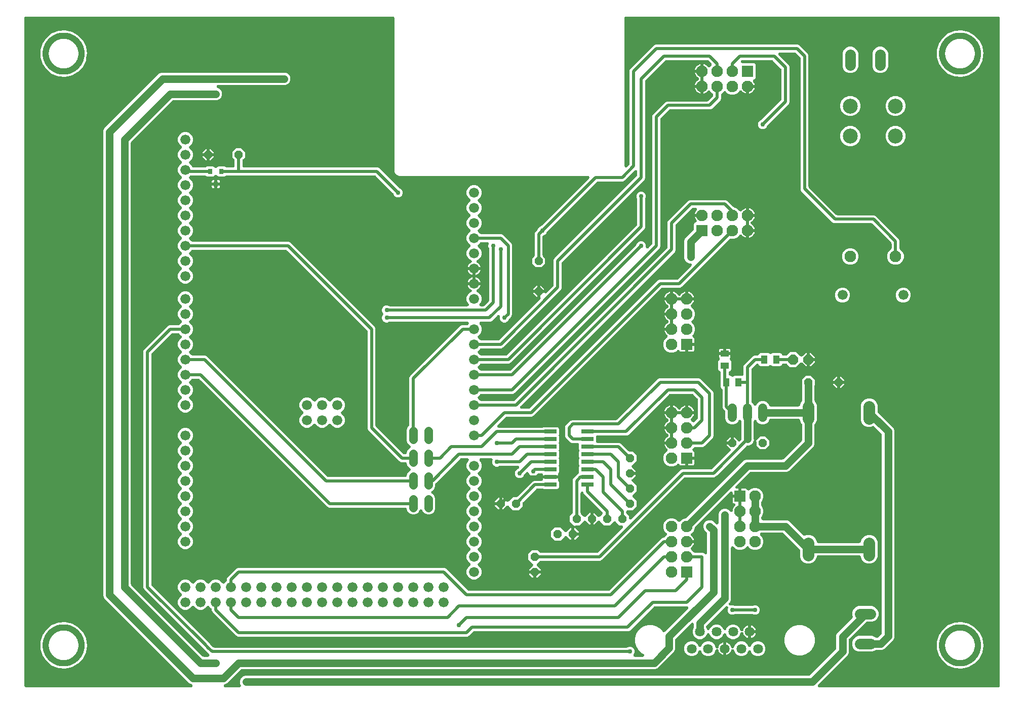
<source format=gbr>
G04 EAGLE Gerber RS-274X export*
G75*
%MOMM*%
%FSLAX34Y34*%
%LPD*%
%INTop Copper*%
%IPPOS*%
%AMOC8*
5,1,8,0,0,1.08239X$1,22.5*%
G01*
%ADD10C,1.016000*%
%ADD11C,1.638300*%
%ADD12R,1.930400X1.930400*%
%ADD13C,1.930400*%
%ADD14C,1.524000*%
%ADD15R,1.100000X1.400000*%
%ADD16R,1.400000X1.100000*%
%ADD17P,1.429621X8X22.500000*%
%ADD18P,1.429621X8X202.500000*%
%ADD19C,1.676400*%
%ADD20P,1.539592X8X22.500000*%
%ADD21P,1.539592X8X292.500000*%
%ADD22C,2.500000*%
%ADD23C,1.950000*%
%ADD24C,1.981200*%
%ADD25P,1.814519X8X22.500000*%
%ADD26R,0.800000X0.900000*%
%ADD27C,1.790700*%
%ADD28R,2.032000X0.660400*%
%ADD29P,1.539592X8X112.500000*%
%ADD30P,1.539592X8X202.500000*%
%ADD31P,1.429621X8X292.500000*%
%ADD32C,1.422400*%
%ADD33C,0.508000*%
%ADD34C,0.756400*%
%ADD35C,1.270000*%

G36*
X369691Y10168D02*
X369691Y10168D01*
X369773Y10166D01*
X369915Y10188D01*
X370057Y10201D01*
X370137Y10222D01*
X370218Y10235D01*
X370354Y10281D01*
X370492Y10319D01*
X370566Y10355D01*
X370644Y10381D01*
X370769Y10451D01*
X370898Y10513D01*
X370965Y10560D01*
X371037Y10601D01*
X371148Y10691D01*
X371265Y10775D01*
X371322Y10834D01*
X371386Y10886D01*
X371479Y10995D01*
X371579Y11097D01*
X371625Y11166D01*
X371678Y11228D01*
X371751Y11352D01*
X371831Y11470D01*
X371864Y11546D01*
X371906Y11617D01*
X371955Y11751D01*
X372013Y11882D01*
X372032Y11962D01*
X372061Y12040D01*
X372086Y12181D01*
X372120Y12320D01*
X372125Y12402D01*
X372139Y12483D01*
X372138Y12626D01*
X372147Y12769D01*
X372138Y12851D01*
X372137Y12933D01*
X372112Y13074D01*
X372095Y13216D01*
X372071Y13295D01*
X372057Y13376D01*
X371976Y13610D01*
X371965Y13647D01*
X371960Y13657D01*
X371955Y13672D01*
X370585Y16978D01*
X370585Y21122D01*
X372171Y24949D01*
X375101Y27879D01*
X378928Y29465D01*
X1321784Y29465D01*
X1321948Y29479D01*
X1322112Y29486D01*
X1322172Y29499D01*
X1322233Y29505D01*
X1322392Y29548D01*
X1322552Y29584D01*
X1322608Y29607D01*
X1322667Y29623D01*
X1322815Y29694D01*
X1322967Y29757D01*
X1323019Y29790D01*
X1323074Y29817D01*
X1323207Y29912D01*
X1323346Y30002D01*
X1323403Y30053D01*
X1323440Y30079D01*
X1323482Y30122D01*
X1323580Y30208D01*
X1366792Y73420D01*
X1366897Y73546D01*
X1367009Y73667D01*
X1367041Y73719D01*
X1367080Y73766D01*
X1367162Y73908D01*
X1367250Y74047D01*
X1367274Y74104D01*
X1367304Y74157D01*
X1367359Y74311D01*
X1367421Y74464D01*
X1367434Y74523D01*
X1367455Y74581D01*
X1367481Y74743D01*
X1367516Y74904D01*
X1367521Y74981D01*
X1367528Y75025D01*
X1367527Y75086D01*
X1367535Y75216D01*
X1367535Y96922D01*
X1369121Y100749D01*
X1394242Y125870D01*
X1394378Y126034D01*
X1394515Y126194D01*
X1394522Y126205D01*
X1394530Y126216D01*
X1394636Y126400D01*
X1394743Y126583D01*
X1394747Y126595D01*
X1394754Y126607D01*
X1394825Y126806D01*
X1394898Y127005D01*
X1394900Y127018D01*
X1394905Y127031D01*
X1394939Y127241D01*
X1394976Y127449D01*
X1394976Y127462D01*
X1394978Y127475D01*
X1394975Y127689D01*
X1394975Y127899D01*
X1394972Y127912D01*
X1394972Y127925D01*
X1394932Y128134D01*
X1394894Y128342D01*
X1394888Y128357D01*
X1394886Y128367D01*
X1394872Y128404D01*
X1394792Y128637D01*
X1394078Y130360D01*
X1394078Y135539D01*
X1396060Y140324D01*
X1399722Y143986D01*
X1404507Y145968D01*
X1427593Y145968D01*
X1432378Y143986D01*
X1436040Y140324D01*
X1438022Y135539D01*
X1438022Y130361D01*
X1436040Y125576D01*
X1432378Y121914D01*
X1427593Y119932D01*
X1418812Y119932D01*
X1418649Y119917D01*
X1418484Y119910D01*
X1418425Y119897D01*
X1418364Y119892D01*
X1418205Y119849D01*
X1418045Y119813D01*
X1417988Y119789D01*
X1417929Y119773D01*
X1417781Y119703D01*
X1417629Y119639D01*
X1417578Y119606D01*
X1417523Y119580D01*
X1417389Y119484D01*
X1417251Y119395D01*
X1417193Y119344D01*
X1417157Y119318D01*
X1417114Y119274D01*
X1417017Y119188D01*
X1389108Y91280D01*
X1389003Y91153D01*
X1388891Y91033D01*
X1388859Y90981D01*
X1388820Y90934D01*
X1388738Y90792D01*
X1388650Y90653D01*
X1388626Y90596D01*
X1388596Y90543D01*
X1388541Y90389D01*
X1388479Y90236D01*
X1388466Y90177D01*
X1388445Y90119D01*
X1388418Y89957D01*
X1388384Y89796D01*
X1388379Y89719D01*
X1388372Y89675D01*
X1388373Y89614D01*
X1388365Y89484D01*
X1388365Y67778D01*
X1386779Y63951D01*
X1337324Y14496D01*
X1337241Y14396D01*
X1337150Y14303D01*
X1337097Y14223D01*
X1337035Y14150D01*
X1336971Y14037D01*
X1336898Y13930D01*
X1336859Y13842D01*
X1336812Y13759D01*
X1336768Y13637D01*
X1336716Y13518D01*
X1336693Y13425D01*
X1336661Y13335D01*
X1336640Y13206D01*
X1336609Y13080D01*
X1336603Y12985D01*
X1336588Y12891D01*
X1336589Y12760D01*
X1336581Y12631D01*
X1336592Y12536D01*
X1336594Y12440D01*
X1336618Y12313D01*
X1336633Y12184D01*
X1336661Y12092D01*
X1336679Y11998D01*
X1336726Y11877D01*
X1336764Y11753D01*
X1336807Y11668D01*
X1336842Y11578D01*
X1336909Y11467D01*
X1336968Y11351D01*
X1337026Y11275D01*
X1337075Y11194D01*
X1337162Y11096D01*
X1337240Y10993D01*
X1337310Y10928D01*
X1337374Y10856D01*
X1337475Y10776D01*
X1337571Y10687D01*
X1337652Y10636D01*
X1337727Y10577D01*
X1337841Y10516D01*
X1337951Y10446D01*
X1338039Y10409D01*
X1338124Y10364D01*
X1338247Y10324D01*
X1338368Y10275D01*
X1338461Y10255D01*
X1338552Y10225D01*
X1338681Y10207D01*
X1338808Y10180D01*
X1338937Y10172D01*
X1338998Y10164D01*
X1339043Y10165D01*
X1339120Y10161D01*
X1638300Y10161D01*
X1638335Y10164D01*
X1638369Y10162D01*
X1638558Y10184D01*
X1638749Y10201D01*
X1638782Y10210D01*
X1638816Y10214D01*
X1638999Y10269D01*
X1639183Y10319D01*
X1639214Y10334D01*
X1639247Y10344D01*
X1639418Y10431D01*
X1639590Y10513D01*
X1639618Y10533D01*
X1639649Y10548D01*
X1639801Y10664D01*
X1639956Y10775D01*
X1639980Y10800D01*
X1640007Y10820D01*
X1640136Y10960D01*
X1640270Y11097D01*
X1640289Y11126D01*
X1640313Y11152D01*
X1640415Y11313D01*
X1640522Y11470D01*
X1640536Y11502D01*
X1640554Y11531D01*
X1640627Y11708D01*
X1640704Y11882D01*
X1640712Y11916D01*
X1640725Y11948D01*
X1640765Y12135D01*
X1640811Y12320D01*
X1640813Y12354D01*
X1640820Y12388D01*
X1640839Y12700D01*
X1640839Y1130300D01*
X1640836Y1130335D01*
X1640838Y1130369D01*
X1640816Y1130558D01*
X1640799Y1130749D01*
X1640790Y1130782D01*
X1640786Y1130816D01*
X1640731Y1130999D01*
X1640681Y1131183D01*
X1640666Y1131214D01*
X1640656Y1131247D01*
X1640569Y1131418D01*
X1640487Y1131590D01*
X1640467Y1131618D01*
X1640452Y1131649D01*
X1640336Y1131801D01*
X1640225Y1131956D01*
X1640200Y1131980D01*
X1640180Y1132007D01*
X1640040Y1132136D01*
X1639903Y1132270D01*
X1639874Y1132289D01*
X1639848Y1132313D01*
X1639687Y1132415D01*
X1639530Y1132522D01*
X1639498Y1132536D01*
X1639469Y1132554D01*
X1639292Y1132627D01*
X1639118Y1132704D01*
X1639084Y1132712D01*
X1639052Y1132725D01*
X1638865Y1132765D01*
X1638680Y1132811D01*
X1638646Y1132813D01*
X1638612Y1132820D01*
X1638300Y1132839D01*
X1016000Y1132839D01*
X1015965Y1132836D01*
X1015931Y1132838D01*
X1015742Y1132816D01*
X1015551Y1132799D01*
X1015518Y1132790D01*
X1015484Y1132786D01*
X1015301Y1132731D01*
X1015117Y1132681D01*
X1015086Y1132666D01*
X1015053Y1132656D01*
X1014882Y1132569D01*
X1014710Y1132487D01*
X1014682Y1132467D01*
X1014651Y1132452D01*
X1014499Y1132336D01*
X1014344Y1132225D01*
X1014320Y1132200D01*
X1014293Y1132180D01*
X1014164Y1132040D01*
X1014030Y1131903D01*
X1014011Y1131874D01*
X1013987Y1131848D01*
X1013885Y1131687D01*
X1013778Y1131530D01*
X1013764Y1131498D01*
X1013746Y1131469D01*
X1013673Y1131292D01*
X1013596Y1131118D01*
X1013588Y1131084D01*
X1013575Y1131052D01*
X1013535Y1130865D01*
X1013489Y1130680D01*
X1013487Y1130646D01*
X1013480Y1130612D01*
X1013461Y1130300D01*
X1013461Y882882D01*
X1013472Y882752D01*
X1013474Y882622D01*
X1013492Y882528D01*
X1013501Y882433D01*
X1013535Y882307D01*
X1013560Y882180D01*
X1013594Y882091D01*
X1013619Y881999D01*
X1013675Y881881D01*
X1013722Y881760D01*
X1013772Y881678D01*
X1013813Y881592D01*
X1013888Y881486D01*
X1013956Y881375D01*
X1014019Y881304D01*
X1014075Y881226D01*
X1014168Y881135D01*
X1014254Y881038D01*
X1014329Y880979D01*
X1014397Y880912D01*
X1014505Y880839D01*
X1014607Y880758D01*
X1014691Y880713D01*
X1014770Y880660D01*
X1014889Y880607D01*
X1015004Y880546D01*
X1015095Y880516D01*
X1015182Y880478D01*
X1015309Y880447D01*
X1015432Y880407D01*
X1015527Y880394D01*
X1015620Y880371D01*
X1015749Y880363D01*
X1015878Y880345D01*
X1015974Y880349D01*
X1016069Y880343D01*
X1016198Y880358D01*
X1016328Y880364D01*
X1016421Y880384D01*
X1016516Y880395D01*
X1016641Y880433D01*
X1016768Y880461D01*
X1016856Y880498D01*
X1016947Y880526D01*
X1017063Y880585D01*
X1017183Y880635D01*
X1017263Y880687D01*
X1017349Y880730D01*
X1017452Y880808D01*
X1017561Y880879D01*
X1017659Y880965D01*
X1017707Y881002D01*
X1017738Y881035D01*
X1017796Y881086D01*
X1021352Y884642D01*
X1021457Y884768D01*
X1021569Y884889D01*
X1021601Y884941D01*
X1021640Y884987D01*
X1021722Y885130D01*
X1021810Y885269D01*
X1021834Y885325D01*
X1021864Y885378D01*
X1021919Y885533D01*
X1021981Y885685D01*
X1021994Y885745D01*
X1022015Y885803D01*
X1022041Y885965D01*
X1022076Y886126D01*
X1022081Y886203D01*
X1022088Y886247D01*
X1022087Y886308D01*
X1022095Y886438D01*
X1022095Y1042714D01*
X1023101Y1045141D01*
X1063059Y1085099D01*
X1065486Y1086105D01*
X1303064Y1086105D01*
X1305491Y1085099D01*
X1320049Y1070541D01*
X1321055Y1068114D01*
X1321055Y848338D01*
X1321069Y848174D01*
X1321076Y848009D01*
X1321089Y847950D01*
X1321095Y847889D01*
X1321138Y847730D01*
X1321174Y847570D01*
X1321197Y847514D01*
X1321213Y847455D01*
X1321284Y847307D01*
X1321347Y847154D01*
X1321380Y847103D01*
X1321407Y847048D01*
X1321502Y846915D01*
X1321592Y846776D01*
X1321643Y846718D01*
X1321669Y846682D01*
X1321712Y846639D01*
X1321798Y846542D01*
X1367242Y801098D01*
X1367368Y800993D01*
X1367489Y800881D01*
X1367541Y800849D01*
X1367587Y800810D01*
X1367730Y800728D01*
X1367869Y800640D01*
X1367925Y800616D01*
X1367978Y800586D01*
X1368133Y800531D01*
X1368285Y800469D01*
X1368345Y800456D01*
X1368403Y800435D01*
X1368565Y800409D01*
X1368726Y800374D01*
X1368803Y800369D01*
X1368847Y800362D01*
X1368908Y800363D01*
X1369038Y800355D01*
X1430796Y800355D01*
X1433223Y799349D01*
X1472149Y760423D01*
X1473155Y757996D01*
X1473155Y745164D01*
X1473174Y744951D01*
X1473190Y744741D01*
X1473193Y744728D01*
X1473195Y744715D01*
X1473250Y744511D01*
X1473304Y744305D01*
X1473310Y744293D01*
X1473313Y744281D01*
X1473403Y744091D01*
X1473494Y743897D01*
X1473501Y743886D01*
X1473507Y743874D01*
X1473629Y743703D01*
X1473752Y743528D01*
X1473761Y743519D01*
X1473769Y743508D01*
X1473921Y743360D01*
X1474071Y743211D01*
X1474082Y743203D01*
X1474091Y743194D01*
X1474250Y743087D01*
X1478262Y739075D01*
X1480365Y733998D01*
X1480365Y728502D01*
X1478262Y723425D01*
X1474375Y719538D01*
X1469298Y717435D01*
X1463802Y717435D01*
X1458725Y719538D01*
X1454838Y723425D01*
X1452735Y728502D01*
X1452735Y733998D01*
X1454838Y739075D01*
X1458833Y743070D01*
X1458944Y743156D01*
X1459113Y743284D01*
X1459122Y743294D01*
X1459132Y743302D01*
X1459275Y743460D01*
X1459419Y743615D01*
X1459425Y743626D01*
X1459434Y743636D01*
X1459546Y743815D01*
X1459660Y743995D01*
X1459665Y744007D01*
X1459672Y744018D01*
X1459750Y744214D01*
X1459831Y744412D01*
X1459834Y744424D01*
X1459839Y744436D01*
X1459881Y744644D01*
X1459926Y744852D01*
X1459927Y744867D01*
X1459929Y744877D01*
X1459930Y744916D01*
X1459945Y745164D01*
X1459945Y752894D01*
X1459931Y753058D01*
X1459924Y753223D01*
X1459911Y753282D01*
X1459905Y753343D01*
X1459862Y753502D01*
X1459826Y753662D01*
X1459803Y753718D01*
X1459787Y753777D01*
X1459716Y753925D01*
X1459653Y754078D01*
X1459620Y754129D01*
X1459593Y754184D01*
X1459498Y754317D01*
X1459408Y754456D01*
X1459357Y754514D01*
X1459331Y754550D01*
X1459288Y754593D01*
X1459202Y754690D01*
X1427490Y786402D01*
X1427364Y786507D01*
X1427243Y786619D01*
X1427191Y786651D01*
X1427145Y786690D01*
X1427002Y786772D01*
X1426863Y786860D01*
X1426807Y786884D01*
X1426754Y786914D01*
X1426599Y786969D01*
X1426447Y787031D01*
X1426387Y787044D01*
X1426329Y787065D01*
X1426167Y787091D01*
X1426006Y787126D01*
X1425929Y787131D01*
X1425885Y787138D01*
X1425824Y787137D01*
X1425694Y787145D01*
X1363936Y787145D01*
X1361509Y788151D01*
X1308851Y840809D01*
X1307845Y843236D01*
X1307845Y1063012D01*
X1307831Y1063176D01*
X1307824Y1063341D01*
X1307811Y1063400D01*
X1307805Y1063461D01*
X1307762Y1063620D01*
X1307726Y1063780D01*
X1307703Y1063836D01*
X1307687Y1063895D01*
X1307616Y1064043D01*
X1307553Y1064196D01*
X1307520Y1064247D01*
X1307493Y1064302D01*
X1307398Y1064435D01*
X1307308Y1064574D01*
X1307257Y1064632D01*
X1307231Y1064668D01*
X1307188Y1064711D01*
X1307102Y1064808D01*
X1299758Y1072152D01*
X1299632Y1072257D01*
X1299511Y1072369D01*
X1299459Y1072401D01*
X1299413Y1072440D01*
X1299270Y1072522D01*
X1299131Y1072610D01*
X1299075Y1072634D01*
X1299022Y1072664D01*
X1298867Y1072719D01*
X1298715Y1072781D01*
X1298655Y1072794D01*
X1298597Y1072815D01*
X1298435Y1072841D01*
X1298274Y1072876D01*
X1298197Y1072881D01*
X1298153Y1072888D01*
X1298092Y1072887D01*
X1297962Y1072895D01*
X1273026Y1072895D01*
X1272896Y1072884D01*
X1272766Y1072882D01*
X1272672Y1072864D01*
X1272577Y1072855D01*
X1272452Y1072821D01*
X1272324Y1072796D01*
X1272235Y1072762D01*
X1272143Y1072737D01*
X1272025Y1072681D01*
X1271904Y1072634D01*
X1271822Y1072584D01*
X1271736Y1072543D01*
X1271630Y1072468D01*
X1271519Y1072400D01*
X1271448Y1072337D01*
X1271370Y1072281D01*
X1271279Y1072188D01*
X1271182Y1072102D01*
X1271123Y1072027D01*
X1271056Y1071959D01*
X1270983Y1071851D01*
X1270902Y1071749D01*
X1270857Y1071665D01*
X1270804Y1071586D01*
X1270751Y1071467D01*
X1270690Y1071352D01*
X1270660Y1071261D01*
X1270622Y1071174D01*
X1270591Y1071047D01*
X1270551Y1070924D01*
X1270538Y1070829D01*
X1270515Y1070736D01*
X1270507Y1070607D01*
X1270489Y1070478D01*
X1270493Y1070382D01*
X1270487Y1070287D01*
X1270502Y1070158D01*
X1270508Y1070028D01*
X1270528Y1069935D01*
X1270539Y1069840D01*
X1270577Y1069715D01*
X1270605Y1069588D01*
X1270642Y1069500D01*
X1270670Y1069409D01*
X1270729Y1069293D01*
X1270779Y1069173D01*
X1270831Y1069092D01*
X1270874Y1069007D01*
X1270952Y1068904D01*
X1271023Y1068795D01*
X1271109Y1068697D01*
X1271146Y1068649D01*
X1271179Y1068618D01*
X1271230Y1068560D01*
X1288299Y1051491D01*
X1289305Y1049064D01*
X1289305Y989286D01*
X1288299Y986859D01*
X1286084Y984644D01*
X1252851Y951411D01*
X1252776Y951321D01*
X1252694Y951238D01*
X1252632Y951149D01*
X1252562Y951065D01*
X1252504Y950964D01*
X1252438Y950868D01*
X1252370Y950729D01*
X1252339Y950674D01*
X1252327Y950640D01*
X1252301Y950587D01*
X1251252Y948055D01*
X1249045Y945848D01*
X1246161Y944653D01*
X1243039Y944653D01*
X1240155Y945848D01*
X1237948Y948055D01*
X1236753Y950939D01*
X1236753Y954061D01*
X1237948Y956945D01*
X1240155Y959152D01*
X1242687Y960201D01*
X1242790Y960255D01*
X1242898Y960300D01*
X1242990Y960359D01*
X1243086Y960409D01*
X1243178Y960481D01*
X1243277Y960544D01*
X1243392Y960647D01*
X1243442Y960685D01*
X1243466Y960712D01*
X1243511Y960751D01*
X1275352Y992592D01*
X1275457Y992718D01*
X1275569Y992839D01*
X1275601Y992891D01*
X1275640Y992937D01*
X1275722Y993080D01*
X1275810Y993219D01*
X1275834Y993275D01*
X1275864Y993328D01*
X1275919Y993483D01*
X1275981Y993635D01*
X1275994Y993695D01*
X1276015Y993753D01*
X1276041Y993915D01*
X1276076Y994076D01*
X1276081Y994153D01*
X1276088Y994197D01*
X1276087Y994258D01*
X1276095Y994388D01*
X1276095Y1043962D01*
X1276081Y1044126D01*
X1276074Y1044291D01*
X1276061Y1044350D01*
X1276055Y1044411D01*
X1276012Y1044570D01*
X1275976Y1044730D01*
X1275953Y1044786D01*
X1275937Y1044845D01*
X1275866Y1044993D01*
X1275803Y1045146D01*
X1275770Y1045197D01*
X1275743Y1045252D01*
X1275648Y1045385D01*
X1275558Y1045524D01*
X1275507Y1045582D01*
X1275481Y1045618D01*
X1275438Y1045661D01*
X1275352Y1045758D01*
X1261658Y1059452D01*
X1261532Y1059557D01*
X1261411Y1059669D01*
X1261359Y1059701D01*
X1261313Y1059740D01*
X1261170Y1059822D01*
X1261031Y1059910D01*
X1260975Y1059934D01*
X1260922Y1059964D01*
X1260767Y1060019D01*
X1260615Y1060081D01*
X1260555Y1060094D01*
X1260497Y1060115D01*
X1260335Y1060141D01*
X1260174Y1060176D01*
X1260097Y1060181D01*
X1260053Y1060188D01*
X1259992Y1060187D01*
X1259862Y1060195D01*
X1210288Y1060195D01*
X1210081Y1060177D01*
X1209876Y1060162D01*
X1209858Y1060157D01*
X1209839Y1060155D01*
X1209640Y1060101D01*
X1209440Y1060049D01*
X1209419Y1060041D01*
X1209405Y1060037D01*
X1209362Y1060016D01*
X1209152Y1059927D01*
X1209077Y1059881D01*
X1208998Y1059843D01*
X1208886Y1059763D01*
X1208769Y1059691D01*
X1208703Y1059632D01*
X1208632Y1059581D01*
X1208536Y1059482D01*
X1208433Y1059391D01*
X1208379Y1059322D01*
X1208318Y1059259D01*
X1208241Y1059144D01*
X1208156Y1059036D01*
X1208115Y1058958D01*
X1208066Y1058886D01*
X1208010Y1058759D01*
X1207946Y1058638D01*
X1207919Y1058554D01*
X1207884Y1058474D01*
X1207851Y1058340D01*
X1207809Y1058209D01*
X1207798Y1058121D01*
X1207777Y1058036D01*
X1207768Y1057899D01*
X1207750Y1057762D01*
X1207755Y1057674D01*
X1207749Y1057587D01*
X1207765Y1057450D01*
X1207772Y1057312D01*
X1207791Y1057227D01*
X1207801Y1057140D01*
X1207841Y1057008D01*
X1207872Y1056873D01*
X1207906Y1056793D01*
X1207932Y1056709D01*
X1207994Y1056586D01*
X1208048Y1056459D01*
X1208096Y1056386D01*
X1208136Y1056307D01*
X1208219Y1056197D01*
X1208295Y1056082D01*
X1208355Y1056019D01*
X1208408Y1055949D01*
X1208509Y1055855D01*
X1208604Y1055755D01*
X1208674Y1055703D01*
X1208739Y1055643D01*
X1208855Y1055569D01*
X1208966Y1055488D01*
X1209045Y1055449D01*
X1209119Y1055402D01*
X1209247Y1055349D01*
X1209370Y1055288D01*
X1209454Y1055264D01*
X1209535Y1055231D01*
X1209670Y1055202D01*
X1209803Y1055163D01*
X1209890Y1055154D01*
X1209976Y1055136D01*
X1210203Y1055122D01*
X1210250Y1055117D01*
X1210265Y1055118D01*
X1210288Y1055117D01*
X1229661Y1055117D01*
X1231154Y1054498D01*
X1232298Y1053354D01*
X1232917Y1051861D01*
X1232917Y1030939D01*
X1232298Y1029446D01*
X1231154Y1028302D01*
X1229656Y1027681D01*
X1229559Y1027631D01*
X1229459Y1027590D01*
X1229360Y1027527D01*
X1229256Y1027473D01*
X1229171Y1027406D01*
X1229079Y1027348D01*
X1228993Y1027269D01*
X1228900Y1027197D01*
X1228828Y1027117D01*
X1228748Y1027043D01*
X1228677Y1026950D01*
X1228599Y1026863D01*
X1228541Y1026771D01*
X1228476Y1026684D01*
X1228423Y1026580D01*
X1228361Y1026480D01*
X1228321Y1026380D01*
X1228272Y1026283D01*
X1228238Y1026171D01*
X1228194Y1026062D01*
X1228173Y1025956D01*
X1228141Y1025852D01*
X1228128Y1025736D01*
X1228104Y1025621D01*
X1228102Y1025513D01*
X1228089Y1025405D01*
X1228096Y1025288D01*
X1228093Y1025171D01*
X1228110Y1025064D01*
X1228117Y1024956D01*
X1228144Y1024841D01*
X1228162Y1024726D01*
X1228197Y1024624D01*
X1228223Y1024518D01*
X1228271Y1024411D01*
X1228309Y1024300D01*
X1228361Y1024205D01*
X1228405Y1024106D01*
X1228497Y1023961D01*
X1228528Y1023907D01*
X1228547Y1023883D01*
X1228573Y1023843D01*
X1229628Y1022390D01*
X1230500Y1020680D01*
X1231092Y1018855D01*
X1231143Y1018539D01*
X1219200Y1018539D01*
X1219166Y1018536D01*
X1219131Y1018538D01*
X1218942Y1018516D01*
X1218752Y1018499D01*
X1218718Y1018490D01*
X1218684Y1018486D01*
X1218501Y1018431D01*
X1218317Y1018381D01*
X1218286Y1018366D01*
X1218253Y1018356D01*
X1218082Y1018269D01*
X1217911Y1018188D01*
X1217883Y1018167D01*
X1217852Y1018152D01*
X1217700Y1018036D01*
X1217545Y1017925D01*
X1217544Y1017925D01*
X1217520Y1017900D01*
X1217493Y1017880D01*
X1217493Y1017879D01*
X1217492Y1017879D01*
X1217363Y1017739D01*
X1217230Y1017602D01*
X1217211Y1017574D01*
X1217187Y1017548D01*
X1217085Y1017387D01*
X1216978Y1017229D01*
X1216964Y1017198D01*
X1216945Y1017168D01*
X1216873Y1016992D01*
X1216796Y1016817D01*
X1216788Y1016784D01*
X1216775Y1016752D01*
X1216734Y1016565D01*
X1216689Y1016380D01*
X1216687Y1016346D01*
X1216680Y1016312D01*
X1216661Y1016000D01*
X1216661Y1004057D01*
X1216345Y1004108D01*
X1214520Y1004700D01*
X1212810Y1005572D01*
X1211257Y1006700D01*
X1209900Y1008057D01*
X1209672Y1008371D01*
X1209634Y1008414D01*
X1209603Y1008461D01*
X1209486Y1008584D01*
X1209376Y1008711D01*
X1209332Y1008746D01*
X1209292Y1008787D01*
X1209156Y1008887D01*
X1209024Y1008992D01*
X1208975Y1009019D01*
X1208929Y1009053D01*
X1208777Y1009127D01*
X1208629Y1009208D01*
X1208575Y1009226D01*
X1208524Y1009250D01*
X1208362Y1009297D01*
X1208202Y1009350D01*
X1208146Y1009358D01*
X1208091Y1009373D01*
X1207923Y1009390D01*
X1207756Y1009414D01*
X1207700Y1009412D01*
X1207643Y1009418D01*
X1207475Y1009405D01*
X1207306Y1009399D01*
X1207251Y1009387D01*
X1207194Y1009383D01*
X1207031Y1009340D01*
X1206866Y1009304D01*
X1206814Y1009283D01*
X1206759Y1009269D01*
X1206605Y1009197D01*
X1206449Y1009133D01*
X1206402Y1009103D01*
X1206350Y1009079D01*
X1206212Y1008982D01*
X1206069Y1008892D01*
X1206028Y1008854D01*
X1205981Y1008821D01*
X1205862Y1008701D01*
X1205738Y1008587D01*
X1205704Y1008542D01*
X1205664Y1008502D01*
X1205584Y1008386D01*
X1201570Y1004371D01*
X1196528Y1002283D01*
X1191072Y1002283D01*
X1186030Y1004372D01*
X1182896Y1007506D01*
X1182869Y1007528D01*
X1182846Y1007554D01*
X1182697Y1007673D01*
X1182550Y1007795D01*
X1182520Y1007812D01*
X1182493Y1007834D01*
X1182325Y1007924D01*
X1182159Y1008018D01*
X1182127Y1008030D01*
X1182096Y1008046D01*
X1181915Y1008105D01*
X1181735Y1008169D01*
X1181701Y1008175D01*
X1181668Y1008185D01*
X1181479Y1008212D01*
X1181291Y1008243D01*
X1181256Y1008242D01*
X1181222Y1008247D01*
X1181031Y1008239D01*
X1180841Y1008237D01*
X1180806Y1008230D01*
X1180772Y1008229D01*
X1180586Y1008187D01*
X1180398Y1008151D01*
X1180366Y1008138D01*
X1180332Y1008131D01*
X1180156Y1008057D01*
X1179978Y1007989D01*
X1179949Y1007971D01*
X1179917Y1007957D01*
X1179756Y1007854D01*
X1179594Y1007755D01*
X1179568Y1007732D01*
X1179539Y1007713D01*
X1179304Y1007506D01*
X1175975Y1004177D01*
X1175837Y1004072D01*
X1175828Y1004062D01*
X1175818Y1004054D01*
X1175675Y1003897D01*
X1175531Y1003741D01*
X1175524Y1003730D01*
X1175516Y1003720D01*
X1175405Y1003542D01*
X1175290Y1003361D01*
X1175285Y1003349D01*
X1175278Y1003338D01*
X1175200Y1003142D01*
X1175119Y1002944D01*
X1175116Y1002932D01*
X1175111Y1002920D01*
X1175069Y1002713D01*
X1175024Y1002504D01*
X1175023Y1002489D01*
X1175021Y1002478D01*
X1175020Y1002440D01*
X1175005Y1002192D01*
X1175005Y995636D01*
X1173999Y993209D01*
X1159441Y978651D01*
X1157014Y977645D01*
X1089638Y977645D01*
X1089474Y977631D01*
X1089309Y977624D01*
X1089250Y977611D01*
X1089189Y977605D01*
X1089030Y977562D01*
X1088870Y977526D01*
X1088814Y977503D01*
X1088755Y977487D01*
X1088607Y977416D01*
X1088454Y977353D01*
X1088403Y977320D01*
X1088348Y977293D01*
X1088215Y977198D01*
X1088076Y977108D01*
X1088018Y977057D01*
X1087982Y977031D01*
X1087954Y977003D01*
X1087952Y977001D01*
X1087934Y976983D01*
X1087842Y976902D01*
X1074148Y963208D01*
X1074043Y963082D01*
X1073931Y962961D01*
X1073899Y962909D01*
X1073860Y962863D01*
X1073778Y962720D01*
X1073690Y962581D01*
X1073666Y962525D01*
X1073636Y962472D01*
X1073581Y962317D01*
X1073519Y962165D01*
X1073506Y962105D01*
X1073485Y962047D01*
X1073459Y961885D01*
X1073424Y961724D01*
X1073419Y961647D01*
X1073412Y961603D01*
X1073413Y961542D01*
X1073405Y961412D01*
X1073405Y747986D01*
X1072399Y745559D01*
X829241Y502401D01*
X826814Y501395D01*
X774049Y501395D01*
X773886Y501381D01*
X773721Y501374D01*
X773662Y501361D01*
X773601Y501355D01*
X773442Y501312D01*
X773282Y501276D01*
X773225Y501253D01*
X773167Y501237D01*
X773018Y501166D01*
X772866Y501103D01*
X772815Y501070D01*
X772760Y501043D01*
X772626Y500948D01*
X772488Y500858D01*
X772430Y500807D01*
X772394Y500781D01*
X772351Y500738D01*
X772254Y500652D01*
X768698Y497096D01*
X768676Y497069D01*
X768650Y497046D01*
X768532Y496897D01*
X768409Y496750D01*
X768392Y496720D01*
X768370Y496693D01*
X768280Y496525D01*
X768186Y496359D01*
X768174Y496327D01*
X768158Y496296D01*
X768099Y496115D01*
X768035Y495935D01*
X768029Y495901D01*
X768018Y495868D01*
X767993Y495679D01*
X767961Y495491D01*
X767962Y495456D01*
X767957Y495422D01*
X767965Y495231D01*
X767967Y495040D01*
X767974Y495006D01*
X767975Y494972D01*
X768017Y494786D01*
X768053Y494598D01*
X768065Y494566D01*
X768073Y494532D01*
X768147Y494356D01*
X768215Y494178D01*
X768233Y494149D01*
X768247Y494117D01*
X768350Y493957D01*
X768449Y493794D01*
X768472Y493768D01*
X768491Y493739D01*
X768698Y493504D01*
X772254Y489948D01*
X772380Y489843D01*
X772501Y489731D01*
X772552Y489699D01*
X772599Y489660D01*
X772742Y489578D01*
X772881Y489490D01*
X772937Y489466D01*
X772990Y489436D01*
X773145Y489381D01*
X773297Y489319D01*
X773357Y489306D01*
X773414Y489285D01*
X773577Y489259D01*
X773738Y489224D01*
X773814Y489219D01*
X773859Y489212D01*
X773920Y489213D01*
X774049Y489205D01*
X828062Y489205D01*
X828226Y489219D01*
X828391Y489226D01*
X828450Y489239D01*
X828511Y489245D01*
X828670Y489288D01*
X828830Y489324D01*
X828886Y489347D01*
X828945Y489363D01*
X829093Y489434D01*
X829246Y489497D01*
X829297Y489530D01*
X829352Y489557D01*
X829485Y489652D01*
X829624Y489742D01*
X829682Y489793D01*
X829718Y489819D01*
X829761Y489862D01*
X829858Y489948D01*
X1084852Y744942D01*
X1084957Y745068D01*
X1085069Y745189D01*
X1085101Y745241D01*
X1085140Y745287D01*
X1085222Y745430D01*
X1085310Y745569D01*
X1085334Y745625D01*
X1085364Y745678D01*
X1085419Y745833D01*
X1085481Y745985D01*
X1085494Y746045D01*
X1085515Y746103D01*
X1085541Y746265D01*
X1085576Y746426D01*
X1085581Y746503D01*
X1085588Y746547D01*
X1085587Y746608D01*
X1085595Y746738D01*
X1085595Y788714D01*
X1086601Y791141D01*
X1120209Y824749D01*
X1122636Y825755D01*
X1182414Y825755D01*
X1184841Y824749D01*
X1195030Y814560D01*
X1195156Y814455D01*
X1195277Y814343D01*
X1195329Y814311D01*
X1195375Y814272D01*
X1195518Y814190D01*
X1195657Y814102D01*
X1195713Y814078D01*
X1195766Y814048D01*
X1195921Y813993D01*
X1196073Y813931D01*
X1196133Y813918D01*
X1196191Y813897D01*
X1196353Y813871D01*
X1196448Y813850D01*
X1201570Y811729D01*
X1205550Y807749D01*
X1205652Y807628D01*
X1205755Y807495D01*
X1205797Y807457D01*
X1205834Y807414D01*
X1205964Y807306D01*
X1206090Y807193D01*
X1206137Y807163D01*
X1206181Y807127D01*
X1206328Y807044D01*
X1206472Y806955D01*
X1206524Y806934D01*
X1206574Y806906D01*
X1206733Y806851D01*
X1206890Y806788D01*
X1206946Y806777D01*
X1206999Y806758D01*
X1207166Y806732D01*
X1207331Y806698D01*
X1207388Y806697D01*
X1207444Y806688D01*
X1207613Y806691D01*
X1207781Y806687D01*
X1207837Y806696D01*
X1207894Y806697D01*
X1208060Y806730D01*
X1208226Y806756D01*
X1208280Y806774D01*
X1208335Y806786D01*
X1208493Y806848D01*
X1208652Y806902D01*
X1208702Y806930D01*
X1208754Y806951D01*
X1208898Y807039D01*
X1209045Y807122D01*
X1209089Y807158D01*
X1209137Y807187D01*
X1209263Y807300D01*
X1209394Y807407D01*
X1209431Y807450D01*
X1209473Y807488D01*
X1209672Y807729D01*
X1209900Y808043D01*
X1211257Y809400D01*
X1212810Y810528D01*
X1214520Y811400D01*
X1216345Y811992D01*
X1216661Y812043D01*
X1216661Y800100D01*
X1216661Y774700D01*
X1216661Y762757D01*
X1216345Y762808D01*
X1214520Y763400D01*
X1212810Y764272D01*
X1211257Y765400D01*
X1209900Y766757D01*
X1209672Y767071D01*
X1209634Y767114D01*
X1209603Y767161D01*
X1209486Y767284D01*
X1209376Y767411D01*
X1209332Y767446D01*
X1209292Y767487D01*
X1209156Y767587D01*
X1209024Y767692D01*
X1208975Y767719D01*
X1208929Y767753D01*
X1208777Y767827D01*
X1208629Y767908D01*
X1208575Y767926D01*
X1208524Y767950D01*
X1208362Y767997D01*
X1208202Y768050D01*
X1208146Y768058D01*
X1208091Y768073D01*
X1207923Y768090D01*
X1207756Y768114D01*
X1207700Y768112D01*
X1207643Y768118D01*
X1207475Y768105D01*
X1207306Y768099D01*
X1207251Y768087D01*
X1207194Y768083D01*
X1207031Y768040D01*
X1206866Y768004D01*
X1206814Y767983D01*
X1206759Y767969D01*
X1206605Y767897D01*
X1206449Y767833D01*
X1206402Y767803D01*
X1206350Y767779D01*
X1206212Y767682D01*
X1206069Y767592D01*
X1206028Y767554D01*
X1205981Y767521D01*
X1205862Y767401D01*
X1205738Y767287D01*
X1205704Y767242D01*
X1205664Y767202D01*
X1205584Y767086D01*
X1201570Y763071D01*
X1196528Y760983D01*
X1190796Y760983D01*
X1190624Y761007D01*
X1190611Y761006D01*
X1190599Y761008D01*
X1190388Y760997D01*
X1190174Y760989D01*
X1190162Y760986D01*
X1190149Y760985D01*
X1189942Y760937D01*
X1189734Y760891D01*
X1189723Y760886D01*
X1189710Y760883D01*
X1189516Y760800D01*
X1189319Y760717D01*
X1189308Y760710D01*
X1189297Y760706D01*
X1189121Y760589D01*
X1188941Y760473D01*
X1188929Y760463D01*
X1188921Y760457D01*
X1188893Y760431D01*
X1188707Y760266D01*
X1110856Y682416D01*
X1108641Y680201D01*
X1106214Y679195D01*
X1076938Y679195D01*
X1076774Y679181D01*
X1076609Y679174D01*
X1076550Y679161D01*
X1076489Y679155D01*
X1076330Y679112D01*
X1076170Y679076D01*
X1076114Y679053D01*
X1076055Y679037D01*
X1075907Y678966D01*
X1075754Y678903D01*
X1075703Y678870D01*
X1075648Y678843D01*
X1075515Y678748D01*
X1075376Y678658D01*
X1075318Y678607D01*
X1075282Y678581D01*
X1075239Y678538D01*
X1075142Y678452D01*
X860991Y464301D01*
X858564Y463295D01*
X816588Y463295D01*
X816424Y463281D01*
X816259Y463274D01*
X816200Y463261D01*
X816139Y463255D01*
X815980Y463212D01*
X815820Y463176D01*
X815764Y463153D01*
X815705Y463137D01*
X815556Y463066D01*
X815404Y463003D01*
X815353Y462970D01*
X815298Y462943D01*
X815165Y462848D01*
X815026Y462758D01*
X814968Y462707D01*
X814932Y462681D01*
X814889Y462638D01*
X814792Y462552D01*
X801330Y449090D01*
X801247Y448990D01*
X801156Y448897D01*
X801102Y448817D01*
X801041Y448744D01*
X800977Y448631D01*
X800904Y448524D01*
X800865Y448436D01*
X800818Y448353D01*
X800774Y448231D01*
X800722Y448112D01*
X800699Y448019D01*
X800667Y447929D01*
X800646Y447800D01*
X800615Y447674D01*
X800609Y447579D01*
X800593Y447485D01*
X800595Y447354D01*
X800587Y447225D01*
X800598Y447130D01*
X800600Y447034D01*
X800624Y446907D01*
X800639Y446778D01*
X800667Y446686D01*
X800685Y446592D01*
X800732Y446471D01*
X800770Y446347D01*
X800813Y446262D01*
X800847Y446172D01*
X800915Y446061D01*
X800974Y445945D01*
X801032Y445869D01*
X801081Y445788D01*
X801167Y445690D01*
X801246Y445587D01*
X801316Y445522D01*
X801379Y445450D01*
X801481Y445370D01*
X801577Y445281D01*
X801658Y445230D01*
X801733Y445171D01*
X801847Y445110D01*
X801957Y445040D01*
X802045Y445003D01*
X802129Y444958D01*
X802253Y444918D01*
X802373Y444869D01*
X802467Y444849D01*
X802558Y444819D01*
X802686Y444801D01*
X802814Y444774D01*
X802943Y444766D01*
X803004Y444758D01*
X803049Y444759D01*
X803126Y444755D01*
X876703Y444755D01*
X876819Y444765D01*
X876936Y444765D01*
X877043Y444785D01*
X877151Y444795D01*
X877264Y444825D01*
X877379Y444846D01*
X877525Y444897D01*
X877586Y444913D01*
X877618Y444929D01*
X877675Y444948D01*
X879047Y445517D01*
X900985Y445517D01*
X902478Y444898D01*
X903622Y443754D01*
X904241Y442261D01*
X904241Y434039D01*
X903716Y432772D01*
X903666Y432615D01*
X903610Y432460D01*
X903599Y432400D01*
X903581Y432342D01*
X903560Y432179D01*
X903532Y432017D01*
X903532Y431956D01*
X903524Y431895D01*
X903533Y431731D01*
X903533Y431567D01*
X903544Y431507D01*
X903547Y431446D01*
X903584Y431286D01*
X903614Y431124D01*
X903639Y431051D01*
X903649Y431007D01*
X903673Y430951D01*
X903716Y430828D01*
X904241Y429561D01*
X904241Y421339D01*
X903716Y420072D01*
X903666Y419915D01*
X903610Y419760D01*
X903599Y419700D01*
X903581Y419642D01*
X903560Y419479D01*
X903532Y419317D01*
X903532Y419256D01*
X903524Y419195D01*
X903533Y419031D01*
X903533Y418867D01*
X903544Y418807D01*
X903547Y418746D01*
X903584Y418586D01*
X903614Y418424D01*
X903639Y418351D01*
X903649Y418307D01*
X903673Y418251D01*
X903716Y418128D01*
X904241Y416861D01*
X904241Y408639D01*
X903716Y407372D01*
X903666Y407215D01*
X903610Y407060D01*
X903599Y407000D01*
X903581Y406942D01*
X903560Y406779D01*
X903532Y406617D01*
X903532Y406556D01*
X903524Y406495D01*
X903533Y406331D01*
X903533Y406167D01*
X903544Y406107D01*
X903547Y406046D01*
X903584Y405886D01*
X903614Y405724D01*
X903639Y405651D01*
X903649Y405607D01*
X903673Y405551D01*
X903716Y405428D01*
X904241Y404161D01*
X904241Y395939D01*
X903716Y394672D01*
X903666Y394515D01*
X903610Y394360D01*
X903599Y394300D01*
X903581Y394242D01*
X903560Y394079D01*
X903532Y393917D01*
X903532Y393856D01*
X903524Y393795D01*
X903533Y393631D01*
X903533Y393467D01*
X903544Y393407D01*
X903547Y393346D01*
X903585Y393185D01*
X903614Y393024D01*
X903639Y392951D01*
X903649Y392907D01*
X903673Y392851D01*
X903716Y392728D01*
X904241Y391461D01*
X904241Y383239D01*
X903716Y381972D01*
X903666Y381815D01*
X903610Y381660D01*
X903599Y381600D01*
X903581Y381542D01*
X903560Y381379D01*
X903532Y381217D01*
X903532Y381156D01*
X903524Y381095D01*
X903533Y380931D01*
X903533Y380767D01*
X903544Y380707D01*
X903547Y380646D01*
X903585Y380485D01*
X903614Y380324D01*
X903639Y380251D01*
X903649Y380207D01*
X903673Y380151D01*
X903716Y380028D01*
X904241Y378761D01*
X904241Y370539D01*
X903622Y369046D01*
X903214Y368637D01*
X903184Y368602D01*
X903150Y368571D01*
X903040Y368430D01*
X902925Y368292D01*
X902902Y368252D01*
X902874Y368215D01*
X902790Y368057D01*
X902701Y367901D01*
X902686Y367857D01*
X902665Y367817D01*
X902611Y367646D01*
X902551Y367477D01*
X902543Y367431D01*
X902529Y367387D01*
X902506Y367210D01*
X902477Y367032D01*
X902478Y366986D01*
X902472Y366940D01*
X902481Y366762D01*
X902483Y366582D01*
X902492Y366537D01*
X902494Y366491D01*
X902556Y366185D01*
X902717Y365587D01*
X902717Y364489D01*
X890016Y364489D01*
X877315Y364489D01*
X877315Y365506D01*
X877312Y365541D01*
X877314Y365575D01*
X877292Y365764D01*
X877275Y365955D01*
X877266Y365988D01*
X877262Y366022D01*
X877207Y366205D01*
X877157Y366389D01*
X877142Y366420D01*
X877132Y366453D01*
X877045Y366624D01*
X876963Y366796D01*
X876943Y366824D01*
X876928Y366855D01*
X876812Y367007D01*
X876701Y367162D01*
X876676Y367186D01*
X876656Y367213D01*
X876516Y367342D01*
X876379Y367476D01*
X876350Y367495D01*
X876324Y367519D01*
X876163Y367621D01*
X876006Y367728D01*
X875974Y367742D01*
X875945Y367760D01*
X875768Y367833D01*
X875594Y367910D01*
X875560Y367918D01*
X875528Y367931D01*
X875341Y367971D01*
X875156Y368017D01*
X875122Y368019D01*
X875088Y368026D01*
X874776Y368045D01*
X869330Y368045D01*
X869117Y368026D01*
X868905Y368009D01*
X868893Y368006D01*
X868882Y368005D01*
X868674Y367949D01*
X868469Y367895D01*
X868458Y367890D01*
X868447Y367887D01*
X868256Y367796D01*
X868061Y367705D01*
X868051Y367698D01*
X868041Y367693D01*
X867868Y367570D01*
X867784Y367511D01*
X867764Y367498D01*
X867758Y367493D01*
X867692Y367446D01*
X867684Y367438D01*
X867674Y367431D01*
X867587Y367341D01*
X867530Y367291D01*
X864966Y364727D01*
X862082Y363532D01*
X858960Y363532D01*
X856076Y364727D01*
X853869Y366934D01*
X853070Y368864D01*
X853031Y368937D01*
X853002Y369014D01*
X852927Y369136D01*
X852861Y369263D01*
X852811Y369328D01*
X852768Y369398D01*
X852673Y369506D01*
X852585Y369619D01*
X852524Y369674D01*
X852470Y369736D01*
X852357Y369825D01*
X852251Y369921D01*
X852181Y369964D01*
X852117Y370015D01*
X851990Y370083D01*
X851869Y370158D01*
X851792Y370189D01*
X851720Y370228D01*
X851584Y370272D01*
X851450Y370325D01*
X851370Y370342D01*
X851291Y370367D01*
X851150Y370387D01*
X851009Y370415D01*
X850927Y370417D01*
X850845Y370428D01*
X850702Y370423D01*
X850559Y370426D01*
X850478Y370413D01*
X850395Y370410D01*
X850256Y370379D01*
X850114Y370357D01*
X850036Y370330D01*
X849956Y370312D01*
X849824Y370257D01*
X849688Y370211D01*
X849616Y370171D01*
X849540Y370139D01*
X849420Y370061D01*
X849295Y369991D01*
X849231Y369939D01*
X849162Y369895D01*
X848978Y369731D01*
X848947Y369706D01*
X848940Y369698D01*
X848928Y369688D01*
X846451Y367211D01*
X846376Y367121D01*
X846294Y367038D01*
X846232Y366949D01*
X846162Y366865D01*
X846104Y366764D01*
X846038Y366668D01*
X845970Y366529D01*
X845939Y366474D01*
X845927Y366440D01*
X845901Y366387D01*
X844852Y363855D01*
X842645Y361648D01*
X839761Y360453D01*
X836639Y360453D01*
X833755Y361648D01*
X831548Y363855D01*
X830353Y366739D01*
X830353Y369861D01*
X831548Y372745D01*
X833755Y374952D01*
X835947Y375860D01*
X836105Y375942D01*
X836265Y376019D01*
X836304Y376046D01*
X836346Y376069D01*
X836487Y376177D01*
X836631Y376281D01*
X836664Y376315D01*
X836702Y376344D01*
X836821Y376476D01*
X836945Y376603D01*
X836972Y376643D01*
X837004Y376679D01*
X837098Y376829D01*
X837197Y376976D01*
X837216Y377020D01*
X837242Y377061D01*
X837307Y377226D01*
X837379Y377388D01*
X837391Y377435D01*
X837408Y377479D01*
X837444Y377653D01*
X837486Y377826D01*
X837489Y377873D01*
X837499Y377920D01*
X837503Y378098D01*
X837514Y378275D01*
X837508Y378323D01*
X837509Y378370D01*
X837482Y378546D01*
X837462Y378722D01*
X837448Y378768D01*
X837440Y378815D01*
X837383Y378983D01*
X837331Y379153D01*
X837310Y379196D01*
X837294Y379241D01*
X837208Y379396D01*
X837127Y379555D01*
X837098Y379593D01*
X837075Y379634D01*
X836962Y379772D01*
X836855Y379913D01*
X836820Y379946D01*
X836789Y379983D01*
X836654Y380098D01*
X836524Y380219D01*
X836484Y380244D01*
X836447Y380275D01*
X836294Y380365D01*
X836144Y380460D01*
X836100Y380479D01*
X836059Y380503D01*
X835892Y380564D01*
X835727Y380631D01*
X835681Y380641D01*
X835636Y380658D01*
X835461Y380689D01*
X835287Y380726D01*
X835228Y380730D01*
X835192Y380736D01*
X835129Y380736D01*
X834975Y380745D01*
X805164Y380745D01*
X805048Y380735D01*
X804931Y380735D01*
X804824Y380715D01*
X804716Y380705D01*
X804603Y380675D01*
X804488Y380654D01*
X804342Y380603D01*
X804282Y380587D01*
X804249Y380571D01*
X804193Y380552D01*
X801661Y379503D01*
X798539Y379503D01*
X795655Y380698D01*
X793448Y382905D01*
X792253Y385789D01*
X792253Y388911D01*
X792677Y389934D01*
X792702Y390013D01*
X792735Y390088D01*
X792769Y390227D01*
X792812Y390364D01*
X792822Y390446D01*
X792842Y390526D01*
X792851Y390668D01*
X792869Y390811D01*
X792865Y390893D01*
X792870Y390975D01*
X792853Y391117D01*
X792846Y391260D01*
X792827Y391341D01*
X792817Y391422D01*
X792776Y391559D01*
X792744Y391699D01*
X792711Y391774D01*
X792687Y391853D01*
X792622Y391981D01*
X792566Y392112D01*
X792520Y392181D01*
X792483Y392255D01*
X792396Y392369D01*
X792317Y392488D01*
X792261Y392548D01*
X792211Y392613D01*
X792105Y392710D01*
X792007Y392814D01*
X791940Y392863D01*
X791880Y392919D01*
X791759Y392996D01*
X791643Y393080D01*
X791570Y393116D01*
X791500Y393160D01*
X791367Y393215D01*
X791239Y393278D01*
X791160Y393300D01*
X791083Y393331D01*
X790943Y393361D01*
X790806Y393401D01*
X790724Y393409D01*
X790643Y393426D01*
X790397Y393441D01*
X790358Y393445D01*
X790347Y393444D01*
X790331Y393445D01*
X773287Y393445D01*
X773158Y393434D01*
X773028Y393432D01*
X772934Y393414D01*
X772839Y393405D01*
X772713Y393371D01*
X772586Y393346D01*
X772497Y393312D01*
X772404Y393287D01*
X772287Y393231D01*
X772166Y393184D01*
X772084Y393134D01*
X771998Y393093D01*
X771892Y393018D01*
X771781Y392950D01*
X771709Y392887D01*
X771632Y392831D01*
X771541Y392738D01*
X771444Y392652D01*
X771384Y392577D01*
X771318Y392509D01*
X771245Y392401D01*
X771164Y392299D01*
X771119Y392215D01*
X771066Y392136D01*
X771013Y392017D01*
X770952Y391902D01*
X770922Y391811D01*
X770883Y391724D01*
X770853Y391597D01*
X770812Y391474D01*
X770799Y391379D01*
X770777Y391286D01*
X770769Y391157D01*
X770751Y391028D01*
X770755Y390932D01*
X770749Y390837D01*
X770764Y390708D01*
X770769Y390578D01*
X770790Y390485D01*
X770801Y390390D01*
X770839Y390265D01*
X770867Y390138D01*
X770904Y390050D01*
X770931Y389959D01*
X770991Y389843D01*
X771041Y389723D01*
X771092Y389643D01*
X771136Y389557D01*
X771214Y389454D01*
X771285Y389345D01*
X771371Y389247D01*
X771408Y389199D01*
X771441Y389168D01*
X771492Y389110D01*
X772552Y388051D01*
X774447Y383476D01*
X774447Y378524D01*
X772552Y373949D01*
X768698Y370096D01*
X768676Y370069D01*
X768650Y370046D01*
X768531Y369897D01*
X768409Y369750D01*
X768392Y369720D01*
X768370Y369693D01*
X768280Y369525D01*
X768186Y369359D01*
X768174Y369327D01*
X768158Y369296D01*
X768099Y369115D01*
X768035Y368935D01*
X768029Y368901D01*
X768018Y368868D01*
X767992Y368679D01*
X767961Y368491D01*
X767962Y368456D01*
X767957Y368422D01*
X767965Y368231D01*
X767967Y368041D01*
X767974Y368006D01*
X767975Y367972D01*
X768017Y367786D01*
X768053Y367598D01*
X768065Y367566D01*
X768073Y367532D01*
X768147Y367356D01*
X768215Y367178D01*
X768233Y367149D01*
X768247Y367117D01*
X768350Y366956D01*
X768449Y366794D01*
X768472Y366768D01*
X768491Y366739D01*
X768698Y366504D01*
X772552Y362650D01*
X774447Y358076D01*
X774447Y353124D01*
X772552Y348549D01*
X768698Y344696D01*
X768676Y344669D01*
X768650Y344646D01*
X768531Y344497D01*
X768409Y344350D01*
X768392Y344320D01*
X768370Y344293D01*
X768280Y344125D01*
X768186Y343959D01*
X768174Y343927D01*
X768158Y343896D01*
X768099Y343715D01*
X768035Y343535D01*
X768029Y343501D01*
X768018Y343468D01*
X767992Y343279D01*
X767961Y343091D01*
X767962Y343056D01*
X767957Y343022D01*
X767965Y342831D01*
X767967Y342641D01*
X767974Y342606D01*
X767975Y342572D01*
X768017Y342386D01*
X768053Y342198D01*
X768065Y342166D01*
X768073Y342132D01*
X768147Y341956D01*
X768215Y341778D01*
X768233Y341749D01*
X768247Y341717D01*
X768350Y341556D01*
X768449Y341394D01*
X768472Y341368D01*
X768491Y341339D01*
X768698Y341104D01*
X772552Y337250D01*
X774447Y332676D01*
X774447Y327724D01*
X772552Y323150D01*
X768698Y319296D01*
X768676Y319269D01*
X768650Y319246D01*
X768532Y319097D01*
X768409Y318950D01*
X768392Y318920D01*
X768370Y318893D01*
X768280Y318725D01*
X768186Y318559D01*
X768174Y318527D01*
X768158Y318496D01*
X768099Y318315D01*
X768035Y318135D01*
X768029Y318101D01*
X768018Y318068D01*
X767993Y317879D01*
X767961Y317691D01*
X767962Y317656D01*
X767957Y317622D01*
X767965Y317431D01*
X767967Y317240D01*
X767974Y317206D01*
X767975Y317172D01*
X768017Y316986D01*
X768053Y316798D01*
X768065Y316766D01*
X768073Y316732D01*
X768146Y316557D01*
X768215Y316378D01*
X768233Y316349D01*
X768247Y316317D01*
X768350Y316157D01*
X768449Y315994D01*
X768472Y315968D01*
X768491Y315939D01*
X768698Y315704D01*
X772552Y311851D01*
X774447Y307276D01*
X774447Y302324D01*
X772552Y297749D01*
X768698Y293896D01*
X768676Y293869D01*
X768650Y293846D01*
X768531Y293697D01*
X768409Y293550D01*
X768392Y293520D01*
X768370Y293493D01*
X768280Y293325D01*
X768186Y293159D01*
X768174Y293127D01*
X768158Y293096D01*
X768099Y292915D01*
X768035Y292735D01*
X768029Y292701D01*
X768018Y292668D01*
X767992Y292479D01*
X767961Y292291D01*
X767962Y292256D01*
X767957Y292222D01*
X767965Y292031D01*
X767967Y291841D01*
X767974Y291806D01*
X767975Y291772D01*
X768017Y291586D01*
X768053Y291398D01*
X768065Y291366D01*
X768073Y291332D01*
X768147Y291156D01*
X768215Y290978D01*
X768233Y290949D01*
X768247Y290917D01*
X768350Y290756D01*
X768449Y290594D01*
X768472Y290568D01*
X768491Y290539D01*
X768698Y290304D01*
X772552Y286450D01*
X774447Y281876D01*
X774447Y276924D01*
X772552Y272349D01*
X768698Y268496D01*
X768676Y268469D01*
X768650Y268446D01*
X768531Y268297D01*
X768409Y268150D01*
X768392Y268120D01*
X768370Y268093D01*
X768280Y267925D01*
X768186Y267759D01*
X768174Y267727D01*
X768158Y267696D01*
X768099Y267515D01*
X768035Y267335D01*
X768029Y267301D01*
X768018Y267268D01*
X767992Y267079D01*
X767961Y266891D01*
X767962Y266856D01*
X767957Y266822D01*
X767965Y266631D01*
X767967Y266441D01*
X767974Y266406D01*
X767975Y266372D01*
X768017Y266186D01*
X768053Y265998D01*
X768065Y265966D01*
X768073Y265932D01*
X768147Y265756D01*
X768215Y265578D01*
X768233Y265549D01*
X768247Y265517D01*
X768350Y265356D01*
X768449Y265194D01*
X768472Y265168D01*
X768491Y265139D01*
X768698Y264904D01*
X772552Y261050D01*
X774447Y256476D01*
X774447Y251524D01*
X772552Y246949D01*
X768698Y243096D01*
X768676Y243069D01*
X768650Y243046D01*
X768531Y242897D01*
X768409Y242750D01*
X768392Y242720D01*
X768370Y242693D01*
X768280Y242525D01*
X768186Y242359D01*
X768174Y242327D01*
X768158Y242296D01*
X768099Y242115D01*
X768035Y241935D01*
X768029Y241901D01*
X768018Y241868D01*
X767992Y241679D01*
X767961Y241491D01*
X767962Y241456D01*
X767957Y241422D01*
X767965Y241231D01*
X767967Y241041D01*
X767974Y241006D01*
X767975Y240972D01*
X768017Y240786D01*
X768053Y240598D01*
X768065Y240566D01*
X768073Y240532D01*
X768147Y240356D01*
X768215Y240178D01*
X768233Y240149D01*
X768247Y240117D01*
X768350Y239956D01*
X768449Y239794D01*
X768472Y239768D01*
X768491Y239739D01*
X768698Y239504D01*
X772552Y235650D01*
X774447Y231076D01*
X774447Y226124D01*
X772552Y221549D01*
X768698Y217696D01*
X768676Y217669D01*
X768650Y217646D01*
X768531Y217497D01*
X768409Y217350D01*
X768392Y217320D01*
X768370Y217293D01*
X768280Y217125D01*
X768186Y216959D01*
X768174Y216927D01*
X768158Y216896D01*
X768099Y216715D01*
X768035Y216535D01*
X768029Y216501D01*
X768018Y216468D01*
X767992Y216279D01*
X767961Y216091D01*
X767962Y216056D01*
X767957Y216022D01*
X767965Y215831D01*
X767967Y215641D01*
X767974Y215606D01*
X767975Y215572D01*
X768017Y215386D01*
X768053Y215198D01*
X768065Y215166D01*
X768073Y215132D01*
X768147Y214956D01*
X768215Y214778D01*
X768233Y214749D01*
X768247Y214717D01*
X768351Y214556D01*
X768449Y214394D01*
X768472Y214368D01*
X768491Y214339D01*
X768698Y214104D01*
X772552Y210250D01*
X774447Y205676D01*
X774447Y200724D01*
X772552Y196150D01*
X769050Y192648D01*
X764476Y190753D01*
X759524Y190753D01*
X754950Y192648D01*
X751448Y196150D01*
X749553Y200724D01*
X749553Y205676D01*
X751448Y210250D01*
X755302Y214104D01*
X755324Y214131D01*
X755350Y214154D01*
X755468Y214303D01*
X755591Y214450D01*
X755608Y214480D01*
X755630Y214507D01*
X755720Y214675D01*
X755814Y214841D01*
X755826Y214873D01*
X755842Y214904D01*
X755901Y215085D01*
X755965Y215265D01*
X755971Y215299D01*
X755982Y215332D01*
X756007Y215521D01*
X756039Y215709D01*
X756038Y215744D01*
X756043Y215778D01*
X756035Y215969D01*
X756033Y216160D01*
X756026Y216194D01*
X756025Y216228D01*
X755983Y216414D01*
X755947Y216602D01*
X755935Y216634D01*
X755927Y216668D01*
X755854Y216843D01*
X755785Y217022D01*
X755767Y217051D01*
X755753Y217083D01*
X755650Y217243D01*
X755551Y217406D01*
X755528Y217432D01*
X755509Y217461D01*
X755302Y217696D01*
X751448Y221549D01*
X749553Y226124D01*
X749553Y231076D01*
X751448Y235650D01*
X755302Y239504D01*
X755324Y239531D01*
X755350Y239554D01*
X755468Y239703D01*
X755591Y239850D01*
X755608Y239880D01*
X755630Y239907D01*
X755720Y240075D01*
X755814Y240241D01*
X755826Y240273D01*
X755842Y240304D01*
X755901Y240485D01*
X755965Y240665D01*
X755971Y240699D01*
X755982Y240732D01*
X756007Y240921D01*
X756039Y241109D01*
X756038Y241144D01*
X756043Y241178D01*
X756035Y241369D01*
X756033Y241560D01*
X756026Y241594D01*
X756025Y241628D01*
X755983Y241814D01*
X755947Y242002D01*
X755935Y242034D01*
X755927Y242068D01*
X755854Y242243D01*
X755785Y242422D01*
X755767Y242451D01*
X755753Y242483D01*
X755650Y242643D01*
X755551Y242806D01*
X755528Y242832D01*
X755509Y242861D01*
X755302Y243096D01*
X751448Y246949D01*
X749553Y251524D01*
X749553Y256476D01*
X751448Y261050D01*
X755302Y264904D01*
X755324Y264931D01*
X755350Y264954D01*
X755468Y265103D01*
X755591Y265250D01*
X755608Y265280D01*
X755630Y265307D01*
X755720Y265475D01*
X755814Y265641D01*
X755826Y265673D01*
X755842Y265704D01*
X755901Y265885D01*
X755965Y266065D01*
X755971Y266099D01*
X755982Y266132D01*
X756007Y266320D01*
X756039Y266509D01*
X756038Y266544D01*
X756043Y266578D01*
X756035Y266769D01*
X756033Y266960D01*
X756026Y266994D01*
X756025Y267028D01*
X755983Y267214D01*
X755947Y267402D01*
X755935Y267434D01*
X755927Y267468D01*
X755854Y267643D01*
X755785Y267822D01*
X755767Y267851D01*
X755753Y267883D01*
X755650Y268043D01*
X755551Y268206D01*
X755528Y268232D01*
X755509Y268261D01*
X755302Y268496D01*
X751448Y272349D01*
X749553Y276924D01*
X749553Y281876D01*
X751448Y286450D01*
X755302Y290304D01*
X755324Y290331D01*
X755350Y290354D01*
X755468Y290503D01*
X755591Y290650D01*
X755608Y290680D01*
X755630Y290707D01*
X755720Y290875D01*
X755814Y291041D01*
X755826Y291073D01*
X755842Y291104D01*
X755901Y291285D01*
X755965Y291465D01*
X755971Y291499D01*
X755982Y291532D01*
X756007Y291720D01*
X756039Y291909D01*
X756038Y291944D01*
X756043Y291978D01*
X756035Y292169D01*
X756033Y292360D01*
X756026Y292394D01*
X756025Y292428D01*
X755983Y292614D01*
X755947Y292802D01*
X755935Y292834D01*
X755927Y292868D01*
X755854Y293043D01*
X755785Y293222D01*
X755767Y293251D01*
X755753Y293283D01*
X755650Y293443D01*
X755551Y293606D01*
X755528Y293632D01*
X755509Y293661D01*
X755302Y293896D01*
X751448Y297749D01*
X749553Y302324D01*
X749553Y307276D01*
X751448Y311851D01*
X755302Y315704D01*
X755324Y315731D01*
X755350Y315754D01*
X755469Y315903D01*
X755591Y316050D01*
X755608Y316080D01*
X755630Y316107D01*
X755719Y316275D01*
X755814Y316441D01*
X755826Y316473D01*
X755842Y316504D01*
X755901Y316685D01*
X755965Y316865D01*
X755971Y316899D01*
X755982Y316932D01*
X756008Y317121D01*
X756039Y317309D01*
X756038Y317344D01*
X756043Y317378D01*
X756035Y317568D01*
X756033Y317759D01*
X756026Y317794D01*
X756025Y317828D01*
X755983Y318014D01*
X755947Y318202D01*
X755935Y318234D01*
X755927Y318268D01*
X755853Y318444D01*
X755785Y318622D01*
X755767Y318651D01*
X755753Y318683D01*
X755650Y318844D01*
X755551Y319006D01*
X755528Y319032D01*
X755509Y319061D01*
X755302Y319296D01*
X751448Y323150D01*
X749553Y327724D01*
X749553Y332676D01*
X751448Y337250D01*
X755302Y341104D01*
X755324Y341131D01*
X755350Y341154D01*
X755468Y341303D01*
X755591Y341450D01*
X755608Y341480D01*
X755630Y341507D01*
X755720Y341675D01*
X755814Y341841D01*
X755826Y341873D01*
X755842Y341904D01*
X755901Y342085D01*
X755965Y342265D01*
X755971Y342299D01*
X755982Y342332D01*
X756007Y342521D01*
X756039Y342709D01*
X756038Y342744D01*
X756043Y342778D01*
X756035Y342969D01*
X756033Y343160D01*
X756026Y343194D01*
X756025Y343228D01*
X755983Y343414D01*
X755947Y343602D01*
X755935Y343634D01*
X755927Y343668D01*
X755854Y343843D01*
X755785Y344022D01*
X755767Y344051D01*
X755753Y344083D01*
X755650Y344243D01*
X755551Y344406D01*
X755528Y344432D01*
X755509Y344461D01*
X755302Y344696D01*
X751448Y348549D01*
X749553Y353124D01*
X749553Y358076D01*
X751448Y362650D01*
X755302Y366504D01*
X755324Y366531D01*
X755350Y366554D01*
X755468Y366703D01*
X755591Y366850D01*
X755608Y366880D01*
X755630Y366907D01*
X755720Y367075D01*
X755814Y367241D01*
X755826Y367273D01*
X755842Y367304D01*
X755901Y367485D01*
X755965Y367665D01*
X755971Y367699D01*
X755982Y367732D01*
X756007Y367920D01*
X756039Y368109D01*
X756038Y368144D01*
X756043Y368178D01*
X756035Y368369D01*
X756033Y368560D01*
X756026Y368594D01*
X756025Y368628D01*
X755983Y368814D01*
X755947Y369002D01*
X755935Y369034D01*
X755927Y369068D01*
X755854Y369243D01*
X755785Y369422D01*
X755767Y369451D01*
X755753Y369483D01*
X755650Y369643D01*
X755551Y369806D01*
X755528Y369832D01*
X755509Y369861D01*
X755302Y370096D01*
X751448Y373949D01*
X749553Y378524D01*
X749553Y383476D01*
X751448Y388051D01*
X752508Y389110D01*
X752591Y389210D01*
X752682Y389303D01*
X752736Y389383D01*
X752797Y389456D01*
X752862Y389569D01*
X752934Y389676D01*
X752973Y389764D01*
X753020Y389847D01*
X753064Y389969D01*
X753117Y390088D01*
X753139Y390181D01*
X753171Y390271D01*
X753192Y390399D01*
X753223Y390526D01*
X753229Y390621D01*
X753245Y390715D01*
X753243Y390845D01*
X753251Y390975D01*
X753240Y391070D01*
X753239Y391166D01*
X753214Y391293D01*
X753199Y391422D01*
X753171Y391514D01*
X753153Y391608D01*
X753106Y391729D01*
X753069Y391853D01*
X753025Y391939D01*
X752991Y392028D01*
X752923Y392139D01*
X752864Y392255D01*
X752807Y392331D01*
X752757Y392412D01*
X752671Y392510D01*
X752592Y392613D01*
X752522Y392678D01*
X752459Y392750D01*
X752357Y392830D01*
X752261Y392919D01*
X752180Y392970D01*
X752106Y393029D01*
X751991Y393091D01*
X751881Y393160D01*
X751793Y393197D01*
X751709Y393242D01*
X751585Y393282D01*
X751465Y393331D01*
X751371Y393351D01*
X751280Y393381D01*
X751152Y393399D01*
X751025Y393426D01*
X750895Y393434D01*
X750834Y393442D01*
X750790Y393441D01*
X750713Y393445D01*
X740388Y393445D01*
X740224Y393431D01*
X740059Y393424D01*
X740000Y393411D01*
X739939Y393405D01*
X739780Y393362D01*
X739620Y393326D01*
X739564Y393303D01*
X739505Y393287D01*
X739357Y393216D01*
X739204Y393153D01*
X739153Y393120D01*
X739098Y393093D01*
X738965Y392998D01*
X738826Y392908D01*
X738768Y392857D01*
X738732Y392831D01*
X738689Y392788D01*
X738592Y392702D01*
X698106Y352216D01*
X697721Y351830D01*
X697615Y351704D01*
X697503Y351583D01*
X697471Y351531D01*
X697432Y351485D01*
X697350Y351342D01*
X697262Y351203D01*
X697238Y351147D01*
X697208Y351094D01*
X697153Y350939D01*
X697091Y350787D01*
X697078Y350727D01*
X697057Y350669D01*
X697031Y350507D01*
X696996Y350346D01*
X696991Y350269D01*
X696984Y350225D01*
X696985Y350164D01*
X696977Y350034D01*
X696977Y346265D01*
X695275Y342157D01*
X692131Y339013D01*
X691849Y338896D01*
X691734Y338836D01*
X691614Y338784D01*
X691535Y338732D01*
X691450Y338688D01*
X691347Y338608D01*
X691239Y338536D01*
X691170Y338470D01*
X691094Y338412D01*
X691007Y338315D01*
X690913Y338226D01*
X690856Y338148D01*
X690792Y338078D01*
X690724Y337967D01*
X690647Y337862D01*
X690605Y337776D01*
X690554Y337695D01*
X690506Y337575D01*
X690449Y337458D01*
X690423Y337366D01*
X690388Y337277D01*
X690362Y337149D01*
X690326Y337024D01*
X690317Y336930D01*
X690298Y336836D01*
X690294Y336706D01*
X690282Y336576D01*
X690289Y336481D01*
X690287Y336386D01*
X690307Y336257D01*
X690317Y336127D01*
X690341Y336035D01*
X690356Y335941D01*
X690398Y335818D01*
X690431Y335692D01*
X690471Y335605D01*
X690502Y335515D01*
X690565Y335401D01*
X690620Y335283D01*
X690675Y335205D01*
X690721Y335122D01*
X690804Y335021D01*
X690878Y334914D01*
X690946Y334847D01*
X691007Y334773D01*
X691106Y334689D01*
X691198Y334597D01*
X691276Y334543D01*
X691349Y334481D01*
X691461Y334415D01*
X691568Y334341D01*
X691685Y334284D01*
X691738Y334253D01*
X691780Y334238D01*
X691849Y334204D01*
X692131Y334087D01*
X695275Y330943D01*
X696977Y326835D01*
X696977Y308165D01*
X695275Y304057D01*
X692131Y300913D01*
X688023Y299211D01*
X683577Y299211D01*
X679469Y300913D01*
X676325Y304057D01*
X675446Y306179D01*
X675386Y306294D01*
X675334Y306413D01*
X675282Y306493D01*
X675237Y306578D01*
X675158Y306681D01*
X675086Y306789D01*
X675020Y306858D01*
X674962Y306934D01*
X674865Y307021D01*
X674776Y307115D01*
X674698Y307171D01*
X674627Y307235D01*
X674517Y307304D01*
X674412Y307381D01*
X674326Y307423D01*
X674245Y307473D01*
X674125Y307521D01*
X674008Y307578D01*
X673916Y307605D01*
X673827Y307640D01*
X673700Y307666D01*
X673574Y307701D01*
X673479Y307711D01*
X673386Y307730D01*
X673256Y307733D01*
X673126Y307746D01*
X673031Y307739D01*
X672936Y307741D01*
X672807Y307721D01*
X672677Y307711D01*
X672585Y307687D01*
X672491Y307672D01*
X672368Y307630D01*
X672242Y307597D01*
X672155Y307557D01*
X672065Y307526D01*
X671951Y307462D01*
X671833Y307408D01*
X671755Y307353D01*
X671672Y307306D01*
X671571Y307224D01*
X671464Y307149D01*
X671397Y307082D01*
X671323Y307021D01*
X671239Y306922D01*
X671147Y306830D01*
X671093Y306751D01*
X671031Y306679D01*
X670965Y306566D01*
X670891Y306459D01*
X670834Y306343D01*
X670803Y306290D01*
X670788Y306248D01*
X670754Y306179D01*
X669875Y304057D01*
X666731Y300913D01*
X662623Y299211D01*
X658177Y299211D01*
X654069Y300913D01*
X650925Y304057D01*
X649223Y308165D01*
X649223Y308356D01*
X649220Y308390D01*
X649222Y308425D01*
X649200Y308614D01*
X649183Y308805D01*
X649174Y308838D01*
X649170Y308872D01*
X649115Y309055D01*
X649065Y309239D01*
X649050Y309270D01*
X649040Y309303D01*
X648953Y309474D01*
X648871Y309646D01*
X648851Y309674D01*
X648836Y309705D01*
X648720Y309857D01*
X648609Y310012D01*
X648584Y310036D01*
X648564Y310063D01*
X648424Y310192D01*
X648287Y310326D01*
X648258Y310345D01*
X648232Y310369D01*
X648071Y310471D01*
X647914Y310578D01*
X647882Y310592D01*
X647853Y310610D01*
X647676Y310683D01*
X647502Y310760D01*
X647468Y310768D01*
X647436Y310781D01*
X647249Y310821D01*
X647064Y310867D01*
X647030Y310869D01*
X646996Y310876D01*
X646684Y310895D01*
X519386Y310895D01*
X516959Y311901D01*
X302808Y526052D01*
X302682Y526157D01*
X302561Y526269D01*
X302509Y526301D01*
X302463Y526340D01*
X302320Y526422D01*
X302181Y526510D01*
X302125Y526534D01*
X302072Y526564D01*
X301917Y526619D01*
X301765Y526681D01*
X301705Y526694D01*
X301647Y526715D01*
X301485Y526741D01*
X301324Y526776D01*
X301247Y526781D01*
X301203Y526788D01*
X301142Y526787D01*
X301012Y526795D01*
X291449Y526795D01*
X291286Y526781D01*
X291121Y526774D01*
X291062Y526761D01*
X291001Y526755D01*
X290842Y526712D01*
X290682Y526676D01*
X290625Y526653D01*
X290567Y526637D01*
X290418Y526566D01*
X290266Y526503D01*
X290215Y526470D01*
X290160Y526443D01*
X290026Y526348D01*
X289888Y526258D01*
X289830Y526207D01*
X289794Y526181D01*
X289751Y526138D01*
X289654Y526052D01*
X286098Y522496D01*
X286076Y522469D01*
X286050Y522446D01*
X285932Y522297D01*
X285809Y522150D01*
X285792Y522120D01*
X285770Y522093D01*
X285680Y521925D01*
X285586Y521759D01*
X285574Y521727D01*
X285558Y521696D01*
X285499Y521515D01*
X285435Y521335D01*
X285429Y521301D01*
X285418Y521268D01*
X285393Y521079D01*
X285361Y520891D01*
X285362Y520856D01*
X285357Y520822D01*
X285365Y520631D01*
X285367Y520440D01*
X285374Y520406D01*
X285375Y520372D01*
X285417Y520186D01*
X285453Y519998D01*
X285465Y519966D01*
X285473Y519932D01*
X285547Y519756D01*
X285615Y519578D01*
X285633Y519549D01*
X285647Y519517D01*
X285750Y519357D01*
X285849Y519194D01*
X285872Y519168D01*
X285891Y519139D01*
X286098Y518904D01*
X289952Y515050D01*
X291847Y510476D01*
X291847Y505524D01*
X289952Y500949D01*
X286098Y497096D01*
X286076Y497069D01*
X286050Y497046D01*
X285931Y496897D01*
X285809Y496750D01*
X285792Y496720D01*
X285770Y496693D01*
X285680Y496525D01*
X285586Y496359D01*
X285574Y496327D01*
X285558Y496296D01*
X285499Y496115D01*
X285435Y495935D01*
X285429Y495901D01*
X285418Y495868D01*
X285392Y495679D01*
X285361Y495491D01*
X285362Y495456D01*
X285357Y495422D01*
X285365Y495231D01*
X285367Y495041D01*
X285374Y495006D01*
X285375Y494972D01*
X285417Y494786D01*
X285453Y494598D01*
X285465Y494566D01*
X285473Y494532D01*
X285547Y494356D01*
X285615Y494178D01*
X285633Y494149D01*
X285647Y494117D01*
X285750Y493956D01*
X285849Y493794D01*
X285872Y493768D01*
X285891Y493739D01*
X286098Y493504D01*
X289952Y489650D01*
X291847Y485076D01*
X291847Y480124D01*
X289952Y475550D01*
X286450Y472048D01*
X281876Y470153D01*
X276924Y470153D01*
X272350Y472048D01*
X268848Y475550D01*
X266953Y480124D01*
X266953Y485076D01*
X268848Y489650D01*
X272702Y493504D01*
X272724Y493531D01*
X272750Y493554D01*
X272868Y493703D01*
X272991Y493850D01*
X273008Y493880D01*
X273030Y493907D01*
X273120Y494075D01*
X273214Y494241D01*
X273226Y494273D01*
X273242Y494304D01*
X273301Y494485D01*
X273365Y494665D01*
X273371Y494699D01*
X273382Y494732D01*
X273407Y494921D01*
X273439Y495109D01*
X273438Y495144D01*
X273443Y495178D01*
X273435Y495369D01*
X273433Y495560D01*
X273426Y495594D01*
X273425Y495628D01*
X273383Y495814D01*
X273347Y496002D01*
X273335Y496034D01*
X273327Y496068D01*
X273254Y496243D01*
X273185Y496422D01*
X273167Y496451D01*
X273153Y496483D01*
X273050Y496643D01*
X272951Y496806D01*
X272928Y496832D01*
X272909Y496861D01*
X272702Y497096D01*
X268848Y500949D01*
X266953Y505524D01*
X266953Y510476D01*
X268848Y515050D01*
X272702Y518904D01*
X272724Y518931D01*
X272750Y518954D01*
X272868Y519103D01*
X272991Y519250D01*
X273008Y519280D01*
X273030Y519307D01*
X273120Y519475D01*
X273214Y519641D01*
X273226Y519673D01*
X273242Y519704D01*
X273301Y519885D01*
X273365Y520065D01*
X273371Y520099D01*
X273382Y520132D01*
X273407Y520320D01*
X273439Y520509D01*
X273438Y520544D01*
X273443Y520578D01*
X273435Y520769D01*
X273433Y520960D01*
X273426Y520994D01*
X273425Y521028D01*
X273383Y521214D01*
X273347Y521402D01*
X273335Y521434D01*
X273327Y521468D01*
X273254Y521643D01*
X273185Y521822D01*
X273167Y521851D01*
X273153Y521883D01*
X273050Y522043D01*
X272951Y522206D01*
X272928Y522232D01*
X272909Y522261D01*
X272702Y522496D01*
X268848Y526349D01*
X266953Y530924D01*
X266953Y535876D01*
X268848Y540450D01*
X272702Y544304D01*
X272724Y544331D01*
X272750Y544354D01*
X272868Y544503D01*
X272991Y544650D01*
X273008Y544680D01*
X273030Y544707D01*
X273120Y544875D01*
X273214Y545041D01*
X273226Y545073D01*
X273242Y545104D01*
X273301Y545285D01*
X273365Y545465D01*
X273371Y545499D01*
X273382Y545532D01*
X273407Y545721D01*
X273439Y545909D01*
X273438Y545944D01*
X273443Y545978D01*
X273435Y546169D01*
X273433Y546360D01*
X273426Y546394D01*
X273425Y546428D01*
X273383Y546614D01*
X273347Y546802D01*
X273335Y546834D01*
X273327Y546868D01*
X273254Y547043D01*
X273185Y547222D01*
X273167Y547251D01*
X273153Y547283D01*
X273050Y547443D01*
X272951Y547606D01*
X272928Y547632D01*
X272909Y547661D01*
X272702Y547896D01*
X268848Y551749D01*
X266953Y556324D01*
X266953Y561276D01*
X268848Y565850D01*
X272702Y569704D01*
X272724Y569731D01*
X272750Y569754D01*
X272868Y569903D01*
X272991Y570050D01*
X273008Y570080D01*
X273030Y570107D01*
X273120Y570275D01*
X273214Y570441D01*
X273226Y570473D01*
X273242Y570504D01*
X273301Y570685D01*
X273365Y570865D01*
X273371Y570899D01*
X273382Y570932D01*
X273407Y571121D01*
X273439Y571309D01*
X273438Y571344D01*
X273443Y571378D01*
X273435Y571569D01*
X273433Y571760D01*
X273426Y571794D01*
X273425Y571828D01*
X273383Y572013D01*
X273347Y572202D01*
X273335Y572234D01*
X273327Y572268D01*
X273254Y572443D01*
X273185Y572622D01*
X273167Y572651D01*
X273153Y572683D01*
X273050Y572843D01*
X272951Y573006D01*
X272928Y573032D01*
X272909Y573061D01*
X272702Y573296D01*
X268848Y577149D01*
X266953Y581724D01*
X266953Y586676D01*
X268848Y591250D01*
X272702Y595104D01*
X272724Y595131D01*
X272750Y595154D01*
X272868Y595303D01*
X272991Y595450D01*
X273008Y595480D01*
X273030Y595507D01*
X273120Y595675D01*
X273214Y595841D01*
X273226Y595873D01*
X273242Y595904D01*
X273301Y596085D01*
X273365Y596265D01*
X273371Y596299D01*
X273382Y596332D01*
X273407Y596521D01*
X273439Y596709D01*
X273438Y596744D01*
X273443Y596778D01*
X273435Y596969D01*
X273433Y597160D01*
X273426Y597194D01*
X273425Y597228D01*
X273383Y597414D01*
X273347Y597602D01*
X273335Y597634D01*
X273327Y597668D01*
X273254Y597843D01*
X273185Y598022D01*
X273167Y598051D01*
X273153Y598083D01*
X273050Y598243D01*
X272951Y598406D01*
X272928Y598432D01*
X272909Y598461D01*
X272702Y598696D01*
X269146Y602252D01*
X269020Y602357D01*
X268899Y602469D01*
X268848Y602501D01*
X268801Y602540D01*
X268658Y602622D01*
X268519Y602710D01*
X268463Y602734D01*
X268410Y602764D01*
X268255Y602819D01*
X268103Y602881D01*
X268043Y602894D01*
X267986Y602915D01*
X267823Y602941D01*
X267663Y602976D01*
X267586Y602981D01*
X267541Y602988D01*
X267480Y602987D01*
X267351Y602995D01*
X257788Y602995D01*
X257624Y602981D01*
X257459Y602974D01*
X257400Y602961D01*
X257339Y602955D01*
X257180Y602912D01*
X257020Y602876D01*
X256964Y602853D01*
X256905Y602837D01*
X256757Y602766D01*
X256604Y602703D01*
X256553Y602670D01*
X256498Y602643D01*
X256365Y602548D01*
X256226Y602458D01*
X256168Y602407D01*
X256132Y602381D01*
X256089Y602338D01*
X255992Y602252D01*
X223248Y569508D01*
X223143Y569382D01*
X223031Y569261D01*
X222999Y569209D01*
X222960Y569163D01*
X222878Y569020D01*
X222790Y568881D01*
X222766Y568825D01*
X222736Y568772D01*
X222681Y568617D01*
X222619Y568465D01*
X222606Y568405D01*
X222585Y568347D01*
X222559Y568185D01*
X222524Y568024D01*
X222519Y567947D01*
X222512Y567903D01*
X222513Y567842D01*
X222505Y567712D01*
X222505Y181588D01*
X222519Y181424D01*
X222526Y181259D01*
X222539Y181200D01*
X222545Y181139D01*
X222588Y180980D01*
X222624Y180820D01*
X222647Y180764D01*
X222663Y180705D01*
X222734Y180557D01*
X222797Y180404D01*
X222830Y180353D01*
X222857Y180298D01*
X222952Y180165D01*
X223042Y180026D01*
X223093Y179968D01*
X223119Y179932D01*
X223162Y179889D01*
X223248Y179792D01*
X317106Y85934D01*
X317107Y85934D01*
X320884Y82156D01*
X325842Y77198D01*
X325968Y77093D01*
X326089Y76981D01*
X326141Y76949D01*
X326187Y76910D01*
X326330Y76828D01*
X326469Y76740D01*
X326525Y76716D01*
X326578Y76686D01*
X326733Y76631D01*
X326885Y76569D01*
X326945Y76556D01*
X327003Y76535D01*
X327165Y76509D01*
X327326Y76474D01*
X327403Y76469D01*
X327447Y76462D01*
X327508Y76463D01*
X327638Y76455D01*
X1017286Y76455D01*
X1017402Y76465D01*
X1017519Y76465D01*
X1017626Y76485D01*
X1017734Y76495D01*
X1017847Y76525D01*
X1017962Y76546D01*
X1018108Y76597D01*
X1018168Y76613D01*
X1018201Y76629D01*
X1018257Y76648D01*
X1020789Y77697D01*
X1023911Y77697D01*
X1026795Y76502D01*
X1029002Y74295D01*
X1030197Y71411D01*
X1030197Y68289D01*
X1028989Y65374D01*
X1028972Y65357D01*
X1028919Y65277D01*
X1028858Y65204D01*
X1028793Y65091D01*
X1028720Y64984D01*
X1028682Y64896D01*
X1028634Y64813D01*
X1028591Y64691D01*
X1028538Y64572D01*
X1028515Y64479D01*
X1028483Y64389D01*
X1028462Y64261D01*
X1028431Y64134D01*
X1028426Y64039D01*
X1028410Y63945D01*
X1028412Y63815D01*
X1028404Y63685D01*
X1028415Y63590D01*
X1028416Y63495D01*
X1028441Y63367D01*
X1028456Y63238D01*
X1028483Y63146D01*
X1028502Y63053D01*
X1028548Y62931D01*
X1028586Y62807D01*
X1028629Y62722D01*
X1028664Y62633D01*
X1028731Y62521D01*
X1028790Y62405D01*
X1028848Y62329D01*
X1028898Y62248D01*
X1028984Y62150D01*
X1029062Y62047D01*
X1029133Y61982D01*
X1029196Y61910D01*
X1029298Y61830D01*
X1029394Y61741D01*
X1029474Y61690D01*
X1029549Y61631D01*
X1029663Y61570D01*
X1029773Y61500D01*
X1029862Y61463D01*
X1029946Y61418D01*
X1030070Y61378D01*
X1030190Y61329D01*
X1030283Y61309D01*
X1030374Y61279D01*
X1030503Y61261D01*
X1030630Y61234D01*
X1030760Y61226D01*
X1030820Y61218D01*
X1030865Y61219D01*
X1030942Y61215D01*
X1043806Y61215D01*
X1043818Y61216D01*
X1043829Y61215D01*
X1044042Y61236D01*
X1044255Y61255D01*
X1044266Y61258D01*
X1044277Y61259D01*
X1044483Y61317D01*
X1044689Y61373D01*
X1044700Y61378D01*
X1044711Y61381D01*
X1044904Y61475D01*
X1045096Y61567D01*
X1045105Y61573D01*
X1045116Y61578D01*
X1045288Y61704D01*
X1045462Y61829D01*
X1045470Y61837D01*
X1045479Y61844D01*
X1045627Y61998D01*
X1045776Y62151D01*
X1045782Y62161D01*
X1045790Y62169D01*
X1045908Y62347D01*
X1046028Y62524D01*
X1046033Y62535D01*
X1046039Y62545D01*
X1046123Y62740D01*
X1046210Y62936D01*
X1046213Y62947D01*
X1046218Y62958D01*
X1046266Y63165D01*
X1046317Y63374D01*
X1046318Y63385D01*
X1046320Y63396D01*
X1046331Y63610D01*
X1046345Y63823D01*
X1046343Y63834D01*
X1046344Y63846D01*
X1046317Y64057D01*
X1046292Y64270D01*
X1046289Y64282D01*
X1046288Y64293D01*
X1046225Y64494D01*
X1046162Y64701D01*
X1046157Y64712D01*
X1046153Y64723D01*
X1046055Y64912D01*
X1045958Y65103D01*
X1045951Y65112D01*
X1045946Y65122D01*
X1045814Y65292D01*
X1045686Y65461D01*
X1045677Y65469D01*
X1045670Y65478D01*
X1045511Y65623D01*
X1045355Y65766D01*
X1045345Y65773D01*
X1045336Y65780D01*
X1045076Y65953D01*
X1040536Y68574D01*
X1035806Y73304D01*
X1032462Y79096D01*
X1030731Y85556D01*
X1030731Y92244D01*
X1032462Y98704D01*
X1035806Y104496D01*
X1040536Y109226D01*
X1046328Y112570D01*
X1052788Y114301D01*
X1059476Y114301D01*
X1065936Y112570D01*
X1071728Y109226D01*
X1076458Y104496D01*
X1076978Y103595D01*
X1077059Y103479D01*
X1077133Y103358D01*
X1077188Y103295D01*
X1077237Y103227D01*
X1077338Y103127D01*
X1077431Y103021D01*
X1077497Y102969D01*
X1077557Y102910D01*
X1077673Y102829D01*
X1077784Y102742D01*
X1077858Y102702D01*
X1077927Y102654D01*
X1078056Y102596D01*
X1078181Y102529D01*
X1078261Y102503D01*
X1078337Y102468D01*
X1078475Y102433D01*
X1078609Y102390D01*
X1078692Y102378D01*
X1078774Y102358D01*
X1078915Y102348D01*
X1079055Y102328D01*
X1079139Y102332D01*
X1079223Y102326D01*
X1079364Y102341D01*
X1079505Y102347D01*
X1079587Y102365D01*
X1079671Y102374D01*
X1079807Y102414D01*
X1079945Y102444D01*
X1080022Y102477D01*
X1080103Y102500D01*
X1080230Y102563D01*
X1080360Y102618D01*
X1080431Y102664D01*
X1080506Y102701D01*
X1080620Y102785D01*
X1080738Y102862D01*
X1080822Y102936D01*
X1080867Y102970D01*
X1080902Y103007D01*
X1080973Y103069D01*
X1119364Y141460D01*
X1119447Y141560D01*
X1119538Y141653D01*
X1119591Y141733D01*
X1119653Y141806D01*
X1119717Y141919D01*
X1119790Y142026D01*
X1119829Y142114D01*
X1119876Y142197D01*
X1119920Y142319D01*
X1119972Y142438D01*
X1119995Y142531D01*
X1120027Y142621D01*
X1120048Y142750D01*
X1120079Y142876D01*
X1120085Y142971D01*
X1120100Y143065D01*
X1120099Y143196D01*
X1120107Y143325D01*
X1120096Y143420D01*
X1120094Y143516D01*
X1120070Y143643D01*
X1120055Y143772D01*
X1120027Y143864D01*
X1120009Y143958D01*
X1119962Y144079D01*
X1119924Y144203D01*
X1119881Y144288D01*
X1119846Y144378D01*
X1119779Y144489D01*
X1119720Y144605D01*
X1119662Y144681D01*
X1119613Y144762D01*
X1119526Y144860D01*
X1119448Y144963D01*
X1119378Y145028D01*
X1119314Y145100D01*
X1119213Y145180D01*
X1119117Y145269D01*
X1119036Y145320D01*
X1118961Y145379D01*
X1118847Y145440D01*
X1118737Y145510D01*
X1118649Y145547D01*
X1118564Y145592D01*
X1118441Y145632D01*
X1118320Y145681D01*
X1118227Y145701D01*
X1118136Y145731D01*
X1118007Y145749D01*
X1117880Y145776D01*
X1117751Y145784D01*
X1117690Y145792D01*
X1117645Y145791D01*
X1117568Y145795D01*
X1064238Y145795D01*
X1064074Y145781D01*
X1063909Y145774D01*
X1063850Y145761D01*
X1063789Y145755D01*
X1063630Y145712D01*
X1063470Y145676D01*
X1063414Y145653D01*
X1063355Y145637D01*
X1063207Y145566D01*
X1063054Y145503D01*
X1063003Y145470D01*
X1062948Y145443D01*
X1062815Y145348D01*
X1062676Y145258D01*
X1062618Y145207D01*
X1062582Y145181D01*
X1062539Y145138D01*
X1062442Y145052D01*
X1022281Y104891D01*
X1019854Y103885D01*
X761978Y103885D01*
X761814Y103871D01*
X761649Y103864D01*
X761590Y103851D01*
X761529Y103845D01*
X761370Y103802D01*
X761210Y103766D01*
X761154Y103743D01*
X761095Y103727D01*
X760946Y103656D01*
X760794Y103593D01*
X760743Y103560D01*
X760688Y103533D01*
X760554Y103438D01*
X760416Y103348D01*
X760358Y103297D01*
X760322Y103271D01*
X760279Y103228D01*
X760182Y103142D01*
X753041Y96001D01*
X750614Y94995D01*
X366986Y94995D01*
X364559Y96001D01*
X324601Y135959D01*
X323595Y138386D01*
X323595Y140351D01*
X323581Y140514D01*
X323574Y140679D01*
X323561Y140738D01*
X323555Y140799D01*
X323512Y140958D01*
X323476Y141118D01*
X323453Y141175D01*
X323437Y141233D01*
X323366Y141382D01*
X323303Y141534D01*
X323270Y141585D01*
X323243Y141640D01*
X323148Y141774D01*
X323058Y141912D01*
X323007Y141970D01*
X322981Y142006D01*
X322938Y142049D01*
X322852Y142146D01*
X319296Y145702D01*
X319269Y145724D01*
X319246Y145750D01*
X319097Y145869D01*
X318950Y145991D01*
X318920Y146008D01*
X318893Y146030D01*
X318725Y146120D01*
X318559Y146214D01*
X318527Y146226D01*
X318496Y146242D01*
X318315Y146301D01*
X318135Y146365D01*
X318101Y146371D01*
X318068Y146382D01*
X317879Y146408D01*
X317691Y146439D01*
X317656Y146438D01*
X317622Y146443D01*
X317431Y146435D01*
X317241Y146433D01*
X317206Y146426D01*
X317172Y146425D01*
X316986Y146383D01*
X316798Y146347D01*
X316766Y146335D01*
X316732Y146327D01*
X316556Y146253D01*
X316378Y146185D01*
X316349Y146167D01*
X316317Y146153D01*
X316156Y146050D01*
X315994Y145951D01*
X315968Y145928D01*
X315939Y145909D01*
X315704Y145702D01*
X311850Y141848D01*
X307276Y139953D01*
X302324Y139953D01*
X297749Y141848D01*
X293896Y145702D01*
X293869Y145724D01*
X293846Y145750D01*
X293697Y145869D01*
X293550Y145991D01*
X293520Y146008D01*
X293493Y146030D01*
X293325Y146120D01*
X293159Y146214D01*
X293127Y146226D01*
X293096Y146242D01*
X292915Y146301D01*
X292735Y146365D01*
X292701Y146371D01*
X292668Y146382D01*
X292479Y146408D01*
X292291Y146439D01*
X292256Y146438D01*
X292222Y146443D01*
X292031Y146435D01*
X291841Y146433D01*
X291806Y146426D01*
X291772Y146425D01*
X291586Y146383D01*
X291398Y146347D01*
X291366Y146335D01*
X291332Y146327D01*
X291156Y146253D01*
X290978Y146185D01*
X290949Y146167D01*
X290917Y146153D01*
X290756Y146050D01*
X290594Y145951D01*
X290568Y145928D01*
X290539Y145909D01*
X290304Y145702D01*
X286450Y141848D01*
X281876Y139953D01*
X276924Y139953D01*
X272350Y141848D01*
X268848Y145350D01*
X266953Y149924D01*
X266953Y154876D01*
X268848Y159451D01*
X272702Y163304D01*
X272724Y163331D01*
X272750Y163354D01*
X272815Y163435D01*
X272831Y163452D01*
X272849Y163479D01*
X272869Y163503D01*
X272991Y163650D01*
X273008Y163680D01*
X273030Y163707D01*
X273120Y163875D01*
X273214Y164041D01*
X273226Y164073D01*
X273242Y164104D01*
X273301Y164285D01*
X273365Y164465D01*
X273371Y164499D01*
X273382Y164532D01*
X273408Y164721D01*
X273439Y164909D01*
X273438Y164944D01*
X273443Y164978D01*
X273435Y165169D01*
X273433Y165359D01*
X273426Y165394D01*
X273425Y165428D01*
X273383Y165614D01*
X273347Y165802D01*
X273335Y165834D01*
X273327Y165868D01*
X273253Y166044D01*
X273185Y166222D01*
X273167Y166251D01*
X273153Y166283D01*
X273050Y166444D01*
X272951Y166606D01*
X272928Y166632D01*
X272909Y166661D01*
X272702Y166896D01*
X268848Y170750D01*
X266953Y175324D01*
X266953Y180276D01*
X268848Y184850D01*
X272350Y188352D01*
X276924Y190247D01*
X281876Y190247D01*
X286451Y188352D01*
X290304Y184498D01*
X290331Y184476D01*
X290354Y184450D01*
X290503Y184331D01*
X290650Y184209D01*
X290680Y184192D01*
X290707Y184170D01*
X290875Y184080D01*
X291041Y183986D01*
X291073Y183974D01*
X291104Y183958D01*
X291285Y183899D01*
X291465Y183835D01*
X291499Y183829D01*
X291532Y183818D01*
X291721Y183792D01*
X291909Y183761D01*
X291944Y183762D01*
X291978Y183757D01*
X292169Y183765D01*
X292359Y183767D01*
X292394Y183774D01*
X292428Y183775D01*
X292614Y183817D01*
X292802Y183853D01*
X292834Y183865D01*
X292868Y183873D01*
X293044Y183947D01*
X293222Y184015D01*
X293251Y184033D01*
X293283Y184047D01*
X293444Y184150D01*
X293606Y184249D01*
X293632Y184272D01*
X293661Y184291D01*
X293896Y184498D01*
X297750Y188352D01*
X302324Y190247D01*
X307276Y190247D01*
X311851Y188352D01*
X315704Y184498D01*
X315731Y184476D01*
X315754Y184450D01*
X315903Y184331D01*
X316050Y184209D01*
X316080Y184192D01*
X316107Y184170D01*
X316275Y184080D01*
X316441Y183986D01*
X316473Y183974D01*
X316504Y183958D01*
X316685Y183899D01*
X316865Y183835D01*
X316899Y183829D01*
X316932Y183818D01*
X317121Y183792D01*
X317309Y183761D01*
X317344Y183762D01*
X317378Y183757D01*
X317569Y183765D01*
X317759Y183767D01*
X317794Y183774D01*
X317828Y183775D01*
X318014Y183817D01*
X318202Y183853D01*
X318234Y183865D01*
X318268Y183873D01*
X318444Y183947D01*
X318622Y184015D01*
X318651Y184033D01*
X318683Y184047D01*
X318844Y184150D01*
X319006Y184249D01*
X319032Y184272D01*
X319061Y184291D01*
X319296Y184498D01*
X323150Y188352D01*
X327724Y190247D01*
X332676Y190247D01*
X337251Y188352D01*
X341104Y184498D01*
X341131Y184476D01*
X341154Y184450D01*
X341303Y184331D01*
X341450Y184209D01*
X341480Y184192D01*
X341507Y184170D01*
X341675Y184080D01*
X341841Y183986D01*
X341873Y183974D01*
X341904Y183958D01*
X342085Y183899D01*
X342265Y183835D01*
X342299Y183829D01*
X342332Y183818D01*
X342521Y183792D01*
X342709Y183761D01*
X342744Y183762D01*
X342778Y183757D01*
X342969Y183765D01*
X343159Y183767D01*
X343194Y183774D01*
X343228Y183775D01*
X343414Y183817D01*
X343602Y183853D01*
X343634Y183865D01*
X343668Y183873D01*
X343844Y183947D01*
X344022Y184015D01*
X344051Y184033D01*
X344083Y184047D01*
X344244Y184150D01*
X344406Y184249D01*
X344432Y184272D01*
X344461Y184291D01*
X344696Y184498D01*
X348252Y188054D01*
X348357Y188180D01*
X348469Y188301D01*
X348501Y188352D01*
X348540Y188399D01*
X348622Y188542D01*
X348710Y188681D01*
X348734Y188737D01*
X348764Y188790D01*
X348819Y188945D01*
X348881Y189097D01*
X348894Y189157D01*
X348915Y189214D01*
X348941Y189377D01*
X348976Y189538D01*
X348981Y189614D01*
X348988Y189659D01*
X348987Y189720D01*
X348995Y189849D01*
X348995Y191814D01*
X350001Y194241D01*
X364559Y208799D01*
X366986Y209805D01*
X712514Y209805D01*
X714941Y208799D01*
X751292Y172448D01*
X751418Y172343D01*
X751539Y172231D01*
X751591Y172199D01*
X751637Y172160D01*
X751780Y172078D01*
X751919Y171990D01*
X751975Y171966D01*
X752028Y171936D01*
X752183Y171881D01*
X752335Y171819D01*
X752395Y171806D01*
X752453Y171785D01*
X752615Y171759D01*
X752776Y171724D01*
X752853Y171719D01*
X752897Y171712D01*
X752958Y171713D01*
X753088Y171705D01*
X986812Y171705D01*
X986976Y171719D01*
X987141Y171726D01*
X987200Y171739D01*
X987261Y171745D01*
X987420Y171788D01*
X987580Y171824D01*
X987636Y171847D01*
X987695Y171863D01*
X987843Y171934D01*
X987996Y171997D01*
X988047Y172030D01*
X988102Y172057D01*
X988235Y172152D01*
X988374Y172242D01*
X988432Y172293D01*
X988468Y172319D01*
X988511Y172362D01*
X988608Y172448D01*
X1075759Y259599D01*
X1078186Y260605D01*
X1078392Y260605D01*
X1078603Y260624D01*
X1078815Y260640D01*
X1078828Y260643D01*
X1078841Y260645D01*
X1079046Y260701D01*
X1079251Y260754D01*
X1079263Y260760D01*
X1079275Y260763D01*
X1079466Y260854D01*
X1079659Y260944D01*
X1079670Y260951D01*
X1079682Y260957D01*
X1079855Y261080D01*
X1080028Y261202D01*
X1080037Y261211D01*
X1080048Y261219D01*
X1080197Y261372D01*
X1080345Y261521D01*
X1080353Y261532D01*
X1080362Y261541D01*
X1080401Y261600D01*
X1083706Y264904D01*
X1083728Y264931D01*
X1083754Y264954D01*
X1083873Y265103D01*
X1083995Y265250D01*
X1084012Y265280D01*
X1084034Y265307D01*
X1084123Y265475D01*
X1084218Y265641D01*
X1084230Y265673D01*
X1084246Y265704D01*
X1084305Y265885D01*
X1084369Y266065D01*
X1084375Y266099D01*
X1084385Y266132D01*
X1084412Y266321D01*
X1084443Y266509D01*
X1084442Y266544D01*
X1084447Y266578D01*
X1084439Y266769D01*
X1084437Y266959D01*
X1084430Y266994D01*
X1084429Y267028D01*
X1084387Y267214D01*
X1084351Y267402D01*
X1084338Y267434D01*
X1084331Y267468D01*
X1084257Y267644D01*
X1084189Y267822D01*
X1084171Y267851D01*
X1084157Y267883D01*
X1084054Y268044D01*
X1083955Y268206D01*
X1083932Y268232D01*
X1083913Y268261D01*
X1083706Y268496D01*
X1080571Y271630D01*
X1078483Y276672D01*
X1078483Y282128D01*
X1080571Y287170D01*
X1084430Y291029D01*
X1089472Y293117D01*
X1094928Y293117D01*
X1099970Y291029D01*
X1103104Y287894D01*
X1103131Y287872D01*
X1103154Y287846D01*
X1103303Y287728D01*
X1103450Y287605D01*
X1103480Y287588D01*
X1103507Y287566D01*
X1103675Y287476D01*
X1103841Y287382D01*
X1103873Y287370D01*
X1103904Y287354D01*
X1104085Y287295D01*
X1104265Y287231D01*
X1104299Y287225D01*
X1104332Y287215D01*
X1104521Y287189D01*
X1104709Y287157D01*
X1104744Y287158D01*
X1104778Y287153D01*
X1104969Y287161D01*
X1105160Y287163D01*
X1105194Y287170D01*
X1105228Y287171D01*
X1105414Y287213D01*
X1105602Y287249D01*
X1105634Y287262D01*
X1105668Y287269D01*
X1105843Y287342D01*
X1106022Y287411D01*
X1106051Y287429D01*
X1106083Y287443D01*
X1106243Y287546D01*
X1106406Y287645D01*
X1106432Y287668D01*
X1106461Y287687D01*
X1106696Y287894D01*
X1109830Y291028D01*
X1114872Y293117D01*
X1115536Y293117D01*
X1115700Y293131D01*
X1115864Y293138D01*
X1115924Y293151D01*
X1115985Y293157D01*
X1116144Y293200D01*
X1116304Y293236D01*
X1116360Y293259D01*
X1116419Y293275D01*
X1116567Y293346D01*
X1116719Y293409D01*
X1116771Y293442D01*
X1116826Y293469D01*
X1116959Y293564D01*
X1117098Y293654D01*
X1117155Y293705D01*
X1117192Y293731D01*
X1117234Y293774D01*
X1117332Y293860D01*
X1210014Y386542D01*
X1213301Y389829D01*
X1217128Y391415D01*
X1277334Y391415D01*
X1277498Y391429D01*
X1277662Y391436D01*
X1277722Y391449D01*
X1277783Y391455D01*
X1277942Y391498D01*
X1278102Y391534D01*
X1278158Y391557D01*
X1278217Y391573D01*
X1278365Y391644D01*
X1278517Y391707D01*
X1278569Y391740D01*
X1278624Y391767D01*
X1278757Y391862D01*
X1278896Y391952D01*
X1278953Y392003D01*
X1278990Y392029D01*
X1279032Y392072D01*
X1279130Y392158D01*
X1309642Y422670D01*
X1309747Y422796D01*
X1309859Y422917D01*
X1309891Y422969D01*
X1309930Y423016D01*
X1310012Y423158D01*
X1310100Y423297D01*
X1310124Y423354D01*
X1310154Y423407D01*
X1310209Y423561D01*
X1310271Y423714D01*
X1310284Y423773D01*
X1310305Y423831D01*
X1310331Y423993D01*
X1310366Y424154D01*
X1310371Y424231D01*
X1310378Y424275D01*
X1310377Y424336D01*
X1310385Y424466D01*
X1310385Y449599D01*
X1310371Y449763D01*
X1310364Y449927D01*
X1310351Y449987D01*
X1310345Y450048D01*
X1310302Y450207D01*
X1310266Y450367D01*
X1310243Y450423D01*
X1310227Y450482D01*
X1310156Y450630D01*
X1310093Y450782D01*
X1310060Y450834D01*
X1310033Y450889D01*
X1309938Y451022D01*
X1309848Y451161D01*
X1309797Y451218D01*
X1309771Y451255D01*
X1309728Y451297D01*
X1309642Y451395D01*
X1308956Y452080D01*
X1306799Y457289D01*
X1306789Y457395D01*
X1306780Y457428D01*
X1306776Y457462D01*
X1306721Y457645D01*
X1306671Y457829D01*
X1306656Y457860D01*
X1306646Y457893D01*
X1306559Y458064D01*
X1306477Y458236D01*
X1306457Y458264D01*
X1306442Y458295D01*
X1306326Y458447D01*
X1306215Y458602D01*
X1306190Y458626D01*
X1306170Y458653D01*
X1306030Y458782D01*
X1305893Y458916D01*
X1305864Y458935D01*
X1305838Y458959D01*
X1305677Y459061D01*
X1305520Y459168D01*
X1305488Y459182D01*
X1305459Y459200D01*
X1305282Y459273D01*
X1305108Y459350D01*
X1305074Y459358D01*
X1305042Y459371D01*
X1304855Y459411D01*
X1304670Y459457D01*
X1304636Y459459D01*
X1304602Y459466D01*
X1304290Y459485D01*
X1257787Y459485D01*
X1257575Y459466D01*
X1257364Y459450D01*
X1257351Y459447D01*
X1257338Y459445D01*
X1257132Y459389D01*
X1256928Y459336D01*
X1256916Y459330D01*
X1256904Y459327D01*
X1256713Y459236D01*
X1256520Y459147D01*
X1256509Y459139D01*
X1256497Y459133D01*
X1256325Y459011D01*
X1256151Y458888D01*
X1256142Y458879D01*
X1256131Y458871D01*
X1255982Y458719D01*
X1255834Y458569D01*
X1255826Y458558D01*
X1255817Y458549D01*
X1255698Y458373D01*
X1255578Y458199D01*
X1255571Y458184D01*
X1255565Y458176D01*
X1255549Y458140D01*
X1255441Y457918D01*
X1254506Y455661D01*
X1251219Y452374D01*
X1246924Y450595D01*
X1242276Y450595D01*
X1237981Y452374D01*
X1234694Y455661D01*
X1234500Y456130D01*
X1234418Y456288D01*
X1234341Y456448D01*
X1234314Y456487D01*
X1234291Y456529D01*
X1234183Y456669D01*
X1234079Y456814D01*
X1234045Y456847D01*
X1234016Y456885D01*
X1233884Y457004D01*
X1233757Y457128D01*
X1233717Y457155D01*
X1233681Y457187D01*
X1233531Y457281D01*
X1233384Y457380D01*
X1233340Y457399D01*
X1233299Y457425D01*
X1233134Y457490D01*
X1232972Y457562D01*
X1232925Y457574D01*
X1232881Y457591D01*
X1232707Y457627D01*
X1232534Y457669D01*
X1232487Y457672D01*
X1232440Y457681D01*
X1232262Y457686D01*
X1232085Y457697D01*
X1232037Y457691D01*
X1231990Y457692D01*
X1231814Y457665D01*
X1231638Y457645D01*
X1231592Y457631D01*
X1231545Y457623D01*
X1231377Y457566D01*
X1231207Y457514D01*
X1231164Y457493D01*
X1231119Y457477D01*
X1230964Y457390D01*
X1230805Y457310D01*
X1230767Y457281D01*
X1230726Y457258D01*
X1230588Y457145D01*
X1230447Y457038D01*
X1230414Y457003D01*
X1230377Y456972D01*
X1230262Y456838D01*
X1230141Y456707D01*
X1230116Y456666D01*
X1230085Y456630D01*
X1229995Y456477D01*
X1229900Y456327D01*
X1229881Y456283D01*
X1229857Y456241D01*
X1229796Y456075D01*
X1229729Y455910D01*
X1229719Y455864D01*
X1229702Y455819D01*
X1229671Y455644D01*
X1229634Y455470D01*
X1229630Y455411D01*
X1229624Y455375D01*
X1229624Y455312D01*
X1229615Y455158D01*
X1229615Y425333D01*
X1229626Y425203D01*
X1229628Y425073D01*
X1229646Y424980D01*
X1229655Y424884D01*
X1229689Y424759D01*
X1229714Y424631D01*
X1229748Y424542D01*
X1229773Y424450D01*
X1229829Y424333D01*
X1229876Y424211D01*
X1229926Y424129D01*
X1229967Y424043D01*
X1230042Y423938D01*
X1230110Y423827D01*
X1230173Y423755D01*
X1230229Y423677D01*
X1230322Y423587D01*
X1230408Y423489D01*
X1230483Y423430D01*
X1230504Y423410D01*
X1230491Y423404D01*
X1230445Y423390D01*
X1230286Y423309D01*
X1230125Y423235D01*
X1230086Y423207D01*
X1230043Y423185D01*
X1229902Y423078D01*
X1229756Y422976D01*
X1229723Y422942D01*
X1229685Y422913D01*
X1229564Y422783D01*
X1229439Y422657D01*
X1229412Y422617D01*
X1229380Y422582D01*
X1229284Y422432D01*
X1229183Y422286D01*
X1229157Y422233D01*
X1229138Y422202D01*
X1229114Y422144D01*
X1229046Y422006D01*
X1228029Y419551D01*
X1225099Y416621D01*
X1221272Y415035D01*
X1219178Y415035D01*
X1219014Y415021D01*
X1218849Y415014D01*
X1218790Y415001D01*
X1218729Y414995D01*
X1218570Y414952D01*
X1218410Y414916D01*
X1218354Y414893D01*
X1218295Y414877D01*
X1218147Y414806D01*
X1217994Y414743D01*
X1217943Y414710D01*
X1217888Y414683D01*
X1217755Y414588D01*
X1217616Y414498D01*
X1217558Y414447D01*
X1217522Y414421D01*
X1217479Y414378D01*
X1217382Y414292D01*
X1168006Y364916D01*
X1165791Y362701D01*
X1163364Y361695D01*
X1115038Y361695D01*
X1114874Y361681D01*
X1114709Y361674D01*
X1114650Y361661D01*
X1114589Y361655D01*
X1114430Y361612D01*
X1114270Y361576D01*
X1114214Y361553D01*
X1114155Y361537D01*
X1114007Y361466D01*
X1113854Y361403D01*
X1113803Y361370D01*
X1113748Y361343D01*
X1113615Y361248D01*
X1113476Y361158D01*
X1113418Y361107D01*
X1113382Y361081D01*
X1113339Y361038D01*
X1113242Y360952D01*
X975291Y223001D01*
X972864Y221995D01*
X873853Y221995D01*
X873690Y221981D01*
X873525Y221974D01*
X873466Y221961D01*
X873405Y221955D01*
X873246Y221912D01*
X873086Y221876D01*
X873029Y221853D01*
X872970Y221837D01*
X872822Y221766D01*
X872670Y221703D01*
X872619Y221670D01*
X872564Y221643D01*
X872430Y221548D01*
X872292Y221458D01*
X872234Y221407D01*
X872198Y221381D01*
X872155Y221338D01*
X872058Y221252D01*
X867886Y217080D01*
X867869Y217071D01*
X867763Y216996D01*
X867652Y216928D01*
X867580Y216865D01*
X867502Y216809D01*
X867412Y216716D01*
X867314Y216630D01*
X867255Y216555D01*
X867188Y216487D01*
X867115Y216379D01*
X867035Y216277D01*
X866990Y216193D01*
X866936Y216114D01*
X866884Y215995D01*
X866822Y215880D01*
X866793Y215789D01*
X866754Y215702D01*
X866723Y215575D01*
X866683Y215452D01*
X866670Y215357D01*
X866647Y215264D01*
X866639Y215135D01*
X866622Y215006D01*
X866626Y214910D01*
X866620Y214815D01*
X866635Y214686D01*
X866640Y214556D01*
X866661Y214463D01*
X866672Y214368D01*
X866709Y214243D01*
X866738Y214116D01*
X866774Y214028D01*
X866802Y213937D01*
X866861Y213821D01*
X866911Y213701D01*
X866963Y213621D01*
X867006Y213535D01*
X867085Y213432D01*
X867156Y213323D01*
X867242Y213225D01*
X867278Y213177D01*
X867311Y213146D01*
X867362Y213088D01*
X873253Y207198D01*
X873253Y205739D01*
X863600Y205739D01*
X853947Y205739D01*
X853947Y207198D01*
X859838Y213088D01*
X859921Y213188D01*
X860012Y213281D01*
X860065Y213361D01*
X860126Y213434D01*
X860191Y213547D01*
X860264Y213654D01*
X860302Y213742D01*
X860350Y213825D01*
X860393Y213947D01*
X860446Y214066D01*
X860469Y214159D01*
X860501Y214249D01*
X860522Y214377D01*
X860553Y214504D01*
X860558Y214599D01*
X860574Y214693D01*
X860572Y214823D01*
X860580Y214953D01*
X860569Y215048D01*
X860568Y215144D01*
X860543Y215271D01*
X860528Y215400D01*
X860501Y215492D01*
X860482Y215586D01*
X860436Y215707D01*
X860398Y215831D01*
X860355Y215916D01*
X860320Y216006D01*
X860253Y216117D01*
X860194Y216233D01*
X860136Y216309D01*
X860086Y216390D01*
X860000Y216488D01*
X859922Y216591D01*
X859851Y216656D01*
X859788Y216728D01*
X859686Y216808D01*
X859590Y216897D01*
X859510Y216948D01*
X859435Y217007D01*
X859331Y217063D01*
X852423Y223970D01*
X852423Y233230D01*
X858970Y239777D01*
X868230Y239777D01*
X872058Y235948D01*
X872184Y235843D01*
X872305Y235731D01*
X872356Y235699D01*
X872403Y235660D01*
X872546Y235578D01*
X872685Y235490D01*
X872741Y235466D01*
X872794Y235436D01*
X872949Y235381D01*
X873101Y235319D01*
X873161Y235306D01*
X873218Y235285D01*
X873381Y235259D01*
X873541Y235224D01*
X873618Y235219D01*
X873663Y235212D01*
X873724Y235213D01*
X873853Y235205D01*
X967762Y235205D01*
X967926Y235219D01*
X968091Y235226D01*
X968150Y235239D01*
X968211Y235245D01*
X968370Y235288D01*
X968530Y235324D01*
X968586Y235347D01*
X968645Y235363D01*
X968793Y235434D01*
X968946Y235497D01*
X968997Y235530D01*
X969052Y235557D01*
X969185Y235652D01*
X969324Y235742D01*
X969382Y235793D01*
X969418Y235819D01*
X969461Y235862D01*
X969558Y235948D01*
X1010198Y276588D01*
X1010281Y276688D01*
X1010372Y276781D01*
X1010426Y276861D01*
X1010487Y276934D01*
X1010551Y277047D01*
X1010624Y277154D01*
X1010663Y277242D01*
X1010710Y277325D01*
X1010754Y277447D01*
X1010806Y277566D01*
X1010829Y277659D01*
X1010861Y277749D01*
X1010882Y277878D01*
X1010913Y278004D01*
X1010919Y278099D01*
X1010935Y278193D01*
X1010933Y278324D01*
X1010941Y278453D01*
X1010930Y278548D01*
X1010928Y278644D01*
X1010904Y278771D01*
X1010889Y278900D01*
X1010861Y278992D01*
X1010843Y279086D01*
X1010796Y279207D01*
X1010758Y279331D01*
X1010715Y279416D01*
X1010681Y279506D01*
X1010613Y279617D01*
X1010554Y279733D01*
X1010496Y279809D01*
X1010447Y279890D01*
X1010361Y279988D01*
X1010282Y280091D01*
X1010212Y280156D01*
X1010148Y280228D01*
X1010047Y280308D01*
X1009951Y280397D01*
X1009870Y280448D01*
X1009795Y280507D01*
X1009681Y280568D01*
X1009571Y280638D01*
X1009483Y280675D01*
X1009399Y280720D01*
X1009275Y280760D01*
X1009155Y280809D01*
X1009061Y280829D01*
X1008970Y280859D01*
X1008842Y280877D01*
X1008714Y280904D01*
X1008585Y280912D01*
X1008524Y280920D01*
X1008479Y280919D01*
X1008402Y280923D01*
X1005020Y280923D01*
X998746Y287198D01*
X998719Y287221D01*
X998696Y287246D01*
X998547Y287364D01*
X998400Y287487D01*
X998370Y287504D01*
X998343Y287526D01*
X998175Y287616D01*
X998009Y287710D01*
X997977Y287722D01*
X997946Y287738D01*
X997765Y287797D01*
X997585Y287861D01*
X997551Y287867D01*
X997518Y287878D01*
X997329Y287904D01*
X997141Y287935D01*
X997106Y287934D01*
X997072Y287939D01*
X996881Y287931D01*
X996690Y287929D01*
X996656Y287922D01*
X996622Y287921D01*
X996436Y287879D01*
X996248Y287843D01*
X996216Y287831D01*
X996182Y287823D01*
X996007Y287750D01*
X995828Y287681D01*
X995799Y287663D01*
X995767Y287649D01*
X995607Y287546D01*
X995444Y287447D01*
X995418Y287424D01*
X995389Y287405D01*
X995154Y287198D01*
X988880Y280923D01*
X979620Y280923D01*
X972730Y287814D01*
X972721Y287831D01*
X972646Y287937D01*
X972578Y288048D01*
X972515Y288120D01*
X972459Y288198D01*
X972366Y288288D01*
X972280Y288386D01*
X972205Y288445D01*
X972137Y288512D01*
X972029Y288585D01*
X971927Y288665D01*
X971843Y288710D01*
X971764Y288764D01*
X971645Y288816D01*
X971530Y288878D01*
X971439Y288907D01*
X971352Y288946D01*
X971225Y288977D01*
X971102Y289017D01*
X971007Y289030D01*
X970914Y289053D01*
X970785Y289061D01*
X970656Y289078D01*
X970560Y289074D01*
X970465Y289080D01*
X970336Y289065D01*
X970206Y289060D01*
X970113Y289039D01*
X970018Y289028D01*
X969893Y288991D01*
X969766Y288962D01*
X969678Y288926D01*
X969587Y288898D01*
X969471Y288839D01*
X969351Y288789D01*
X969271Y288737D01*
X969185Y288694D01*
X969082Y288615D01*
X968973Y288544D01*
X968875Y288458D01*
X968827Y288422D01*
X968796Y288389D01*
X968738Y288338D01*
X962848Y282447D01*
X961389Y282447D01*
X961389Y292100D01*
X961389Y301753D01*
X962848Y301753D01*
X968738Y295862D01*
X968838Y295779D01*
X968931Y295688D01*
X969011Y295635D01*
X969084Y295574D01*
X969197Y295509D01*
X969304Y295436D01*
X969392Y295398D01*
X969475Y295350D01*
X969597Y295307D01*
X969716Y295254D01*
X969809Y295231D01*
X969899Y295199D01*
X970027Y295178D01*
X970154Y295147D01*
X970249Y295142D01*
X970343Y295126D01*
X970473Y295128D01*
X970603Y295120D01*
X970698Y295131D01*
X970794Y295132D01*
X970921Y295157D01*
X971050Y295172D01*
X971142Y295199D01*
X971236Y295218D01*
X971357Y295264D01*
X971481Y295302D01*
X971566Y295345D01*
X971656Y295380D01*
X971767Y295447D01*
X971883Y295506D01*
X971959Y295564D01*
X972040Y295614D01*
X972138Y295700D01*
X972241Y295778D01*
X972306Y295849D01*
X972378Y295912D01*
X972458Y296014D01*
X972547Y296110D01*
X972598Y296190D01*
X972657Y296265D01*
X972713Y296369D01*
X976231Y299887D01*
X976253Y299914D01*
X976279Y299937D01*
X976398Y300086D01*
X976520Y300233D01*
X976537Y300263D01*
X976559Y300290D01*
X976649Y300458D01*
X976743Y300624D01*
X976755Y300656D01*
X976771Y300687D01*
X976830Y300868D01*
X976894Y301048D01*
X976900Y301082D01*
X976911Y301115D01*
X976937Y301304D01*
X976968Y301492D01*
X976967Y301527D01*
X976972Y301561D01*
X976964Y301752D01*
X976962Y301942D01*
X976955Y301976D01*
X976954Y302011D01*
X976912Y302197D01*
X976876Y302384D01*
X976863Y302417D01*
X976856Y302451D01*
X976782Y302627D01*
X976714Y302804D01*
X976696Y302834D01*
X976682Y302866D01*
X976579Y303027D01*
X976480Y303189D01*
X976457Y303215D01*
X976438Y303244D01*
X976231Y303478D01*
X945885Y333825D01*
X944940Y336106D01*
X944857Y336264D01*
X944781Y336424D01*
X944754Y336462D01*
X944731Y336505D01*
X944622Y336646D01*
X944519Y336790D01*
X944485Y336823D01*
X944456Y336861D01*
X944324Y336980D01*
X944197Y337104D01*
X944157Y337131D01*
X944121Y337162D01*
X943971Y337256D01*
X943824Y337356D01*
X943780Y337375D01*
X943739Y337400D01*
X943574Y337466D01*
X943412Y337538D01*
X943365Y337549D01*
X943321Y337567D01*
X943147Y337603D01*
X942974Y337645D01*
X942927Y337648D01*
X942880Y337657D01*
X942702Y337661D01*
X942525Y337672D01*
X942477Y337667D01*
X942430Y337668D01*
X942254Y337641D01*
X942078Y337620D01*
X942032Y337606D01*
X941985Y337599D01*
X941817Y337541D01*
X941647Y337490D01*
X941604Y337468D01*
X941559Y337453D01*
X941404Y337366D01*
X941245Y337286D01*
X941207Y337257D01*
X941166Y337233D01*
X941028Y337121D01*
X940887Y337014D01*
X940854Y336978D01*
X940817Y336948D01*
X940702Y336813D01*
X940581Y336682D01*
X940556Y336642D01*
X940525Y336606D01*
X940435Y336453D01*
X940340Y336303D01*
X940321Y336258D01*
X940297Y336217D01*
X940236Y336051D01*
X940169Y335886D01*
X940159Y335839D01*
X940142Y335794D01*
X940111Y335620D01*
X940074Y335446D01*
X940070Y335387D01*
X940064Y335351D01*
X940064Y335288D01*
X940055Y335134D01*
X940055Y302353D01*
X940069Y302190D01*
X940076Y302025D01*
X940089Y301966D01*
X940095Y301905D01*
X940138Y301746D01*
X940174Y301586D01*
X940197Y301529D01*
X940213Y301470D01*
X940284Y301322D01*
X940347Y301170D01*
X940380Y301119D01*
X940407Y301064D01*
X940502Y300930D01*
X940592Y300792D01*
X940643Y300734D01*
X940669Y300698D01*
X940712Y300655D01*
X940798Y300558D01*
X944970Y296386D01*
X944979Y296369D01*
X945054Y296263D01*
X945122Y296152D01*
X945185Y296080D01*
X945241Y296002D01*
X945334Y295912D01*
X945420Y295814D01*
X945495Y295755D01*
X945563Y295688D01*
X945671Y295615D01*
X945773Y295535D01*
X945857Y295490D01*
X945936Y295436D01*
X946055Y295384D01*
X946170Y295322D01*
X946261Y295293D01*
X946348Y295254D01*
X946475Y295223D01*
X946598Y295183D01*
X946693Y295170D01*
X946786Y295147D01*
X946915Y295139D01*
X947044Y295122D01*
X947140Y295126D01*
X947235Y295120D01*
X947364Y295135D01*
X947494Y295140D01*
X947587Y295161D01*
X947682Y295172D01*
X947807Y295209D01*
X947934Y295238D01*
X948022Y295274D01*
X948113Y295302D01*
X948229Y295361D01*
X948349Y295411D01*
X948429Y295463D01*
X948515Y295506D01*
X948618Y295585D01*
X948727Y295656D01*
X948825Y295742D01*
X948873Y295778D01*
X948904Y295811D01*
X948962Y295862D01*
X954852Y301753D01*
X956311Y301753D01*
X956311Y292100D01*
X956311Y282447D01*
X954852Y282447D01*
X948962Y288338D01*
X948862Y288421D01*
X948769Y288512D01*
X948689Y288565D01*
X948616Y288626D01*
X948503Y288691D01*
X948396Y288764D01*
X948308Y288802D01*
X948225Y288850D01*
X948103Y288893D01*
X947984Y288946D01*
X947891Y288969D01*
X947801Y289001D01*
X947673Y289022D01*
X947546Y289053D01*
X947451Y289058D01*
X947357Y289074D01*
X947227Y289072D01*
X947097Y289080D01*
X947002Y289069D01*
X946906Y289068D01*
X946779Y289043D01*
X946650Y289028D01*
X946558Y289001D01*
X946464Y288982D01*
X946343Y288936D01*
X946219Y288898D01*
X946134Y288855D01*
X946044Y288820D01*
X945933Y288753D01*
X945817Y288694D01*
X945741Y288636D01*
X945660Y288586D01*
X945562Y288500D01*
X945459Y288422D01*
X945394Y288351D01*
X945322Y288288D01*
X945242Y288186D01*
X945153Y288090D01*
X945102Y288010D01*
X945043Y287935D01*
X944987Y287831D01*
X938080Y280923D01*
X932658Y280923D01*
X932528Y280912D01*
X932398Y280910D01*
X932305Y280892D01*
X932210Y280883D01*
X932084Y280849D01*
X931956Y280824D01*
X931867Y280790D01*
X931775Y280765D01*
X931658Y280709D01*
X931536Y280662D01*
X931455Y280612D01*
X931369Y280571D01*
X931263Y280496D01*
X931152Y280428D01*
X931080Y280365D01*
X931002Y280309D01*
X930912Y280216D01*
X930814Y280130D01*
X930755Y280055D01*
X930688Y279987D01*
X930615Y279879D01*
X930535Y279777D01*
X930490Y279693D01*
X930436Y279614D01*
X930384Y279495D01*
X930322Y279380D01*
X930293Y279289D01*
X930254Y279202D01*
X930223Y279075D01*
X930183Y278952D01*
X930170Y278857D01*
X930147Y278764D01*
X930139Y278635D01*
X930122Y278506D01*
X930126Y278410D01*
X930120Y278315D01*
X930135Y278186D01*
X930140Y278056D01*
X930161Y277963D01*
X930172Y277868D01*
X930209Y277743D01*
X930238Y277616D01*
X930274Y277528D01*
X930302Y277437D01*
X930361Y277321D01*
X930411Y277201D01*
X930463Y277121D01*
X930506Y277035D01*
X930585Y276932D01*
X930656Y276823D01*
X930742Y276725D01*
X930778Y276677D01*
X930811Y276646D01*
X930862Y276588D01*
X936753Y270698D01*
X936753Y269239D01*
X929639Y269239D01*
X929639Y278017D01*
X929665Y278074D01*
X929696Y278201D01*
X929736Y278324D01*
X929749Y278419D01*
X929771Y278512D01*
X929779Y278641D01*
X929797Y278770D01*
X929793Y278866D01*
X929799Y278961D01*
X929784Y279090D01*
X929779Y279220D01*
X929758Y279313D01*
X929747Y279408D01*
X929709Y279533D01*
X929681Y279660D01*
X929644Y279748D01*
X929617Y279839D01*
X929558Y279955D01*
X929507Y280075D01*
X929456Y280155D01*
X929412Y280241D01*
X929334Y280344D01*
X929263Y280453D01*
X929177Y280551D01*
X929140Y280599D01*
X929107Y280630D01*
X929056Y280688D01*
X922273Y287470D01*
X922273Y296730D01*
X926102Y300558D01*
X926207Y300684D01*
X926319Y300805D01*
X926351Y300856D01*
X926390Y300903D01*
X926472Y301046D01*
X926560Y301185D01*
X926584Y301241D01*
X926614Y301294D01*
X926669Y301449D01*
X926731Y301601D01*
X926744Y301661D01*
X926765Y301718D01*
X926791Y301881D01*
X926826Y302041D01*
X926831Y302118D01*
X926838Y302163D01*
X926837Y302224D01*
X926845Y302353D01*
X926845Y356914D01*
X927851Y359341D01*
X936119Y367609D01*
X936194Y367648D01*
X936221Y367670D01*
X936252Y367687D01*
X936399Y367808D01*
X936550Y367924D01*
X936573Y367950D01*
X936600Y367972D01*
X936724Y368117D01*
X936851Y368258D01*
X936870Y368288D01*
X936892Y368314D01*
X936988Y368478D01*
X937089Y368641D01*
X937102Y368673D01*
X937120Y368703D01*
X937185Y368881D01*
X937256Y369059D01*
X937263Y369093D01*
X937275Y369126D01*
X937308Y369313D01*
X937346Y369500D01*
X937347Y369535D01*
X937353Y369569D01*
X937352Y369759D01*
X937357Y369950D01*
X937352Y369985D01*
X937351Y370019D01*
X937317Y370207D01*
X937288Y370395D01*
X937277Y370428D01*
X937270Y370462D01*
X937259Y370495D01*
X937259Y378761D01*
X937784Y380028D01*
X937834Y380185D01*
X937890Y380340D01*
X937901Y380400D01*
X937919Y380458D01*
X937940Y380621D01*
X937968Y380783D01*
X937968Y380844D01*
X937976Y380905D01*
X937967Y381069D01*
X937967Y381233D01*
X937956Y381293D01*
X937953Y381354D01*
X937915Y381515D01*
X937886Y381676D01*
X937861Y381749D01*
X937851Y381793D01*
X937827Y381849D01*
X937784Y381972D01*
X937259Y383239D01*
X937259Y391461D01*
X937784Y392728D01*
X937834Y392885D01*
X937890Y393040D01*
X937901Y393100D01*
X937919Y393158D01*
X937940Y393321D01*
X937968Y393483D01*
X937968Y393544D01*
X937976Y393605D01*
X937967Y393769D01*
X937967Y393933D01*
X937956Y393993D01*
X937953Y394054D01*
X937915Y394215D01*
X937886Y394376D01*
X937861Y394449D01*
X937851Y394493D01*
X937827Y394549D01*
X937784Y394672D01*
X937259Y395939D01*
X937259Y404161D01*
X937784Y405428D01*
X937834Y405585D01*
X937890Y405740D01*
X937901Y405800D01*
X937919Y405858D01*
X937940Y406021D01*
X937968Y406183D01*
X937968Y406244D01*
X937976Y406305D01*
X937967Y406469D01*
X937967Y406633D01*
X937956Y406693D01*
X937953Y406754D01*
X937915Y406915D01*
X937886Y407076D01*
X937861Y407149D01*
X937851Y407193D01*
X937827Y407249D01*
X937784Y407372D01*
X937259Y408639D01*
X937259Y416306D01*
X937256Y416341D01*
X937258Y416375D01*
X937236Y416564D01*
X937219Y416755D01*
X937210Y416788D01*
X937206Y416822D01*
X937151Y417005D01*
X937101Y417189D01*
X937086Y417220D01*
X937076Y417253D01*
X936989Y417424D01*
X936907Y417596D01*
X936887Y417624D01*
X936872Y417655D01*
X936756Y417807D01*
X936645Y417962D01*
X936620Y417986D01*
X936600Y418013D01*
X936460Y418142D01*
X936323Y418276D01*
X936294Y418295D01*
X936268Y418319D01*
X936107Y418421D01*
X935950Y418528D01*
X935918Y418542D01*
X935889Y418560D01*
X935712Y418633D01*
X935538Y418710D01*
X935504Y418718D01*
X935472Y418731D01*
X935285Y418771D01*
X935100Y418817D01*
X935066Y418819D01*
X935032Y418826D01*
X934720Y418845D01*
X925786Y418845D01*
X923359Y419851D01*
X915151Y428059D01*
X914145Y430486D01*
X914145Y445814D01*
X915151Y448241D01*
X923359Y456449D01*
X925786Y457455D01*
X999512Y457455D01*
X999676Y457469D01*
X999841Y457476D01*
X999900Y457489D01*
X999961Y457495D01*
X1000120Y457538D01*
X1000280Y457574D01*
X1000336Y457597D01*
X1000395Y457613D01*
X1000543Y457684D01*
X1000696Y457747D01*
X1000747Y457780D01*
X1000802Y457807D01*
X1000935Y457902D01*
X1001074Y457992D01*
X1001132Y458043D01*
X1001168Y458069D01*
X1001211Y458112D01*
X1001308Y458198D01*
X1069409Y526299D01*
X1071836Y527305D01*
X1137964Y527305D01*
X1140391Y526299D01*
X1142606Y524084D01*
X1159084Y507606D01*
X1161299Y505391D01*
X1162305Y502964D01*
X1162305Y430486D01*
X1161299Y428059D01*
X1146741Y413501D01*
X1144314Y412495D01*
X1131408Y412495D01*
X1131197Y412476D01*
X1130985Y412460D01*
X1130972Y412457D01*
X1130959Y412455D01*
X1130754Y412399D01*
X1130549Y412346D01*
X1130537Y412340D01*
X1130525Y412337D01*
X1130334Y412246D01*
X1130141Y412156D01*
X1130130Y412149D01*
X1130118Y412143D01*
X1129945Y412020D01*
X1129772Y411898D01*
X1129763Y411889D01*
X1129752Y411881D01*
X1129603Y411728D01*
X1129455Y411579D01*
X1129447Y411568D01*
X1129438Y411559D01*
X1129399Y411500D01*
X1127647Y409749D01*
X1127556Y409640D01*
X1127458Y409538D01*
X1127412Y409468D01*
X1127358Y409403D01*
X1127288Y409280D01*
X1127210Y409162D01*
X1127176Y409085D01*
X1127135Y409012D01*
X1127087Y408879D01*
X1127031Y408749D01*
X1127012Y408667D01*
X1126984Y408588D01*
X1126961Y408448D01*
X1126929Y408311D01*
X1126924Y408227D01*
X1126910Y408144D01*
X1126912Y408002D01*
X1126905Y407861D01*
X1126915Y407778D01*
X1126917Y407694D01*
X1126944Y407554D01*
X1126961Y407414D01*
X1126986Y407334D01*
X1127002Y407252D01*
X1127053Y407119D01*
X1127095Y406984D01*
X1127134Y406910D01*
X1127164Y406832D01*
X1127238Y406710D01*
X1127303Y406585D01*
X1127355Y406519D01*
X1127398Y406447D01*
X1127492Y406341D01*
X1127579Y406229D01*
X1127641Y406172D01*
X1127697Y406109D01*
X1127807Y406022D01*
X1127913Y405927D01*
X1128005Y405865D01*
X1128050Y405830D01*
X1128095Y405806D01*
X1128173Y405754D01*
X1128812Y405385D01*
X1129285Y404912D01*
X1129620Y404333D01*
X1129793Y403687D01*
X1129793Y396239D01*
X1117600Y396239D01*
X1117566Y396236D01*
X1117531Y396238D01*
X1117342Y396216D01*
X1117152Y396199D01*
X1117118Y396190D01*
X1117084Y396186D01*
X1116901Y396131D01*
X1116717Y396081D01*
X1116686Y396066D01*
X1116653Y396056D01*
X1116482Y395969D01*
X1116311Y395888D01*
X1116283Y395867D01*
X1116252Y395852D01*
X1116100Y395736D01*
X1115945Y395625D01*
X1115944Y395625D01*
X1115920Y395600D01*
X1115893Y395580D01*
X1115893Y395579D01*
X1115892Y395579D01*
X1115763Y395439D01*
X1115630Y395302D01*
X1115611Y395274D01*
X1115587Y395248D01*
X1115485Y395087D01*
X1115378Y394929D01*
X1115364Y394898D01*
X1115345Y394868D01*
X1115273Y394692D01*
X1115196Y394517D01*
X1115188Y394484D01*
X1115175Y394452D01*
X1115134Y394265D01*
X1115089Y394080D01*
X1115087Y394046D01*
X1115080Y394012D01*
X1115061Y393700D01*
X1115061Y381507D01*
X1107613Y381507D01*
X1106967Y381680D01*
X1106388Y382015D01*
X1105915Y382488D01*
X1105546Y383127D01*
X1105465Y383243D01*
X1105391Y383364D01*
X1105336Y383427D01*
X1105287Y383495D01*
X1105186Y383595D01*
X1105093Y383701D01*
X1105027Y383753D01*
X1104967Y383812D01*
X1104851Y383893D01*
X1104740Y383981D01*
X1104666Y384020D01*
X1104597Y384068D01*
X1104468Y384126D01*
X1104343Y384193D01*
X1104263Y384219D01*
X1104187Y384254D01*
X1104049Y384289D01*
X1103915Y384332D01*
X1103832Y384344D01*
X1103750Y384364D01*
X1103609Y384374D01*
X1103469Y384394D01*
X1103385Y384390D01*
X1103301Y384396D01*
X1103160Y384381D01*
X1103019Y384375D01*
X1102937Y384357D01*
X1102853Y384348D01*
X1102717Y384308D01*
X1102579Y384278D01*
X1102502Y384245D01*
X1102421Y384222D01*
X1102295Y384159D01*
X1102164Y384104D01*
X1102093Y384059D01*
X1102018Y384021D01*
X1101904Y383937D01*
X1101786Y383860D01*
X1101702Y383786D01*
X1101657Y383752D01*
X1101622Y383715D01*
X1101551Y383653D01*
X1099970Y382071D01*
X1094928Y379983D01*
X1089472Y379983D01*
X1084430Y382071D01*
X1080571Y385930D01*
X1078483Y390972D01*
X1078483Y396428D01*
X1080571Y401470D01*
X1084551Y405450D01*
X1084672Y405552D01*
X1084805Y405655D01*
X1084843Y405697D01*
X1084886Y405734D01*
X1084994Y405864D01*
X1085107Y405990D01*
X1085137Y406037D01*
X1085173Y406081D01*
X1085256Y406228D01*
X1085345Y406372D01*
X1085366Y406424D01*
X1085394Y406474D01*
X1085449Y406633D01*
X1085512Y406790D01*
X1085523Y406846D01*
X1085542Y406899D01*
X1085568Y407066D01*
X1085602Y407231D01*
X1085603Y407288D01*
X1085612Y407344D01*
X1085609Y407513D01*
X1085613Y407681D01*
X1085604Y407737D01*
X1085603Y407794D01*
X1085570Y407960D01*
X1085544Y408126D01*
X1085526Y408180D01*
X1085514Y408235D01*
X1085452Y408393D01*
X1085398Y408552D01*
X1085370Y408602D01*
X1085349Y408654D01*
X1085261Y408798D01*
X1085178Y408945D01*
X1085142Y408989D01*
X1085113Y409037D01*
X1085000Y409163D01*
X1084893Y409294D01*
X1084850Y409331D01*
X1084812Y409373D01*
X1084571Y409572D01*
X1084257Y409800D01*
X1082900Y411157D01*
X1081772Y412710D01*
X1080900Y414420D01*
X1080308Y416245D01*
X1080257Y416561D01*
X1092200Y416561D01*
X1092234Y416564D01*
X1092269Y416562D01*
X1092458Y416584D01*
X1092648Y416600D01*
X1092682Y416610D01*
X1092716Y416614D01*
X1092899Y416669D01*
X1093083Y416719D01*
X1093114Y416734D01*
X1093147Y416744D01*
X1093318Y416831D01*
X1093489Y416912D01*
X1093517Y416933D01*
X1093548Y416948D01*
X1093700Y417063D01*
X1093855Y417175D01*
X1093879Y417199D01*
X1093907Y417220D01*
X1093907Y417221D01*
X1094036Y417360D01*
X1094169Y417497D01*
X1094170Y417498D01*
X1094189Y417526D01*
X1094213Y417552D01*
X1094315Y417713D01*
X1094422Y417871D01*
X1094436Y417902D01*
X1094454Y417932D01*
X1094527Y418108D01*
X1094604Y418283D01*
X1094612Y418316D01*
X1094625Y418348D01*
X1094665Y418534D01*
X1094711Y418720D01*
X1094713Y418754D01*
X1094720Y418788D01*
X1094739Y419100D01*
X1094739Y444500D01*
X1094739Y467361D01*
X1117600Y467361D01*
X1129543Y467361D01*
X1129492Y467045D01*
X1128900Y465220D01*
X1128028Y463510D01*
X1126900Y461957D01*
X1125543Y460600D01*
X1125229Y460372D01*
X1125186Y460334D01*
X1125139Y460303D01*
X1125016Y460186D01*
X1124889Y460076D01*
X1124854Y460032D01*
X1124813Y459992D01*
X1124713Y459856D01*
X1124608Y459724D01*
X1124581Y459675D01*
X1124547Y459629D01*
X1124473Y459477D01*
X1124392Y459329D01*
X1124374Y459275D01*
X1124350Y459224D01*
X1124303Y459062D01*
X1124250Y458902D01*
X1124242Y458846D01*
X1124227Y458791D01*
X1124210Y458623D01*
X1124186Y458456D01*
X1124188Y458400D01*
X1124182Y458343D01*
X1124195Y458175D01*
X1124201Y458006D01*
X1124213Y457951D01*
X1124217Y457894D01*
X1124260Y457731D01*
X1124296Y457566D01*
X1124317Y457514D01*
X1124331Y457459D01*
X1124403Y457305D01*
X1124467Y457149D01*
X1124497Y457102D01*
X1124521Y457050D01*
X1124618Y456912D01*
X1124708Y456769D01*
X1124746Y456728D01*
X1124779Y456681D01*
X1124899Y456562D01*
X1125013Y456438D01*
X1125058Y456404D01*
X1125098Y456364D01*
X1125214Y456284D01*
X1127183Y454315D01*
X1127210Y454293D01*
X1127233Y454267D01*
X1127382Y454148D01*
X1127529Y454026D01*
X1127559Y454009D01*
X1127586Y453987D01*
X1127754Y453897D01*
X1127920Y453803D01*
X1127952Y453791D01*
X1127983Y453775D01*
X1128164Y453716D01*
X1128344Y453652D01*
X1128378Y453646D01*
X1128411Y453636D01*
X1128600Y453610D01*
X1128788Y453578D01*
X1128823Y453579D01*
X1128857Y453574D01*
X1129048Y453582D01*
X1129238Y453585D01*
X1129272Y453591D01*
X1129307Y453593D01*
X1129493Y453634D01*
X1129681Y453670D01*
X1129713Y453683D01*
X1129747Y453690D01*
X1129923Y453764D01*
X1130101Y453832D01*
X1130130Y453850D01*
X1130162Y453864D01*
X1130322Y453967D01*
X1130485Y454066D01*
X1130511Y454089D01*
X1130540Y454108D01*
X1130774Y454315D01*
X1135652Y459192D01*
X1135757Y459318D01*
X1135869Y459439D01*
X1135901Y459491D01*
X1135940Y459537D01*
X1136022Y459680D01*
X1136110Y459819D01*
X1136134Y459875D01*
X1136164Y459928D01*
X1136219Y460083D01*
X1136281Y460235D01*
X1136294Y460295D01*
X1136315Y460353D01*
X1136341Y460515D01*
X1136376Y460676D01*
X1136381Y460753D01*
X1136388Y460797D01*
X1136387Y460858D01*
X1136395Y460988D01*
X1136395Y491512D01*
X1136381Y491676D01*
X1136374Y491841D01*
X1136361Y491900D01*
X1136355Y491961D01*
X1136312Y492120D01*
X1136276Y492280D01*
X1136253Y492336D01*
X1136237Y492395D01*
X1136166Y492543D01*
X1136103Y492696D01*
X1136070Y492747D01*
X1136043Y492802D01*
X1135948Y492935D01*
X1135858Y493074D01*
X1135807Y493132D01*
X1135781Y493168D01*
X1135738Y493211D01*
X1135652Y493308D01*
X1128308Y500652D01*
X1128182Y500757D01*
X1128061Y500869D01*
X1128009Y500901D01*
X1127963Y500940D01*
X1127820Y501022D01*
X1127681Y501110D01*
X1127625Y501134D01*
X1127572Y501164D01*
X1127417Y501219D01*
X1127265Y501281D01*
X1127205Y501294D01*
X1127147Y501315D01*
X1126985Y501341D01*
X1126824Y501376D01*
X1126747Y501381D01*
X1126703Y501388D01*
X1126642Y501387D01*
X1126512Y501395D01*
X1089638Y501395D01*
X1089474Y501381D01*
X1089309Y501374D01*
X1089250Y501361D01*
X1089189Y501355D01*
X1089030Y501312D01*
X1088870Y501276D01*
X1088814Y501253D01*
X1088755Y501237D01*
X1088607Y501166D01*
X1088454Y501103D01*
X1088403Y501070D01*
X1088348Y501043D01*
X1088215Y500948D01*
X1088076Y500858D01*
X1088018Y500807D01*
X1087982Y500781D01*
X1087939Y500738D01*
X1087842Y500652D01*
X1019741Y432551D01*
X1017314Y431545D01*
X968248Y431545D01*
X968213Y431542D01*
X968179Y431544D01*
X967990Y431522D01*
X967799Y431505D01*
X967766Y431496D01*
X967732Y431492D01*
X967549Y431437D01*
X967365Y431387D01*
X967334Y431372D01*
X967301Y431362D01*
X967130Y431275D01*
X966958Y431193D01*
X966930Y431173D01*
X966899Y431158D01*
X966747Y431042D01*
X966592Y430931D01*
X966568Y430906D01*
X966541Y430886D01*
X966412Y430746D01*
X966278Y430609D01*
X966259Y430580D01*
X966235Y430554D01*
X966133Y430393D01*
X966026Y430236D01*
X966012Y430204D01*
X965994Y430175D01*
X965921Y429998D01*
X965844Y429824D01*
X965836Y429790D01*
X965823Y429758D01*
X965783Y429571D01*
X965737Y429386D01*
X965735Y429352D01*
X965728Y429318D01*
X965709Y429006D01*
X965709Y421894D01*
X965712Y421859D01*
X965710Y421825D01*
X965732Y421636D01*
X965749Y421445D01*
X965758Y421412D01*
X965762Y421378D01*
X965817Y421195D01*
X965867Y421011D01*
X965882Y420980D01*
X965892Y420947D01*
X965979Y420776D01*
X966061Y420604D01*
X966081Y420576D01*
X966096Y420545D01*
X966212Y420393D01*
X966323Y420238D01*
X966348Y420214D01*
X966368Y420187D01*
X966508Y420058D01*
X966645Y419924D01*
X966674Y419905D01*
X966700Y419881D01*
X966861Y419779D01*
X967018Y419672D01*
X967050Y419658D01*
X967079Y419640D01*
X967256Y419567D01*
X967430Y419490D01*
X967464Y419482D01*
X967496Y419469D01*
X967683Y419429D01*
X967868Y419383D01*
X967902Y419381D01*
X967936Y419374D01*
X968248Y419355D01*
X1004614Y419355D01*
X1007041Y418349D01*
X1009256Y416134D01*
X1019770Y405620D01*
X1019896Y405515D01*
X1020017Y405403D01*
X1020069Y405371D01*
X1020115Y405332D01*
X1020258Y405250D01*
X1020397Y405162D01*
X1020453Y405138D01*
X1020506Y405108D01*
X1020661Y405053D01*
X1020813Y404991D01*
X1020873Y404978D01*
X1020931Y404957D01*
X1021093Y404931D01*
X1021254Y404896D01*
X1021331Y404891D01*
X1021375Y404884D01*
X1021436Y404885D01*
X1021566Y404877D01*
X1026980Y404877D01*
X1033527Y398330D01*
X1033527Y389070D01*
X1026636Y382180D01*
X1026619Y382171D01*
X1026513Y382096D01*
X1026402Y382028D01*
X1026330Y381965D01*
X1026252Y381909D01*
X1026162Y381816D01*
X1026064Y381730D01*
X1026005Y381655D01*
X1025938Y381587D01*
X1025865Y381479D01*
X1025785Y381377D01*
X1025740Y381293D01*
X1025686Y381214D01*
X1025634Y381095D01*
X1025572Y380980D01*
X1025543Y380889D01*
X1025504Y380802D01*
X1025473Y380675D01*
X1025433Y380552D01*
X1025420Y380457D01*
X1025397Y380364D01*
X1025389Y380235D01*
X1025372Y380106D01*
X1025376Y380010D01*
X1025370Y379915D01*
X1025385Y379786D01*
X1025390Y379656D01*
X1025411Y379563D01*
X1025422Y379468D01*
X1025459Y379343D01*
X1025488Y379216D01*
X1025524Y379128D01*
X1025552Y379037D01*
X1025611Y378921D01*
X1025661Y378801D01*
X1025713Y378721D01*
X1025756Y378635D01*
X1025835Y378532D01*
X1025906Y378423D01*
X1025992Y378325D01*
X1026028Y378277D01*
X1026061Y378246D01*
X1026112Y378188D01*
X1032003Y372298D01*
X1032003Y370839D01*
X1022350Y370839D01*
X1022316Y370836D01*
X1022281Y370838D01*
X1022092Y370816D01*
X1021902Y370799D01*
X1021868Y370790D01*
X1021834Y370786D01*
X1021651Y370731D01*
X1021467Y370681D01*
X1021436Y370666D01*
X1021403Y370656D01*
X1021232Y370569D01*
X1021061Y370488D01*
X1021033Y370467D01*
X1021002Y370452D01*
X1020850Y370336D01*
X1020695Y370225D01*
X1020671Y370201D01*
X1020643Y370180D01*
X1020514Y370040D01*
X1020381Y369903D01*
X1020361Y369874D01*
X1020338Y369849D01*
X1020235Y369688D01*
X1020129Y369530D01*
X1020115Y369498D01*
X1020096Y369469D01*
X1020024Y369292D01*
X1019946Y369118D01*
X1019938Y369084D01*
X1019925Y369052D01*
X1019885Y368866D01*
X1019840Y368680D01*
X1019838Y368646D01*
X1019830Y368612D01*
X1019811Y368300D01*
X1019814Y368265D01*
X1019812Y368231D01*
X1019834Y368041D01*
X1019851Y367851D01*
X1019860Y367818D01*
X1019864Y367784D01*
X1019919Y367601D01*
X1019970Y367417D01*
X1019984Y367386D01*
X1019994Y367353D01*
X1020081Y367182D01*
X1020163Y367010D01*
X1020183Y366982D01*
X1020199Y366951D01*
X1020314Y366799D01*
X1020425Y366644D01*
X1020450Y366620D01*
X1020471Y366592D01*
X1020611Y366463D01*
X1020748Y366330D01*
X1020776Y366311D01*
X1020802Y366287D01*
X1020963Y366185D01*
X1021121Y366078D01*
X1021152Y366064D01*
X1021182Y366045D01*
X1021358Y365973D01*
X1021533Y365896D01*
X1021566Y365888D01*
X1021598Y365875D01*
X1021785Y365834D01*
X1021970Y365789D01*
X1022004Y365787D01*
X1022038Y365780D01*
X1022350Y365761D01*
X1032003Y365761D01*
X1032003Y364302D01*
X1026112Y358412D01*
X1026029Y358312D01*
X1025938Y358219D01*
X1025885Y358139D01*
X1025824Y358066D01*
X1025759Y357953D01*
X1025686Y357846D01*
X1025648Y357758D01*
X1025600Y357675D01*
X1025557Y357553D01*
X1025504Y357434D01*
X1025481Y357341D01*
X1025449Y357251D01*
X1025428Y357123D01*
X1025397Y356996D01*
X1025392Y356901D01*
X1025376Y356807D01*
X1025378Y356677D01*
X1025370Y356547D01*
X1025381Y356452D01*
X1025382Y356356D01*
X1025407Y356229D01*
X1025422Y356100D01*
X1025449Y356008D01*
X1025468Y355914D01*
X1025514Y355793D01*
X1025552Y355669D01*
X1025595Y355584D01*
X1025630Y355494D01*
X1025697Y355383D01*
X1025756Y355267D01*
X1025814Y355191D01*
X1025864Y355110D01*
X1025950Y355012D01*
X1026028Y354909D01*
X1026099Y354844D01*
X1026162Y354772D01*
X1026264Y354692D01*
X1026360Y354603D01*
X1026440Y354552D01*
X1026515Y354493D01*
X1026619Y354437D01*
X1033527Y347530D01*
X1033527Y338270D01*
X1027252Y331996D01*
X1027229Y331969D01*
X1027204Y331946D01*
X1027086Y331797D01*
X1026963Y331650D01*
X1026946Y331620D01*
X1026924Y331593D01*
X1026834Y331425D01*
X1026740Y331259D01*
X1026728Y331227D01*
X1026712Y331196D01*
X1026653Y331015D01*
X1026589Y330835D01*
X1026583Y330801D01*
X1026572Y330768D01*
X1026546Y330579D01*
X1026515Y330391D01*
X1026516Y330356D01*
X1026511Y330322D01*
X1026519Y330131D01*
X1026521Y329940D01*
X1026528Y329906D01*
X1026529Y329872D01*
X1026571Y329686D01*
X1026607Y329498D01*
X1026619Y329466D01*
X1026627Y329432D01*
X1026700Y329257D01*
X1026769Y329078D01*
X1026787Y329049D01*
X1026801Y329017D01*
X1026904Y328857D01*
X1027003Y328694D01*
X1027026Y328668D01*
X1027045Y328639D01*
X1027252Y328404D01*
X1033527Y322130D01*
X1033527Y312870D01*
X1026980Y306323D01*
X1018794Y306323D01*
X1018759Y306320D01*
X1018725Y306322D01*
X1018536Y306300D01*
X1018345Y306283D01*
X1018312Y306274D01*
X1018278Y306270D01*
X1018095Y306215D01*
X1017911Y306165D01*
X1017880Y306150D01*
X1017847Y306140D01*
X1017676Y306053D01*
X1017504Y305971D01*
X1017476Y305951D01*
X1017445Y305936D01*
X1017293Y305820D01*
X1017138Y305709D01*
X1017114Y305684D01*
X1017087Y305664D01*
X1016958Y305524D01*
X1016824Y305387D01*
X1016805Y305358D01*
X1016781Y305332D01*
X1016679Y305171D01*
X1016572Y305014D01*
X1016558Y304982D01*
X1016540Y304953D01*
X1016467Y304776D01*
X1016390Y304602D01*
X1016382Y304568D01*
X1016369Y304536D01*
X1016329Y304349D01*
X1016283Y304164D01*
X1016281Y304130D01*
X1016274Y304096D01*
X1016255Y303784D01*
X1016255Y302353D01*
X1016269Y302190D01*
X1016276Y302025D01*
X1016289Y301966D01*
X1016295Y301905D01*
X1016338Y301746D01*
X1016374Y301586D01*
X1016397Y301529D01*
X1016413Y301470D01*
X1016484Y301322D01*
X1016547Y301170D01*
X1016580Y301119D01*
X1016607Y301064D01*
X1016702Y300930D01*
X1016792Y300792D01*
X1016843Y300734D01*
X1016869Y300698D01*
X1016912Y300655D01*
X1016998Y300558D01*
X1020827Y296730D01*
X1020827Y293348D01*
X1020838Y293218D01*
X1020840Y293088D01*
X1020858Y292994D01*
X1020867Y292899D01*
X1020901Y292774D01*
X1020926Y292646D01*
X1020960Y292557D01*
X1020985Y292465D01*
X1021041Y292347D01*
X1021088Y292226D01*
X1021138Y292144D01*
X1021179Y292058D01*
X1021254Y291952D01*
X1021322Y291841D01*
X1021385Y291770D01*
X1021441Y291692D01*
X1021534Y291601D01*
X1021620Y291504D01*
X1021695Y291445D01*
X1021763Y291378D01*
X1021871Y291305D01*
X1021973Y291224D01*
X1022057Y291179D01*
X1022136Y291126D01*
X1022255Y291073D01*
X1022370Y291012D01*
X1022461Y290982D01*
X1022548Y290944D01*
X1022675Y290913D01*
X1022798Y290873D01*
X1022893Y290860D01*
X1022986Y290837D01*
X1023115Y290829D01*
X1023244Y290811D01*
X1023340Y290815D01*
X1023435Y290809D01*
X1023564Y290824D01*
X1023694Y290830D01*
X1023787Y290850D01*
X1023882Y290861D01*
X1024007Y290899D01*
X1024134Y290927D01*
X1024222Y290964D01*
X1024313Y290992D01*
X1024429Y291051D01*
X1024549Y291101D01*
X1024630Y291153D01*
X1024715Y291196D01*
X1024818Y291274D01*
X1024927Y291345D01*
X1025025Y291431D01*
X1025073Y291468D01*
X1025104Y291501D01*
X1025162Y291552D01*
X1105294Y371684D01*
X1107509Y373899D01*
X1109936Y374905D01*
X1158262Y374905D01*
X1158426Y374919D01*
X1158591Y374926D01*
X1158650Y374939D01*
X1158711Y374945D01*
X1158870Y374988D01*
X1159030Y375024D01*
X1159086Y375047D01*
X1159145Y375063D01*
X1159293Y375134D01*
X1159446Y375197D01*
X1159497Y375230D01*
X1159552Y375257D01*
X1159685Y375352D01*
X1159824Y375442D01*
X1159882Y375493D01*
X1159918Y375519D01*
X1159961Y375562D01*
X1160058Y375648D01*
X1190393Y405983D01*
X1190415Y406010D01*
X1190441Y406033D01*
X1190559Y406182D01*
X1190682Y406329D01*
X1190699Y406359D01*
X1190721Y406386D01*
X1190811Y406554D01*
X1190905Y406720D01*
X1190917Y406752D01*
X1190933Y406783D01*
X1190992Y406964D01*
X1191056Y407144D01*
X1191062Y407178D01*
X1191072Y407211D01*
X1191098Y407400D01*
X1191130Y407588D01*
X1191129Y407623D01*
X1191134Y407657D01*
X1191126Y407848D01*
X1191123Y408038D01*
X1191117Y408072D01*
X1191115Y408107D01*
X1191074Y408293D01*
X1191038Y408481D01*
X1191025Y408513D01*
X1191018Y408547D01*
X1190944Y408722D01*
X1190876Y408901D01*
X1190857Y408930D01*
X1190844Y408962D01*
X1190741Y409122D01*
X1190642Y409285D01*
X1190619Y409311D01*
X1190600Y409340D01*
X1190393Y409574D01*
X1184655Y415312D01*
X1184655Y416561D01*
X1193800Y416561D01*
X1193834Y416564D01*
X1193869Y416562D01*
X1194058Y416584D01*
X1194248Y416600D01*
X1194282Y416610D01*
X1194316Y416614D01*
X1194499Y416669D01*
X1194683Y416719D01*
X1194714Y416734D01*
X1194747Y416744D01*
X1194918Y416831D01*
X1195089Y416912D01*
X1195117Y416933D01*
X1195148Y416948D01*
X1195300Y417063D01*
X1195455Y417175D01*
X1195479Y417199D01*
X1195507Y417220D01*
X1195507Y417221D01*
X1195636Y417360D01*
X1195769Y417497D01*
X1195770Y417498D01*
X1195789Y417526D01*
X1195813Y417552D01*
X1195915Y417713D01*
X1196022Y417871D01*
X1196036Y417902D01*
X1196054Y417932D01*
X1196127Y418108D01*
X1196204Y418283D01*
X1196212Y418316D01*
X1196225Y418348D01*
X1196265Y418534D01*
X1196311Y418720D01*
X1196313Y418754D01*
X1196320Y418788D01*
X1196339Y419100D01*
X1196339Y428245D01*
X1197588Y428245D01*
X1203326Y422507D01*
X1203352Y422485D01*
X1203375Y422459D01*
X1203525Y422340D01*
X1203671Y422218D01*
X1203701Y422201D01*
X1203728Y422179D01*
X1203897Y422089D01*
X1204062Y421995D01*
X1204095Y421983D01*
X1204125Y421967D01*
X1204306Y421908D01*
X1204486Y421844D01*
X1204520Y421838D01*
X1204553Y421828D01*
X1204743Y421802D01*
X1204930Y421771D01*
X1204965Y421771D01*
X1204999Y421766D01*
X1205190Y421774D01*
X1205381Y421777D01*
X1205415Y421783D01*
X1205449Y421785D01*
X1205636Y421826D01*
X1205823Y421862D01*
X1205855Y421875D01*
X1205889Y421882D01*
X1206065Y421956D01*
X1206243Y422024D01*
X1206272Y422042D01*
X1206304Y422056D01*
X1206464Y422159D01*
X1206627Y422258D01*
X1206653Y422281D01*
X1206682Y422300D01*
X1206917Y422507D01*
X1208042Y423632D01*
X1208147Y423758D01*
X1208259Y423879D01*
X1208291Y423931D01*
X1208330Y423977D01*
X1208412Y424120D01*
X1208500Y424259D01*
X1208524Y424315D01*
X1208554Y424368D01*
X1208609Y424523D01*
X1208671Y424675D01*
X1208684Y424735D01*
X1208705Y424793D01*
X1208731Y424955D01*
X1208766Y425116D01*
X1208771Y425193D01*
X1208778Y425237D01*
X1208777Y425298D01*
X1208785Y425428D01*
X1208785Y455158D01*
X1208770Y455335D01*
X1208760Y455513D01*
X1208750Y455559D01*
X1208745Y455607D01*
X1208699Y455778D01*
X1208658Y455951D01*
X1208639Y455995D01*
X1208627Y456041D01*
X1208551Y456201D01*
X1208480Y456365D01*
X1208454Y456405D01*
X1208433Y456448D01*
X1208330Y456592D01*
X1208232Y456740D01*
X1208199Y456775D01*
X1208171Y456814D01*
X1208044Y456938D01*
X1207921Y457066D01*
X1207883Y457095D01*
X1207849Y457128D01*
X1207701Y457228D01*
X1207558Y457332D01*
X1207515Y457353D01*
X1207476Y457380D01*
X1207313Y457452D01*
X1207154Y457530D01*
X1207108Y457543D01*
X1207064Y457562D01*
X1206891Y457604D01*
X1206720Y457653D01*
X1206673Y457658D01*
X1206626Y457669D01*
X1206450Y457680D01*
X1206272Y457697D01*
X1206225Y457694D01*
X1206177Y457697D01*
X1206000Y457676D01*
X1205823Y457662D01*
X1205777Y457650D01*
X1205730Y457645D01*
X1205559Y457593D01*
X1205388Y457548D01*
X1205345Y457528D01*
X1205299Y457514D01*
X1205140Y457434D01*
X1204979Y457359D01*
X1204940Y457332D01*
X1204897Y457310D01*
X1204756Y457203D01*
X1204610Y457101D01*
X1204577Y457067D01*
X1204539Y457038D01*
X1204418Y456907D01*
X1204293Y456781D01*
X1204266Y456742D01*
X1204234Y456707D01*
X1204138Y456557D01*
X1204037Y456411D01*
X1204011Y456358D01*
X1203992Y456327D01*
X1203968Y456269D01*
X1203900Y456130D01*
X1203706Y455661D01*
X1200419Y452374D01*
X1196124Y450595D01*
X1191476Y450595D01*
X1187181Y452374D01*
X1183894Y455661D01*
X1182115Y459956D01*
X1182115Y471192D01*
X1182101Y471356D01*
X1182094Y471521D01*
X1182081Y471580D01*
X1182075Y471641D01*
X1182032Y471800D01*
X1181996Y471960D01*
X1181973Y472016D01*
X1181957Y472075D01*
X1181886Y472223D01*
X1181823Y472376D01*
X1181790Y472427D01*
X1181763Y472482D01*
X1181668Y472615D01*
X1181578Y472754D01*
X1181527Y472812D01*
X1181501Y472848D01*
X1181458Y472891D01*
X1181372Y472988D01*
X1178201Y476159D01*
X1177195Y478586D01*
X1177195Y508061D01*
X1177176Y508273D01*
X1177160Y508484D01*
X1177157Y508497D01*
X1177155Y508510D01*
X1177099Y508715D01*
X1177046Y508919D01*
X1177040Y508931D01*
X1177037Y508944D01*
X1176946Y509135D01*
X1176857Y509328D01*
X1176849Y509339D01*
X1176843Y509351D01*
X1176720Y509523D01*
X1176598Y509697D01*
X1176589Y509706D01*
X1176581Y509717D01*
X1176429Y509865D01*
X1176279Y510014D01*
X1176268Y510022D01*
X1176259Y510031D01*
X1176142Y510110D01*
X1174854Y511398D01*
X1174235Y512891D01*
X1174235Y528509D01*
X1174302Y528670D01*
X1174337Y528781D01*
X1174381Y528889D01*
X1174404Y528995D01*
X1174437Y529099D01*
X1174451Y529215D01*
X1174476Y529329D01*
X1174486Y529483D01*
X1174493Y529546D01*
X1174492Y529582D01*
X1174495Y529641D01*
X1174495Y537040D01*
X1174476Y537252D01*
X1174460Y537463D01*
X1174457Y537475D01*
X1174455Y537488D01*
X1174399Y537694D01*
X1174346Y537898D01*
X1174340Y537910D01*
X1174337Y537923D01*
X1174246Y538113D01*
X1174157Y538307D01*
X1174149Y538318D01*
X1174143Y538329D01*
X1174021Y538500D01*
X1173898Y538676D01*
X1173889Y538685D01*
X1173881Y538696D01*
X1173729Y538844D01*
X1173579Y538993D01*
X1173568Y539000D01*
X1173559Y539010D01*
X1173383Y539128D01*
X1173209Y539249D01*
X1173194Y539256D01*
X1173186Y539262D01*
X1173150Y539278D01*
X1172928Y539386D01*
X1171798Y539854D01*
X1170654Y540998D01*
X1170035Y542491D01*
X1170035Y555109D01*
X1170654Y556603D01*
X1172134Y558082D01*
X1172156Y558109D01*
X1172182Y558132D01*
X1172300Y558281D01*
X1172423Y558427D01*
X1172440Y558458D01*
X1172461Y558485D01*
X1172552Y558653D01*
X1172646Y558818D01*
X1172658Y558851D01*
X1172674Y558882D01*
X1172733Y559063D01*
X1172797Y559243D01*
X1172802Y559277D01*
X1172813Y559310D01*
X1172839Y559499D01*
X1172870Y559687D01*
X1172870Y559721D01*
X1172875Y559756D01*
X1172867Y559947D01*
X1172864Y560137D01*
X1172858Y560171D01*
X1172856Y560206D01*
X1172815Y560392D01*
X1172779Y560579D01*
X1172766Y560612D01*
X1172759Y560645D01*
X1172685Y560822D01*
X1172616Y560999D01*
X1172598Y561029D01*
X1172585Y561061D01*
X1172481Y561221D01*
X1172382Y561384D01*
X1172359Y561410D01*
X1172341Y561439D01*
X1172134Y561673D01*
X1172067Y561740D01*
X1171732Y562319D01*
X1171559Y562965D01*
X1171559Y566051D01*
X1180890Y566051D01*
X1180924Y566054D01*
X1180959Y566052D01*
X1181075Y566065D01*
X1181310Y566051D01*
X1190641Y566051D01*
X1190641Y562965D01*
X1190468Y562319D01*
X1190133Y561740D01*
X1190066Y561673D01*
X1190044Y561647D01*
X1190018Y561624D01*
X1189900Y561474D01*
X1189777Y561328D01*
X1189760Y561298D01*
X1189739Y561271D01*
X1189648Y561102D01*
X1189554Y560937D01*
X1189542Y560904D01*
X1189526Y560874D01*
X1189467Y560692D01*
X1189403Y560513D01*
X1189398Y560478D01*
X1189387Y560445D01*
X1189361Y560256D01*
X1189330Y560068D01*
X1189330Y560034D01*
X1189325Y559999D01*
X1189333Y559808D01*
X1189336Y559618D01*
X1189342Y559584D01*
X1189344Y559549D01*
X1189385Y559363D01*
X1189421Y559176D01*
X1189434Y559144D01*
X1189441Y559110D01*
X1189515Y558934D01*
X1189584Y558756D01*
X1189602Y558726D01*
X1189615Y558694D01*
X1189718Y558534D01*
X1189818Y558371D01*
X1189840Y558345D01*
X1189859Y558316D01*
X1190066Y558082D01*
X1191546Y556603D01*
X1192165Y555109D01*
X1192165Y542491D01*
X1191546Y540998D01*
X1190402Y539854D01*
X1189272Y539386D01*
X1189084Y539288D01*
X1188895Y539192D01*
X1188885Y539184D01*
X1188873Y539177D01*
X1188704Y539047D01*
X1188537Y538920D01*
X1188528Y538910D01*
X1188517Y538902D01*
X1188375Y538744D01*
X1188231Y538588D01*
X1188224Y538577D01*
X1188216Y538567D01*
X1188104Y538389D01*
X1187990Y538209D01*
X1187985Y538196D01*
X1187978Y538185D01*
X1187899Y537988D01*
X1187819Y537792D01*
X1187816Y537779D01*
X1187811Y537767D01*
X1187768Y537559D01*
X1187724Y537352D01*
X1187723Y537336D01*
X1187721Y537326D01*
X1187720Y537286D01*
X1187705Y537040D01*
X1187705Y534304D01*
X1187708Y534269D01*
X1187706Y534235D01*
X1187728Y534046D01*
X1187745Y533855D01*
X1187754Y533822D01*
X1187758Y533788D01*
X1187813Y533605D01*
X1187863Y533421D01*
X1187878Y533390D01*
X1187888Y533357D01*
X1187975Y533186D01*
X1188057Y533014D01*
X1188077Y532986D01*
X1188092Y532955D01*
X1188208Y532803D01*
X1188319Y532648D01*
X1188344Y532624D01*
X1188364Y532597D01*
X1188504Y532468D01*
X1188641Y532334D01*
X1188670Y532315D01*
X1188696Y532291D01*
X1188857Y532189D01*
X1189014Y532082D01*
X1189046Y532068D01*
X1189075Y532050D01*
X1189252Y531977D01*
X1189426Y531900D01*
X1189460Y531892D01*
X1189492Y531879D01*
X1189679Y531839D01*
X1189864Y531793D01*
X1189898Y531791D01*
X1189932Y531784D01*
X1190085Y531775D01*
X1191603Y531146D01*
X1192004Y530744D01*
X1192031Y530722D01*
X1192054Y530696D01*
X1192203Y530578D01*
X1192350Y530455D01*
X1192380Y530438D01*
X1192407Y530416D01*
X1192575Y530327D01*
X1192741Y530232D01*
X1192773Y530220D01*
X1192804Y530204D01*
X1192985Y530145D01*
X1193165Y530081D01*
X1193199Y530075D01*
X1193232Y530064D01*
X1193421Y530038D01*
X1193609Y530007D01*
X1193644Y530008D01*
X1193678Y530003D01*
X1193869Y530011D01*
X1194059Y530013D01*
X1194093Y530020D01*
X1194128Y530021D01*
X1194314Y530063D01*
X1194502Y530099D01*
X1194534Y530111D01*
X1194568Y530119D01*
X1194744Y530193D01*
X1194922Y530261D01*
X1194951Y530279D01*
X1194983Y530293D01*
X1195143Y530396D01*
X1195306Y530495D01*
X1195332Y530518D01*
X1195361Y530537D01*
X1195596Y530744D01*
X1195998Y531146D01*
X1197491Y531765D01*
X1210056Y531765D01*
X1210091Y531768D01*
X1210125Y531766D01*
X1210314Y531788D01*
X1210505Y531805D01*
X1210538Y531814D01*
X1210572Y531818D01*
X1210755Y531873D01*
X1210939Y531923D01*
X1210970Y531938D01*
X1211003Y531948D01*
X1211174Y532035D01*
X1211346Y532117D01*
X1211374Y532137D01*
X1211405Y532152D01*
X1211557Y532268D01*
X1211712Y532379D01*
X1211736Y532404D01*
X1211763Y532424D01*
X1211892Y532564D01*
X1212026Y532701D01*
X1212045Y532730D01*
X1212069Y532756D01*
X1212171Y532917D01*
X1212278Y533074D01*
X1212292Y533106D01*
X1212310Y533135D01*
X1212383Y533312D01*
X1212460Y533486D01*
X1212468Y533520D01*
X1212481Y533552D01*
X1212521Y533739D01*
X1212567Y533924D01*
X1212569Y533958D01*
X1212576Y533992D01*
X1212595Y534304D01*
X1212595Y547414D01*
X1213601Y549841D01*
X1228159Y564399D01*
X1230586Y565405D01*
X1235540Y565405D01*
X1235752Y565424D01*
X1235962Y565440D01*
X1235975Y565443D01*
X1235988Y565445D01*
X1236193Y565501D01*
X1236398Y565554D01*
X1236410Y565560D01*
X1236423Y565563D01*
X1236612Y565653D01*
X1236807Y565743D01*
X1236818Y565751D01*
X1236829Y565757D01*
X1237001Y565879D01*
X1237175Y566002D01*
X1237185Y566011D01*
X1237196Y566019D01*
X1237343Y566171D01*
X1237493Y566321D01*
X1237500Y566332D01*
X1237510Y566341D01*
X1237628Y566517D01*
X1237749Y566691D01*
X1237756Y566706D01*
X1237762Y566714D01*
X1237778Y566751D01*
X1237886Y566972D01*
X1238354Y568102D01*
X1239498Y569246D01*
X1240991Y569865D01*
X1253609Y569865D01*
X1255102Y569246D01*
X1255504Y568844D01*
X1255531Y568822D01*
X1255554Y568796D01*
X1255703Y568678D01*
X1255850Y568555D01*
X1255880Y568538D01*
X1255907Y568516D01*
X1256075Y568426D01*
X1256241Y568332D01*
X1256273Y568320D01*
X1256304Y568304D01*
X1256486Y568245D01*
X1256665Y568181D01*
X1256699Y568175D01*
X1256732Y568164D01*
X1256921Y568138D01*
X1257109Y568107D01*
X1257144Y568108D01*
X1257178Y568103D01*
X1257368Y568111D01*
X1257560Y568113D01*
X1257594Y568120D01*
X1257628Y568121D01*
X1257814Y568163D01*
X1258002Y568199D01*
X1258034Y568212D01*
X1258068Y568219D01*
X1258244Y568293D01*
X1258422Y568361D01*
X1258451Y568379D01*
X1258483Y568393D01*
X1258643Y568496D01*
X1258806Y568595D01*
X1258832Y568618D01*
X1258861Y568637D01*
X1259096Y568844D01*
X1259497Y569246D01*
X1260991Y569865D01*
X1273609Y569865D01*
X1275102Y569246D01*
X1276246Y568102D01*
X1276714Y566972D01*
X1276812Y566785D01*
X1276908Y566595D01*
X1276916Y566585D01*
X1276923Y566573D01*
X1277054Y566404D01*
X1277180Y566237D01*
X1277190Y566228D01*
X1277198Y566217D01*
X1277356Y566075D01*
X1277512Y565931D01*
X1277523Y565924D01*
X1277533Y565916D01*
X1277712Y565804D01*
X1277891Y565690D01*
X1277904Y565685D01*
X1277915Y565678D01*
X1278112Y565599D01*
X1278308Y565519D01*
X1278321Y565516D01*
X1278333Y565511D01*
X1278540Y565469D01*
X1278748Y565424D01*
X1278764Y565423D01*
X1278774Y565421D01*
X1278814Y565420D01*
X1279060Y565405D01*
X1283351Y565405D01*
X1283514Y565419D01*
X1283679Y565426D01*
X1283738Y565439D01*
X1283799Y565445D01*
X1283958Y565488D01*
X1284118Y565524D01*
X1284175Y565547D01*
X1284233Y565563D01*
X1284382Y565634D01*
X1284534Y565697D01*
X1284585Y565730D01*
X1284640Y565757D01*
X1284774Y565852D01*
X1284912Y565942D01*
X1284970Y565993D01*
X1285006Y566019D01*
X1285049Y566062D01*
X1285146Y566148D01*
X1290244Y571247D01*
X1300556Y571247D01*
X1307382Y564420D01*
X1307409Y564398D01*
X1307432Y564372D01*
X1307558Y564272D01*
X1307588Y564244D01*
X1307606Y564233D01*
X1307727Y564131D01*
X1307758Y564114D01*
X1307785Y564093D01*
X1307952Y564003D01*
X1308118Y563908D01*
X1308151Y563896D01*
X1308182Y563880D01*
X1308363Y563821D01*
X1308543Y563757D01*
X1308577Y563751D01*
X1308610Y563741D01*
X1308799Y563715D01*
X1308987Y563684D01*
X1309021Y563684D01*
X1309056Y563679D01*
X1309247Y563687D01*
X1309437Y563690D01*
X1309471Y563696D01*
X1309506Y563698D01*
X1309692Y563739D01*
X1309879Y563775D01*
X1309912Y563788D01*
X1309945Y563795D01*
X1310121Y563869D01*
X1310299Y563938D01*
X1310329Y563956D01*
X1310361Y563969D01*
X1310521Y564073D01*
X1310684Y564172D01*
X1310710Y564194D01*
X1310739Y564213D01*
X1310866Y564325D01*
X1310874Y564331D01*
X1310884Y564341D01*
X1310973Y564420D01*
X1316276Y569723D01*
X1318261Y569723D01*
X1318261Y558800D01*
X1318261Y547877D01*
X1316276Y547877D01*
X1310973Y553180D01*
X1310946Y553202D01*
X1310924Y553228D01*
X1310775Y553346D01*
X1310628Y553469D01*
X1310598Y553486D01*
X1310571Y553507D01*
X1310403Y553597D01*
X1310237Y553692D01*
X1310204Y553704D01*
X1310174Y553720D01*
X1309992Y553779D01*
X1309813Y553843D01*
X1309778Y553849D01*
X1309745Y553859D01*
X1309557Y553885D01*
X1309368Y553916D01*
X1309334Y553916D01*
X1309299Y553921D01*
X1309109Y553913D01*
X1308918Y553910D01*
X1308884Y553904D01*
X1308849Y553902D01*
X1308664Y553861D01*
X1308476Y553825D01*
X1308444Y553812D01*
X1308410Y553805D01*
X1308234Y553731D01*
X1308056Y553662D01*
X1308026Y553644D01*
X1307994Y553631D01*
X1307835Y553528D01*
X1307671Y553428D01*
X1307645Y553406D01*
X1307616Y553387D01*
X1307382Y553180D01*
X1300556Y546353D01*
X1290244Y546353D01*
X1285146Y551452D01*
X1285020Y551557D01*
X1284899Y551669D01*
X1284848Y551701D01*
X1284801Y551740D01*
X1284658Y551822D01*
X1284519Y551910D01*
X1284463Y551934D01*
X1284410Y551964D01*
X1284255Y552019D01*
X1284103Y552081D01*
X1284043Y552094D01*
X1283986Y552115D01*
X1283823Y552141D01*
X1283663Y552176D01*
X1283586Y552181D01*
X1283541Y552188D01*
X1283480Y552187D01*
X1283351Y552195D01*
X1279060Y552195D01*
X1278848Y552176D01*
X1278638Y552160D01*
X1278625Y552157D01*
X1278612Y552155D01*
X1278407Y552099D01*
X1278202Y552046D01*
X1278190Y552040D01*
X1278177Y552037D01*
X1277988Y551947D01*
X1277793Y551857D01*
X1277782Y551849D01*
X1277771Y551843D01*
X1277599Y551721D01*
X1277425Y551598D01*
X1277415Y551589D01*
X1277404Y551581D01*
X1277256Y551428D01*
X1277107Y551279D01*
X1277100Y551268D01*
X1277090Y551259D01*
X1276972Y551083D01*
X1276851Y550909D01*
X1276844Y550894D01*
X1276838Y550886D01*
X1276822Y550849D01*
X1276714Y550628D01*
X1276246Y549498D01*
X1275102Y548354D01*
X1273609Y547735D01*
X1260991Y547735D01*
X1259497Y548354D01*
X1259096Y548756D01*
X1259069Y548778D01*
X1259046Y548804D01*
X1258897Y548922D01*
X1258750Y549045D01*
X1258720Y549062D01*
X1258693Y549084D01*
X1258525Y549173D01*
X1258359Y549268D01*
X1258327Y549280D01*
X1258296Y549296D01*
X1258115Y549355D01*
X1257935Y549419D01*
X1257901Y549425D01*
X1257868Y549436D01*
X1257679Y549462D01*
X1257491Y549493D01*
X1257456Y549492D01*
X1257422Y549497D01*
X1257231Y549489D01*
X1257041Y549487D01*
X1257007Y549480D01*
X1256972Y549479D01*
X1256786Y549437D01*
X1256598Y549401D01*
X1256566Y549389D01*
X1256532Y549381D01*
X1256356Y549307D01*
X1256178Y549239D01*
X1256149Y549221D01*
X1256117Y549207D01*
X1255957Y549104D01*
X1255794Y549005D01*
X1255768Y548982D01*
X1255739Y548963D01*
X1255504Y548756D01*
X1255102Y548354D01*
X1253609Y547735D01*
X1240991Y547735D01*
X1239498Y548354D01*
X1238354Y549498D01*
X1237929Y550523D01*
X1237891Y550596D01*
X1237861Y550673D01*
X1237787Y550796D01*
X1237721Y550922D01*
X1237670Y550988D01*
X1237627Y551058D01*
X1237533Y551165D01*
X1237445Y551278D01*
X1237384Y551334D01*
X1237329Y551395D01*
X1237217Y551484D01*
X1237111Y551580D01*
X1237041Y551624D01*
X1236976Y551675D01*
X1236850Y551742D01*
X1236728Y551818D01*
X1236652Y551849D01*
X1236579Y551887D01*
X1236443Y551932D01*
X1236310Y551985D01*
X1236229Y552001D01*
X1236151Y552027D01*
X1236009Y552046D01*
X1235869Y552075D01*
X1235787Y552077D01*
X1235705Y552088D01*
X1235562Y552082D01*
X1235419Y552086D01*
X1235337Y552073D01*
X1235255Y552070D01*
X1235116Y552039D01*
X1234974Y552017D01*
X1234896Y551990D01*
X1234815Y551972D01*
X1234684Y551917D01*
X1234548Y551870D01*
X1234476Y551830D01*
X1234400Y551798D01*
X1234280Y551721D01*
X1234155Y551651D01*
X1234091Y551599D01*
X1234022Y551554D01*
X1233837Y551391D01*
X1233806Y551366D01*
X1233800Y551358D01*
X1233788Y551347D01*
X1226548Y544108D01*
X1226443Y543982D01*
X1226331Y543861D01*
X1226299Y543809D01*
X1226260Y543763D01*
X1226178Y543620D01*
X1226090Y543481D01*
X1226066Y543425D01*
X1226036Y543372D01*
X1225981Y543217D01*
X1225919Y543065D01*
X1225906Y543005D01*
X1225885Y542947D01*
X1225859Y542785D01*
X1225824Y542624D01*
X1225819Y542547D01*
X1225812Y542503D01*
X1225813Y542442D01*
X1225805Y542312D01*
X1225805Y488492D01*
X1225819Y488328D01*
X1225826Y488164D01*
X1225839Y488104D01*
X1225845Y488043D01*
X1225888Y487884D01*
X1225924Y487724D01*
X1225947Y487668D01*
X1225963Y487609D01*
X1226034Y487460D01*
X1226097Y487309D01*
X1226130Y487257D01*
X1226157Y487202D01*
X1226252Y487069D01*
X1226342Y486930D01*
X1226393Y486873D01*
X1226419Y486836D01*
X1226462Y486794D01*
X1226548Y486696D01*
X1229106Y484139D01*
X1229554Y483057D01*
X1229614Y482942D01*
X1229666Y482822D01*
X1229718Y482742D01*
X1229763Y482658D01*
X1229842Y482555D01*
X1229914Y482446D01*
X1229980Y482377D01*
X1230038Y482302D01*
X1230135Y482215D01*
X1230224Y482121D01*
X1230302Y482064D01*
X1230372Y482000D01*
X1230483Y481931D01*
X1230588Y481855D01*
X1230674Y481813D01*
X1230755Y481762D01*
X1230876Y481714D01*
X1230992Y481657D01*
X1231084Y481631D01*
X1231173Y481596D01*
X1231300Y481570D01*
X1231426Y481534D01*
X1231521Y481525D01*
X1231614Y481505D01*
X1231744Y481502D01*
X1231874Y481489D01*
X1231969Y481497D01*
X1232064Y481495D01*
X1232193Y481514D01*
X1232323Y481525D01*
X1232415Y481549D01*
X1232509Y481563D01*
X1232633Y481606D01*
X1232758Y481639D01*
X1232845Y481679D01*
X1232935Y481710D01*
X1233049Y481773D01*
X1233167Y481828D01*
X1233245Y481883D01*
X1233328Y481929D01*
X1233429Y482012D01*
X1233536Y482086D01*
X1233603Y482154D01*
X1233677Y482214D01*
X1233761Y482313D01*
X1233853Y482406D01*
X1233907Y482484D01*
X1233969Y482557D01*
X1234035Y482669D01*
X1234109Y482776D01*
X1234166Y482893D01*
X1234197Y482945D01*
X1234212Y482987D01*
X1234246Y483057D01*
X1234694Y484139D01*
X1237981Y487426D01*
X1242276Y489205D01*
X1246924Y489205D01*
X1251219Y487426D01*
X1254506Y484139D01*
X1255441Y481882D01*
X1255539Y481695D01*
X1255635Y481505D01*
X1255643Y481495D01*
X1255649Y481483D01*
X1255779Y481316D01*
X1255907Y481147D01*
X1255917Y481138D01*
X1255925Y481127D01*
X1256082Y480985D01*
X1256238Y480841D01*
X1256249Y480834D01*
X1256259Y480826D01*
X1256439Y480714D01*
X1256618Y480600D01*
X1256630Y480595D01*
X1256641Y480588D01*
X1256838Y480509D01*
X1257034Y480429D01*
X1257047Y480426D01*
X1257060Y480421D01*
X1257267Y480379D01*
X1257475Y480334D01*
X1257490Y480333D01*
X1257501Y480331D01*
X1257540Y480330D01*
X1257787Y480315D01*
X1304290Y480315D01*
X1304325Y480318D01*
X1304359Y480316D01*
X1304548Y480338D01*
X1304739Y480355D01*
X1304772Y480364D01*
X1304806Y480368D01*
X1304989Y480423D01*
X1305173Y480473D01*
X1305204Y480488D01*
X1305237Y480498D01*
X1305408Y480585D01*
X1305580Y480667D01*
X1305608Y480687D01*
X1305639Y480702D01*
X1305791Y480818D01*
X1305946Y480929D01*
X1305970Y480954D01*
X1305997Y480974D01*
X1306126Y481114D01*
X1306260Y481251D01*
X1306279Y481280D01*
X1306303Y481306D01*
X1306405Y481467D01*
X1306512Y481624D01*
X1306526Y481656D01*
X1306544Y481685D01*
X1306617Y481862D01*
X1306694Y482036D01*
X1306702Y482070D01*
X1306715Y482102D01*
X1306755Y482289D01*
X1306801Y482474D01*
X1306803Y482508D01*
X1306808Y482535D01*
X1308956Y487720D01*
X1309642Y488405D01*
X1309747Y488531D01*
X1309859Y488652D01*
X1309891Y488704D01*
X1309930Y488751D01*
X1310012Y488893D01*
X1310100Y489032D01*
X1310124Y489089D01*
X1310154Y489141D01*
X1310209Y489296D01*
X1310271Y489449D01*
X1310284Y489508D01*
X1310305Y489566D01*
X1310331Y489728D01*
X1310366Y489889D01*
X1310371Y489966D01*
X1310378Y490010D01*
X1310377Y490071D01*
X1310385Y490201D01*
X1310385Y514975D01*
X1310371Y515139D01*
X1310364Y515303D01*
X1310351Y515363D01*
X1310345Y515424D01*
X1310302Y515582D01*
X1310266Y515743D01*
X1310243Y515799D01*
X1310227Y515858D01*
X1310156Y516006D01*
X1310131Y516066D01*
X1310131Y525119D01*
X1316381Y531369D01*
X1325219Y531369D01*
X1331469Y525119D01*
X1331469Y516074D01*
X1331446Y516034D01*
X1331391Y515879D01*
X1331329Y515727D01*
X1331316Y515668D01*
X1331295Y515610D01*
X1331269Y515448D01*
X1331234Y515287D01*
X1331229Y515210D01*
X1331222Y515166D01*
X1331223Y515105D01*
X1331215Y514975D01*
X1331215Y490201D01*
X1331229Y490037D01*
X1331236Y489873D01*
X1331249Y489813D01*
X1331255Y489752D01*
X1331298Y489593D01*
X1331334Y489433D01*
X1331357Y489377D01*
X1331373Y489318D01*
X1331444Y489170D01*
X1331507Y489018D01*
X1331540Y488966D01*
X1331567Y488911D01*
X1331662Y488778D01*
X1331752Y488639D01*
X1331803Y488582D01*
X1331829Y488545D01*
X1331872Y488503D01*
X1331958Y488405D01*
X1332644Y487720D01*
X1334771Y482585D01*
X1334771Y457215D01*
X1332644Y452080D01*
X1331958Y451395D01*
X1331853Y451269D01*
X1331741Y451148D01*
X1331709Y451096D01*
X1331670Y451049D01*
X1331588Y450907D01*
X1331500Y450768D01*
X1331476Y450711D01*
X1331446Y450659D01*
X1331391Y450504D01*
X1331329Y450351D01*
X1331316Y450292D01*
X1331295Y450234D01*
X1331269Y450072D01*
X1331234Y449911D01*
X1331229Y449834D01*
X1331222Y449790D01*
X1331223Y449729D01*
X1331215Y449599D01*
X1331215Y417028D01*
X1329629Y413201D01*
X1288599Y372171D01*
X1284772Y370585D01*
X1224566Y370585D01*
X1224402Y370571D01*
X1224238Y370564D01*
X1224178Y370551D01*
X1224117Y370545D01*
X1223958Y370502D01*
X1223798Y370466D01*
X1223742Y370443D01*
X1223683Y370427D01*
X1223535Y370356D01*
X1223383Y370293D01*
X1223331Y370260D01*
X1223276Y370233D01*
X1223143Y370138D01*
X1223004Y370048D01*
X1222947Y369997D01*
X1222910Y369971D01*
X1222868Y369928D01*
X1222770Y369842D01*
X1199656Y346728D01*
X1199573Y346628D01*
X1199482Y346535D01*
X1199429Y346455D01*
X1199367Y346382D01*
X1199303Y346269D01*
X1199230Y346162D01*
X1199191Y346074D01*
X1199144Y345991D01*
X1199100Y345868D01*
X1199048Y345750D01*
X1199025Y345657D01*
X1198993Y345567D01*
X1198972Y345438D01*
X1198941Y345312D01*
X1198935Y345217D01*
X1198920Y345123D01*
X1198921Y344992D01*
X1198913Y344863D01*
X1198924Y344768D01*
X1198926Y344672D01*
X1198950Y344545D01*
X1198965Y344416D01*
X1198993Y344324D01*
X1199011Y344230D01*
X1199058Y344109D01*
X1199096Y343985D01*
X1199139Y343900D01*
X1199174Y343810D01*
X1199241Y343699D01*
X1199300Y343583D01*
X1199358Y343507D01*
X1199407Y343426D01*
X1199494Y343328D01*
X1199572Y343225D01*
X1199642Y343160D01*
X1199706Y343088D01*
X1199807Y343008D01*
X1199903Y342919D01*
X1199984Y342868D01*
X1200059Y342809D01*
X1200173Y342748D01*
X1200283Y342678D01*
X1200371Y342641D01*
X1200456Y342596D01*
X1200579Y342556D01*
X1200700Y342507D01*
X1200793Y342487D01*
X1200884Y342457D01*
X1201013Y342439D01*
X1201140Y342412D01*
X1201269Y342404D01*
X1201330Y342396D01*
X1201375Y342397D01*
X1201452Y342393D01*
X1203961Y342393D01*
X1203961Y332739D01*
X1194307Y332739D01*
X1194307Y335248D01*
X1194296Y335378D01*
X1194294Y335508D01*
X1194276Y335602D01*
X1194267Y335697D01*
X1194233Y335822D01*
X1194208Y335950D01*
X1194174Y336039D01*
X1194149Y336131D01*
X1194093Y336248D01*
X1194046Y336370D01*
X1193996Y336452D01*
X1193955Y336538D01*
X1193880Y336643D01*
X1193812Y336755D01*
X1193749Y336826D01*
X1193693Y336904D01*
X1193600Y336995D01*
X1193514Y337092D01*
X1193439Y337151D01*
X1193371Y337218D01*
X1193263Y337291D01*
X1193161Y337371D01*
X1193077Y337416D01*
X1192998Y337470D01*
X1192879Y337523D01*
X1192764Y337584D01*
X1192673Y337614D01*
X1192586Y337652D01*
X1192459Y337683D01*
X1192336Y337723D01*
X1192241Y337736D01*
X1192148Y337759D01*
X1192019Y337767D01*
X1191890Y337785D01*
X1191794Y337781D01*
X1191699Y337787D01*
X1191570Y337772D01*
X1191440Y337766D01*
X1191347Y337746D01*
X1191252Y337735D01*
X1191127Y337697D01*
X1191000Y337669D01*
X1190912Y337632D01*
X1190821Y337604D01*
X1190705Y337545D01*
X1190585Y337495D01*
X1190504Y337443D01*
X1190419Y337400D01*
X1190316Y337321D01*
X1190207Y337251D01*
X1190109Y337165D01*
X1190061Y337128D01*
X1190030Y337095D01*
X1189972Y337044D01*
X1132060Y279132D01*
X1131955Y279006D01*
X1131843Y278885D01*
X1131811Y278833D01*
X1131772Y278786D01*
X1131690Y278644D01*
X1131602Y278505D01*
X1131578Y278448D01*
X1131548Y278395D01*
X1131493Y278241D01*
X1131431Y278088D01*
X1131418Y278029D01*
X1131397Y277971D01*
X1131371Y277809D01*
X1131336Y277648D01*
X1131331Y277571D01*
X1131324Y277527D01*
X1131325Y277466D01*
X1131317Y277336D01*
X1131317Y276672D01*
X1129229Y271630D01*
X1125249Y267650D01*
X1125128Y267548D01*
X1124995Y267445D01*
X1124957Y267403D01*
X1124914Y267366D01*
X1124806Y267236D01*
X1124693Y267110D01*
X1124663Y267063D01*
X1124627Y267019D01*
X1124544Y266872D01*
X1124455Y266728D01*
X1124434Y266676D01*
X1124406Y266626D01*
X1124351Y266467D01*
X1124288Y266310D01*
X1124277Y266254D01*
X1124258Y266201D01*
X1124232Y266034D01*
X1124198Y265869D01*
X1124197Y265812D01*
X1124188Y265756D01*
X1124191Y265587D01*
X1124187Y265419D01*
X1124196Y265363D01*
X1124197Y265306D01*
X1124230Y265140D01*
X1124256Y264974D01*
X1124274Y264920D01*
X1124286Y264865D01*
X1124348Y264707D01*
X1124402Y264548D01*
X1124430Y264498D01*
X1124451Y264446D01*
X1124539Y264302D01*
X1124622Y264155D01*
X1124658Y264111D01*
X1124687Y264063D01*
X1124800Y263937D01*
X1124907Y263806D01*
X1124950Y263769D01*
X1124988Y263727D01*
X1125229Y263528D01*
X1125543Y263300D01*
X1126900Y261943D01*
X1128028Y260390D01*
X1128900Y258680D01*
X1129492Y256855D01*
X1129543Y256539D01*
X1117600Y256539D01*
X1117566Y256536D01*
X1117531Y256538D01*
X1117342Y256516D01*
X1117152Y256499D01*
X1117118Y256490D01*
X1117084Y256486D01*
X1116901Y256431D01*
X1116717Y256381D01*
X1116686Y256366D01*
X1116653Y256356D01*
X1116482Y256269D01*
X1116311Y256188D01*
X1116283Y256167D01*
X1116252Y256152D01*
X1116100Y256036D01*
X1115945Y255925D01*
X1115921Y255901D01*
X1115893Y255880D01*
X1115764Y255740D01*
X1115631Y255603D01*
X1115611Y255574D01*
X1115588Y255549D01*
X1115485Y255388D01*
X1115379Y255230D01*
X1115365Y255198D01*
X1115346Y255169D01*
X1115274Y254992D01*
X1115196Y254818D01*
X1115188Y254784D01*
X1115175Y254752D01*
X1115135Y254566D01*
X1115090Y254380D01*
X1115088Y254346D01*
X1115080Y254312D01*
X1115061Y254000D01*
X1115064Y253965D01*
X1115062Y253931D01*
X1115084Y253741D01*
X1115101Y253551D01*
X1115110Y253518D01*
X1115114Y253484D01*
X1115169Y253301D01*
X1115220Y253117D01*
X1115234Y253086D01*
X1115244Y253053D01*
X1115331Y252882D01*
X1115413Y252710D01*
X1115433Y252682D01*
X1115449Y252651D01*
X1115564Y252499D01*
X1115675Y252344D01*
X1115700Y252320D01*
X1115721Y252292D01*
X1115861Y252163D01*
X1115998Y252030D01*
X1116026Y252011D01*
X1116052Y251987D01*
X1116213Y251885D01*
X1116371Y251778D01*
X1116402Y251764D01*
X1116432Y251745D01*
X1116608Y251673D01*
X1116783Y251596D01*
X1116816Y251588D01*
X1116848Y251575D01*
X1117035Y251534D01*
X1117220Y251489D01*
X1117254Y251487D01*
X1117288Y251480D01*
X1117600Y251461D01*
X1129543Y251461D01*
X1129492Y251145D01*
X1128900Y249320D01*
X1128028Y247610D01*
X1126900Y246057D01*
X1125543Y244700D01*
X1125229Y244472D01*
X1125186Y244434D01*
X1125139Y244403D01*
X1125016Y244286D01*
X1124889Y244176D01*
X1124854Y244132D01*
X1124813Y244092D01*
X1124713Y243956D01*
X1124608Y243824D01*
X1124581Y243775D01*
X1124547Y243729D01*
X1124473Y243577D01*
X1124392Y243429D01*
X1124374Y243375D01*
X1124350Y243324D01*
X1124303Y243162D01*
X1124250Y243002D01*
X1124242Y242946D01*
X1124227Y242891D01*
X1124210Y242723D01*
X1124186Y242556D01*
X1124188Y242500D01*
X1124182Y242443D01*
X1124195Y242275D01*
X1124201Y242106D01*
X1124213Y242051D01*
X1124217Y241994D01*
X1124260Y241831D01*
X1124296Y241666D01*
X1124317Y241614D01*
X1124331Y241559D01*
X1124403Y241405D01*
X1124467Y241249D01*
X1124497Y241202D01*
X1124521Y241150D01*
X1124618Y241012D01*
X1124708Y240869D01*
X1124746Y240828D01*
X1124779Y240781D01*
X1124899Y240662D01*
X1125013Y240538D01*
X1125058Y240504D01*
X1125098Y240464D01*
X1125214Y240384D01*
X1129423Y236175D01*
X1129528Y236037D01*
X1129538Y236028D01*
X1129546Y236018D01*
X1129703Y235875D01*
X1129859Y235731D01*
X1129870Y235724D01*
X1129880Y235716D01*
X1130058Y235605D01*
X1130239Y235490D01*
X1130251Y235485D01*
X1130262Y235478D01*
X1130458Y235400D01*
X1130656Y235319D01*
X1130668Y235316D01*
X1130680Y235311D01*
X1130887Y235269D01*
X1131096Y235224D01*
X1131111Y235223D01*
X1131122Y235221D01*
X1131160Y235220D01*
X1131408Y235205D01*
X1144314Y235205D01*
X1146741Y234199D01*
X1147300Y233640D01*
X1147400Y233557D01*
X1147493Y233466D01*
X1147573Y233412D01*
X1147646Y233351D01*
X1147759Y233287D01*
X1147866Y233214D01*
X1147954Y233175D01*
X1148037Y233128D01*
X1148159Y233084D01*
X1148278Y233032D01*
X1148371Y233009D01*
X1148461Y232977D01*
X1148589Y232956D01*
X1148716Y232925D01*
X1148811Y232919D01*
X1148905Y232903D01*
X1149035Y232905D01*
X1149165Y232897D01*
X1149260Y232908D01*
X1149355Y232910D01*
X1149483Y232934D01*
X1149612Y232949D01*
X1149704Y232977D01*
X1149798Y232995D01*
X1149919Y233042D01*
X1150043Y233080D01*
X1150129Y233123D01*
X1150218Y233157D01*
X1150329Y233225D01*
X1150445Y233284D01*
X1150521Y233342D01*
X1150602Y233391D01*
X1150700Y233477D01*
X1150803Y233556D01*
X1150868Y233626D01*
X1150940Y233689D01*
X1151020Y233791D01*
X1151109Y233887D01*
X1151160Y233968D01*
X1151219Y234043D01*
X1151280Y234157D01*
X1151350Y234267D01*
X1151387Y234355D01*
X1151432Y234439D01*
X1151472Y234563D01*
X1151521Y234683D01*
X1151541Y234777D01*
X1151571Y234868D01*
X1151589Y234996D01*
X1151616Y235124D01*
X1151624Y235254D01*
X1151632Y235314D01*
X1151631Y235358D01*
X1151635Y235436D01*
X1151635Y267684D01*
X1151621Y267848D01*
X1151614Y268012D01*
X1151601Y268072D01*
X1151595Y268133D01*
X1151552Y268292D01*
X1151516Y268452D01*
X1151493Y268508D01*
X1151477Y268567D01*
X1151406Y268715D01*
X1151343Y268867D01*
X1151310Y268919D01*
X1151283Y268974D01*
X1151188Y269107D01*
X1151098Y269246D01*
X1151047Y269303D01*
X1151021Y269340D01*
X1150978Y269382D01*
X1150892Y269480D01*
X1146871Y273501D01*
X1145285Y277328D01*
X1145285Y281472D01*
X1146871Y285299D01*
X1149801Y288229D01*
X1153628Y289815D01*
X1157772Y289815D01*
X1161600Y288229D01*
X1166350Y283478D01*
X1166450Y283395D01*
X1166543Y283304D01*
X1166623Y283250D01*
X1166696Y283189D01*
X1166809Y283125D01*
X1166916Y283052D01*
X1167004Y283013D01*
X1167087Y282966D01*
X1167209Y282922D01*
X1167328Y282870D01*
X1167421Y282847D01*
X1167511Y282815D01*
X1167639Y282794D01*
X1167766Y282763D01*
X1167861Y282757D01*
X1167955Y282742D01*
X1168085Y282743D01*
X1168215Y282735D01*
X1168310Y282746D01*
X1168406Y282748D01*
X1168533Y282772D01*
X1168662Y282787D01*
X1168754Y282815D01*
X1168848Y282833D01*
X1168969Y282880D01*
X1169093Y282918D01*
X1169178Y282961D01*
X1169268Y282996D01*
X1169379Y283063D01*
X1169495Y283122D01*
X1169571Y283180D01*
X1169652Y283229D01*
X1169750Y283316D01*
X1169853Y283394D01*
X1169918Y283464D01*
X1169990Y283528D01*
X1170070Y283630D01*
X1170159Y283725D01*
X1170210Y283806D01*
X1170269Y283881D01*
X1170330Y283995D01*
X1170400Y284105D01*
X1170437Y284193D01*
X1170482Y284278D01*
X1170522Y284401D01*
X1170571Y284522D01*
X1170591Y284615D01*
X1170621Y284706D01*
X1170639Y284835D01*
X1170666Y284962D01*
X1170674Y285091D01*
X1170682Y285152D01*
X1170681Y285197D01*
X1170685Y285274D01*
X1170685Y300522D01*
X1172271Y304349D01*
X1175201Y307279D01*
X1179028Y308865D01*
X1183172Y308865D01*
X1186999Y307279D01*
X1189992Y304287D01*
X1190112Y304186D01*
X1190226Y304080D01*
X1190284Y304043D01*
X1190337Y303998D01*
X1190473Y303920D01*
X1190604Y303836D01*
X1190668Y303809D01*
X1190728Y303774D01*
X1190875Y303722D01*
X1191019Y303662D01*
X1191087Y303647D01*
X1191153Y303624D01*
X1191306Y303598D01*
X1191459Y303564D01*
X1191528Y303562D01*
X1191597Y303550D01*
X1191753Y303552D01*
X1191909Y303546D01*
X1191977Y303555D01*
X1192047Y303556D01*
X1192200Y303586D01*
X1192355Y303607D01*
X1192421Y303629D01*
X1192489Y303642D01*
X1192635Y303698D01*
X1192783Y303746D01*
X1192844Y303779D01*
X1192909Y303804D01*
X1193042Y303885D01*
X1193180Y303959D01*
X1193234Y304002D01*
X1193294Y304038D01*
X1193410Y304141D01*
X1193533Y304238D01*
X1193579Y304290D01*
X1193631Y304336D01*
X1193728Y304458D01*
X1193831Y304575D01*
X1193868Y304635D01*
X1193911Y304689D01*
X1193984Y304827D01*
X1194065Y304960D01*
X1194090Y305025D01*
X1194123Y305086D01*
X1194171Y305234D01*
X1194228Y305380D01*
X1194247Y305467D01*
X1194262Y305514D01*
X1194270Y305572D01*
X1194295Y305685D01*
X1194608Y307655D01*
X1195200Y309480D01*
X1196072Y311190D01*
X1197200Y312743D01*
X1198129Y313672D01*
X1198213Y313772D01*
X1198304Y313865D01*
X1198357Y313944D01*
X1198418Y314018D01*
X1198483Y314131D01*
X1198556Y314238D01*
X1198594Y314326D01*
X1198642Y314409D01*
X1198685Y314531D01*
X1198738Y314650D01*
X1198761Y314743D01*
X1198792Y314833D01*
X1198814Y314961D01*
X1198844Y315088D01*
X1198850Y315183D01*
X1198866Y315277D01*
X1198864Y315407D01*
X1198872Y315537D01*
X1198861Y315632D01*
X1198860Y315727D01*
X1198835Y315855D01*
X1198820Y315984D01*
X1198792Y316076D01*
X1198774Y316170D01*
X1198728Y316291D01*
X1198690Y316415D01*
X1198646Y316501D01*
X1198612Y316590D01*
X1198545Y316701D01*
X1198485Y316817D01*
X1198428Y316893D01*
X1198378Y316974D01*
X1198292Y317072D01*
X1198213Y317175D01*
X1198143Y317240D01*
X1198080Y317312D01*
X1197978Y317392D01*
X1197882Y317481D01*
X1197802Y317532D01*
X1197727Y317591D01*
X1197612Y317652D01*
X1197503Y317722D01*
X1197414Y317759D01*
X1197330Y317804D01*
X1197206Y317844D01*
X1197086Y317893D01*
X1196993Y317913D01*
X1196902Y317943D01*
X1196773Y317961D01*
X1196646Y317988D01*
X1196567Y317993D01*
X1195867Y318180D01*
X1195288Y318515D01*
X1194815Y318988D01*
X1194480Y319567D01*
X1194307Y320213D01*
X1194307Y327661D01*
X1203961Y327661D01*
X1203961Y304800D01*
X1203961Y279400D01*
X1203964Y279366D01*
X1203962Y279331D01*
X1203984Y279142D01*
X1204000Y278952D01*
X1204010Y278918D01*
X1204014Y278884D01*
X1204069Y278701D01*
X1204119Y278517D01*
X1204134Y278486D01*
X1204144Y278453D01*
X1204231Y278282D01*
X1204312Y278111D01*
X1204333Y278083D01*
X1204348Y278052D01*
X1204463Y277900D01*
X1204575Y277745D01*
X1204599Y277721D01*
X1204620Y277693D01*
X1204760Y277564D01*
X1204897Y277431D01*
X1204926Y277411D01*
X1204951Y277388D01*
X1205112Y277285D01*
X1205270Y277179D01*
X1205302Y277165D01*
X1205331Y277146D01*
X1205508Y277074D01*
X1205682Y276996D01*
X1205716Y276988D01*
X1205748Y276975D01*
X1205934Y276935D01*
X1206119Y276890D01*
X1206154Y276888D01*
X1206188Y276880D01*
X1206500Y276861D01*
X1206535Y276864D01*
X1206569Y276862D01*
X1206759Y276884D01*
X1206949Y276901D01*
X1206982Y276910D01*
X1207016Y276914D01*
X1207199Y276969D01*
X1207383Y277020D01*
X1207414Y277034D01*
X1207447Y277044D01*
X1207618Y277131D01*
X1207790Y277213D01*
X1207818Y277233D01*
X1207849Y277249D01*
X1208001Y277364D01*
X1208156Y277475D01*
X1208180Y277500D01*
X1208207Y277521D01*
X1208337Y277661D01*
X1208470Y277798D01*
X1208489Y277826D01*
X1208513Y277852D01*
X1208615Y278013D01*
X1208722Y278171D01*
X1208736Y278202D01*
X1208754Y278232D01*
X1208827Y278408D01*
X1208904Y278583D01*
X1208912Y278616D01*
X1208925Y278648D01*
X1208966Y278835D01*
X1209011Y279020D01*
X1209013Y279054D01*
X1209020Y279088D01*
X1209039Y279400D01*
X1209039Y304800D01*
X1209039Y330200D01*
X1209039Y342393D01*
X1216487Y342393D01*
X1217133Y342220D01*
X1217712Y341885D01*
X1218185Y341412D01*
X1218554Y340773D01*
X1218635Y340657D01*
X1218709Y340536D01*
X1218764Y340473D01*
X1218813Y340405D01*
X1218914Y340305D01*
X1219007Y340199D01*
X1219073Y340147D01*
X1219133Y340088D01*
X1219249Y340007D01*
X1219360Y339919D01*
X1219434Y339880D01*
X1219503Y339832D01*
X1219632Y339774D01*
X1219757Y339707D01*
X1219837Y339681D01*
X1219913Y339646D01*
X1220051Y339611D01*
X1220185Y339568D01*
X1220268Y339556D01*
X1220350Y339536D01*
X1220491Y339526D01*
X1220631Y339506D01*
X1220715Y339510D01*
X1220799Y339504D01*
X1220940Y339519D01*
X1221081Y339525D01*
X1221163Y339543D01*
X1221247Y339552D01*
X1221383Y339592D01*
X1221521Y339622D01*
X1221598Y339655D01*
X1221679Y339678D01*
X1221805Y339741D01*
X1221936Y339796D01*
X1222007Y339841D01*
X1222082Y339879D01*
X1222196Y339963D01*
X1222314Y340040D01*
X1222398Y340114D01*
X1222443Y340148D01*
X1222478Y340185D01*
X1222549Y340247D01*
X1224130Y341829D01*
X1229172Y343917D01*
X1234628Y343917D01*
X1239670Y341829D01*
X1243529Y337970D01*
X1245617Y332928D01*
X1245617Y327472D01*
X1243529Y322430D01*
X1243058Y321960D01*
X1242953Y321834D01*
X1242841Y321713D01*
X1242809Y321662D01*
X1242770Y321615D01*
X1242688Y321472D01*
X1242600Y321333D01*
X1242576Y321277D01*
X1242546Y321224D01*
X1242491Y321069D01*
X1242429Y320917D01*
X1242416Y320857D01*
X1242395Y320800D01*
X1242369Y320637D01*
X1242334Y320476D01*
X1242329Y320399D01*
X1242322Y320355D01*
X1242323Y320295D01*
X1242315Y320165D01*
X1242315Y314835D01*
X1242317Y314815D01*
X1242316Y314802D01*
X1242324Y314726D01*
X1242329Y314672D01*
X1242336Y314507D01*
X1242349Y314448D01*
X1242355Y314387D01*
X1242398Y314228D01*
X1242434Y314068D01*
X1242457Y314011D01*
X1242473Y313953D01*
X1242544Y313805D01*
X1242607Y313652D01*
X1242640Y313601D01*
X1242667Y313546D01*
X1242762Y313413D01*
X1242852Y313274D01*
X1242903Y313216D01*
X1242929Y313180D01*
X1242972Y313137D01*
X1243058Y313040D01*
X1243529Y312570D01*
X1245617Y307528D01*
X1245617Y302072D01*
X1243529Y297030D01*
X1243058Y296560D01*
X1242953Y296434D01*
X1242841Y296313D01*
X1242809Y296262D01*
X1242770Y296215D01*
X1242688Y296072D01*
X1242600Y295933D01*
X1242576Y295877D01*
X1242546Y295824D01*
X1242491Y295669D01*
X1242429Y295517D01*
X1242416Y295457D01*
X1242395Y295399D01*
X1242369Y295237D01*
X1242334Y295076D01*
X1242329Y294999D01*
X1242322Y294955D01*
X1242323Y294894D01*
X1242315Y294765D01*
X1242315Y292354D01*
X1242318Y292319D01*
X1242316Y292285D01*
X1242338Y292096D01*
X1242355Y291905D01*
X1242364Y291872D01*
X1242368Y291838D01*
X1242423Y291655D01*
X1242473Y291471D01*
X1242488Y291440D01*
X1242498Y291407D01*
X1242585Y291236D01*
X1242667Y291064D01*
X1242687Y291036D01*
X1242702Y291005D01*
X1242818Y290853D01*
X1242929Y290698D01*
X1242954Y290674D01*
X1242974Y290647D01*
X1243114Y290518D01*
X1243251Y290384D01*
X1243280Y290365D01*
X1243306Y290341D01*
X1243467Y290239D01*
X1243624Y290132D01*
X1243656Y290118D01*
X1243685Y290100D01*
X1243862Y290027D01*
X1244036Y289950D01*
X1244070Y289942D01*
X1244102Y289929D01*
X1244289Y289889D01*
X1244474Y289843D01*
X1244508Y289841D01*
X1244542Y289834D01*
X1244854Y289815D01*
X1284772Y289815D01*
X1288599Y288229D01*
X1312318Y264511D01*
X1312482Y264374D01*
X1312641Y264237D01*
X1312653Y264231D01*
X1312663Y264222D01*
X1312848Y264116D01*
X1313030Y264010D01*
X1313043Y264005D01*
X1313054Y263999D01*
X1313253Y263928D01*
X1313453Y263855D01*
X1313466Y263852D01*
X1313478Y263848D01*
X1313688Y263813D01*
X1313896Y263777D01*
X1313909Y263777D01*
X1313922Y263774D01*
X1314136Y263777D01*
X1314346Y263778D01*
X1314359Y263780D01*
X1314373Y263781D01*
X1314582Y263821D01*
X1314789Y263859D01*
X1314804Y263864D01*
X1314815Y263866D01*
X1314852Y263880D01*
X1315085Y263961D01*
X1318021Y265177D01*
X1323579Y265177D01*
X1328714Y263050D01*
X1332644Y259120D01*
X1334801Y253911D01*
X1334811Y253805D01*
X1334820Y253772D01*
X1334824Y253738D01*
X1334879Y253555D01*
X1334929Y253371D01*
X1334944Y253340D01*
X1334954Y253307D01*
X1335041Y253136D01*
X1335123Y252964D01*
X1335143Y252936D01*
X1335158Y252905D01*
X1335274Y252753D01*
X1335385Y252598D01*
X1335410Y252574D01*
X1335430Y252547D01*
X1335570Y252418D01*
X1335707Y252284D01*
X1335736Y252265D01*
X1335762Y252241D01*
X1335923Y252139D01*
X1336080Y252032D01*
X1336112Y252018D01*
X1336141Y252000D01*
X1336318Y251927D01*
X1336492Y251850D01*
X1336526Y251842D01*
X1336558Y251829D01*
X1336745Y251789D01*
X1336930Y251743D01*
X1336964Y251741D01*
X1336998Y251734D01*
X1337310Y251715D01*
X1405890Y251715D01*
X1405925Y251718D01*
X1405959Y251716D01*
X1406148Y251738D01*
X1406339Y251755D01*
X1406372Y251764D01*
X1406406Y251768D01*
X1406589Y251823D01*
X1406773Y251873D01*
X1406804Y251888D01*
X1406837Y251898D01*
X1407008Y251985D01*
X1407180Y252067D01*
X1407208Y252087D01*
X1407239Y252102D01*
X1407391Y252218D01*
X1407546Y252329D01*
X1407570Y252354D01*
X1407597Y252374D01*
X1407726Y252514D01*
X1407860Y252651D01*
X1407879Y252680D01*
X1407903Y252706D01*
X1408005Y252867D01*
X1408112Y253024D01*
X1408126Y253056D01*
X1408144Y253085D01*
X1408216Y253261D01*
X1408294Y253436D01*
X1408302Y253470D01*
X1408315Y253502D01*
X1408355Y253688D01*
X1408401Y253874D01*
X1408403Y253908D01*
X1408408Y253935D01*
X1410556Y259120D01*
X1414486Y263050D01*
X1419621Y265177D01*
X1425179Y265177D01*
X1430314Y263050D01*
X1434244Y259120D01*
X1436371Y253985D01*
X1436371Y228615D01*
X1434244Y223480D01*
X1430314Y219550D01*
X1425179Y217423D01*
X1419621Y217423D01*
X1414486Y219550D01*
X1410556Y223480D01*
X1408399Y228689D01*
X1408389Y228795D01*
X1408380Y228828D01*
X1408376Y228862D01*
X1408321Y229045D01*
X1408271Y229229D01*
X1408256Y229260D01*
X1408246Y229293D01*
X1408159Y229464D01*
X1408077Y229636D01*
X1408057Y229664D01*
X1408042Y229695D01*
X1407926Y229847D01*
X1407815Y230002D01*
X1407790Y230026D01*
X1407770Y230053D01*
X1407630Y230182D01*
X1407493Y230316D01*
X1407464Y230335D01*
X1407438Y230359D01*
X1407277Y230461D01*
X1407120Y230568D01*
X1407088Y230582D01*
X1407059Y230600D01*
X1406882Y230673D01*
X1406708Y230750D01*
X1406674Y230758D01*
X1406642Y230771D01*
X1406455Y230811D01*
X1406270Y230857D01*
X1406236Y230859D01*
X1406202Y230866D01*
X1405890Y230885D01*
X1337310Y230885D01*
X1337275Y230882D01*
X1337241Y230884D01*
X1337052Y230862D01*
X1336861Y230845D01*
X1336828Y230836D01*
X1336794Y230832D01*
X1336611Y230777D01*
X1336427Y230727D01*
X1336396Y230712D01*
X1336363Y230702D01*
X1336192Y230615D01*
X1336020Y230533D01*
X1335992Y230513D01*
X1335961Y230498D01*
X1335809Y230382D01*
X1335654Y230271D01*
X1335630Y230246D01*
X1335603Y230226D01*
X1335474Y230086D01*
X1335340Y229949D01*
X1335321Y229920D01*
X1335297Y229894D01*
X1335195Y229733D01*
X1335088Y229576D01*
X1335074Y229544D01*
X1335056Y229515D01*
X1334983Y229338D01*
X1334906Y229164D01*
X1334898Y229130D01*
X1334885Y229098D01*
X1334845Y228911D01*
X1334799Y228726D01*
X1334797Y228692D01*
X1334792Y228665D01*
X1332644Y223480D01*
X1328714Y219550D01*
X1323579Y217423D01*
X1318021Y217423D01*
X1312886Y219550D01*
X1308956Y223480D01*
X1306829Y228615D01*
X1306829Y239490D01*
X1306815Y239654D01*
X1306808Y239818D01*
X1306795Y239878D01*
X1306789Y239939D01*
X1306746Y240098D01*
X1306710Y240258D01*
X1306687Y240314D01*
X1306671Y240373D01*
X1306600Y240521D01*
X1306537Y240673D01*
X1306504Y240725D01*
X1306477Y240780D01*
X1306382Y240913D01*
X1306292Y241052D01*
X1306242Y241109D01*
X1306215Y241146D01*
X1306172Y241188D01*
X1306086Y241286D01*
X1279130Y268242D01*
X1279003Y268347D01*
X1278883Y268459D01*
X1278831Y268491D01*
X1278784Y268530D01*
X1278642Y268612D01*
X1278503Y268700D01*
X1278446Y268724D01*
X1278393Y268754D01*
X1278239Y268809D01*
X1278086Y268871D01*
X1278027Y268884D01*
X1277969Y268905D01*
X1277807Y268931D01*
X1277646Y268966D01*
X1277569Y268971D01*
X1277525Y268978D01*
X1277464Y268977D01*
X1277334Y268985D01*
X1242443Y268985D01*
X1242314Y268974D01*
X1242184Y268972D01*
X1242090Y268954D01*
X1241995Y268945D01*
X1241869Y268911D01*
X1241742Y268886D01*
X1241653Y268852D01*
X1241561Y268827D01*
X1241443Y268771D01*
X1241322Y268724D01*
X1241240Y268674D01*
X1241154Y268633D01*
X1241048Y268558D01*
X1240937Y268490D01*
X1240866Y268427D01*
X1240788Y268371D01*
X1240697Y268278D01*
X1240600Y268192D01*
X1240540Y268117D01*
X1240474Y268049D01*
X1240401Y267941D01*
X1240320Y267839D01*
X1240275Y267755D01*
X1240222Y267676D01*
X1240169Y267557D01*
X1240108Y267442D01*
X1240078Y267351D01*
X1240039Y267264D01*
X1240009Y267137D01*
X1239968Y267014D01*
X1239955Y266919D01*
X1239933Y266826D01*
X1239925Y266697D01*
X1239907Y266568D01*
X1239911Y266472D01*
X1239905Y266377D01*
X1239920Y266248D01*
X1239925Y266118D01*
X1239946Y266025D01*
X1239957Y265930D01*
X1239995Y265805D01*
X1240023Y265678D01*
X1240060Y265590D01*
X1240087Y265499D01*
X1240147Y265382D01*
X1240197Y265263D01*
X1240248Y265183D01*
X1240292Y265097D01*
X1240370Y264994D01*
X1240441Y264885D01*
X1240527Y264787D01*
X1240564Y264739D01*
X1240597Y264708D01*
X1240648Y264650D01*
X1243528Y261770D01*
X1245617Y256728D01*
X1245617Y251272D01*
X1243529Y246230D01*
X1239670Y242371D01*
X1234628Y240283D01*
X1229172Y240283D01*
X1224130Y242371D01*
X1220996Y245506D01*
X1220969Y245528D01*
X1220946Y245554D01*
X1220797Y245672D01*
X1220650Y245795D01*
X1220620Y245812D01*
X1220593Y245834D01*
X1220425Y245924D01*
X1220259Y246018D01*
X1220227Y246030D01*
X1220196Y246046D01*
X1220015Y246105D01*
X1219835Y246169D01*
X1219801Y246175D01*
X1219768Y246185D01*
X1219579Y246211D01*
X1219391Y246243D01*
X1219356Y246242D01*
X1219322Y246247D01*
X1219131Y246239D01*
X1218940Y246237D01*
X1218906Y246230D01*
X1218872Y246229D01*
X1218686Y246187D01*
X1218498Y246151D01*
X1218466Y246138D01*
X1218432Y246131D01*
X1218257Y246058D01*
X1218078Y245989D01*
X1218049Y245971D01*
X1218017Y245957D01*
X1217857Y245854D01*
X1217694Y245755D01*
X1217668Y245732D01*
X1217639Y245713D01*
X1217404Y245506D01*
X1214270Y242372D01*
X1209228Y240283D01*
X1203772Y240283D01*
X1198730Y242372D01*
X1195850Y245252D01*
X1195750Y245335D01*
X1195657Y245426D01*
X1195577Y245480D01*
X1195504Y245541D01*
X1195391Y245605D01*
X1195284Y245678D01*
X1195196Y245717D01*
X1195113Y245764D01*
X1194991Y245808D01*
X1194872Y245861D01*
X1194779Y245883D01*
X1194689Y245915D01*
X1194561Y245936D01*
X1194434Y245967D01*
X1194339Y245973D01*
X1194245Y245989D01*
X1194115Y245987D01*
X1193985Y245995D01*
X1193890Y245984D01*
X1193794Y245983D01*
X1193667Y245958D01*
X1193538Y245943D01*
X1193446Y245915D01*
X1193352Y245897D01*
X1193231Y245850D01*
X1193107Y245813D01*
X1193021Y245769D01*
X1192932Y245735D01*
X1192821Y245667D01*
X1192705Y245608D01*
X1192629Y245550D01*
X1192548Y245501D01*
X1192450Y245415D01*
X1192347Y245336D01*
X1192282Y245266D01*
X1192210Y245203D01*
X1192130Y245101D01*
X1192041Y245005D01*
X1191990Y244924D01*
X1191931Y244850D01*
X1191870Y244735D01*
X1191800Y244625D01*
X1191763Y244537D01*
X1191718Y244453D01*
X1191678Y244329D01*
X1191629Y244209D01*
X1191609Y244115D01*
X1191579Y244024D01*
X1191561Y243896D01*
X1191534Y243768D01*
X1191526Y243639D01*
X1191518Y243578D01*
X1191519Y243533D01*
X1191515Y243457D01*
X1191515Y156678D01*
X1189929Y152850D01*
X1188268Y151190D01*
X1188155Y151054D01*
X1188035Y150922D01*
X1188010Y150881D01*
X1187979Y150844D01*
X1187891Y150690D01*
X1187797Y150539D01*
X1187780Y150495D01*
X1187756Y150453D01*
X1187696Y150286D01*
X1187631Y150121D01*
X1187621Y150074D01*
X1187605Y150029D01*
X1187576Y149854D01*
X1187541Y149680D01*
X1187540Y149632D01*
X1187532Y149585D01*
X1187534Y149407D01*
X1187530Y149230D01*
X1187537Y149183D01*
X1187538Y149135D01*
X1187572Y148960D01*
X1187599Y148785D01*
X1187614Y148740D01*
X1187623Y148693D01*
X1187687Y148527D01*
X1187745Y148359D01*
X1187768Y148317D01*
X1187786Y148273D01*
X1187878Y148121D01*
X1187964Y147966D01*
X1187995Y147929D01*
X1188020Y147888D01*
X1188137Y147755D01*
X1188250Y147617D01*
X1188286Y147586D01*
X1188318Y147550D01*
X1188457Y147440D01*
X1188592Y147325D01*
X1188633Y147301D01*
X1188671Y147271D01*
X1188828Y147187D01*
X1188981Y147097D01*
X1189025Y147081D01*
X1189068Y147058D01*
X1189237Y147003D01*
X1189403Y146942D01*
X1189451Y146934D01*
X1189496Y146919D01*
X1189672Y146895D01*
X1189847Y146864D01*
X1189895Y146864D01*
X1189942Y146858D01*
X1190120Y146865D01*
X1190297Y146866D01*
X1190344Y146874D01*
X1190392Y146876D01*
X1190566Y146915D01*
X1190740Y146947D01*
X1190796Y146966D01*
X1190832Y146974D01*
X1190890Y146998D01*
X1191036Y147048D01*
X1192239Y147547D01*
X1195361Y147547D01*
X1197893Y146498D01*
X1198004Y146463D01*
X1198112Y146419D01*
X1198219Y146396D01*
X1198322Y146363D01*
X1198438Y146349D01*
X1198552Y146324D01*
X1198706Y146314D01*
X1198769Y146307D01*
X1198805Y146308D01*
X1198864Y146305D01*
X1226836Y146305D01*
X1226952Y146315D01*
X1227069Y146315D01*
X1227176Y146335D01*
X1227284Y146345D01*
X1227397Y146375D01*
X1227512Y146396D01*
X1227658Y146447D01*
X1227718Y146463D01*
X1227751Y146479D01*
X1227807Y146498D01*
X1230339Y147547D01*
X1233461Y147547D01*
X1236345Y146352D01*
X1238552Y144145D01*
X1239747Y141261D01*
X1239747Y138139D01*
X1238552Y135255D01*
X1236345Y133048D01*
X1233461Y131853D01*
X1230339Y131853D01*
X1227807Y132902D01*
X1227696Y132937D01*
X1227588Y132981D01*
X1227481Y133004D01*
X1227378Y133037D01*
X1227262Y133051D01*
X1227148Y133076D01*
X1226994Y133086D01*
X1226931Y133093D01*
X1226895Y133092D01*
X1226836Y133095D01*
X1198864Y133095D01*
X1198748Y133085D01*
X1198631Y133085D01*
X1198524Y133065D01*
X1198416Y133055D01*
X1198303Y133025D01*
X1198188Y133004D01*
X1198042Y132953D01*
X1197982Y132937D01*
X1197949Y132921D01*
X1197893Y132902D01*
X1195361Y131853D01*
X1192239Y131853D01*
X1189355Y133048D01*
X1187148Y135255D01*
X1185953Y138139D01*
X1185953Y141261D01*
X1186452Y142464D01*
X1186505Y142634D01*
X1186564Y142801D01*
X1186572Y142848D01*
X1186587Y142894D01*
X1186609Y143070D01*
X1186638Y143245D01*
X1186637Y143293D01*
X1186643Y143341D01*
X1186634Y143518D01*
X1186632Y143696D01*
X1186623Y143743D01*
X1186620Y143790D01*
X1186580Y143963D01*
X1186546Y144138D01*
X1186529Y144182D01*
X1186518Y144229D01*
X1186448Y144392D01*
X1186384Y144558D01*
X1186359Y144599D01*
X1186340Y144643D01*
X1186242Y144791D01*
X1186150Y144942D01*
X1186118Y144978D01*
X1186092Y145018D01*
X1185969Y145147D01*
X1185852Y145280D01*
X1185814Y145309D01*
X1185781Y145344D01*
X1185638Y145449D01*
X1185499Y145559D01*
X1185457Y145582D01*
X1185418Y145610D01*
X1185258Y145688D01*
X1185102Y145772D01*
X1185056Y145787D01*
X1185013Y145808D01*
X1184842Y145856D01*
X1184674Y145911D01*
X1184626Y145918D01*
X1184580Y145931D01*
X1184404Y145948D01*
X1184228Y145973D01*
X1184180Y145971D01*
X1184132Y145975D01*
X1183955Y145961D01*
X1183778Y145954D01*
X1183731Y145944D01*
X1183683Y145940D01*
X1183512Y145895D01*
X1183338Y145857D01*
X1183294Y145838D01*
X1183248Y145826D01*
X1183087Y145752D01*
X1182923Y145683D01*
X1182882Y145657D01*
X1182839Y145637D01*
X1182694Y145535D01*
X1182544Y145439D01*
X1182500Y145399D01*
X1182470Y145379D01*
X1182426Y145334D01*
X1182310Y145232D01*
X1150729Y113651D01*
X1150624Y113524D01*
X1150512Y113404D01*
X1150480Y113352D01*
X1150441Y113305D01*
X1150359Y113163D01*
X1150271Y113024D01*
X1150247Y112967D01*
X1150217Y112914D01*
X1150162Y112760D01*
X1150100Y112607D01*
X1150087Y112548D01*
X1150066Y112490D01*
X1150040Y112328D01*
X1150005Y112167D01*
X1150000Y112090D01*
X1149993Y112046D01*
X1149994Y111985D01*
X1149986Y111855D01*
X1149986Y110513D01*
X1149996Y110396D01*
X1149996Y110279D01*
X1150016Y110173D01*
X1150026Y110064D01*
X1150056Y109951D01*
X1150077Y109837D01*
X1150128Y109690D01*
X1150144Y109630D01*
X1150160Y109597D01*
X1150179Y109541D01*
X1151068Y107395D01*
X1151128Y107279D01*
X1151180Y107160D01*
X1151232Y107080D01*
X1151277Y106996D01*
X1151356Y106893D01*
X1151428Y106784D01*
X1151494Y106715D01*
X1151552Y106640D01*
X1151649Y106552D01*
X1151739Y106458D01*
X1151816Y106402D01*
X1151887Y106338D01*
X1151997Y106269D01*
X1152102Y106193D01*
X1152188Y106151D01*
X1152269Y106100D01*
X1152390Y106052D01*
X1152506Y105995D01*
X1152598Y105969D01*
X1152687Y105933D01*
X1152815Y105907D01*
X1152940Y105872D01*
X1153035Y105863D01*
X1153128Y105843D01*
X1153258Y105840D01*
X1153388Y105827D01*
X1153483Y105835D01*
X1153578Y105833D01*
X1153707Y105852D01*
X1153837Y105863D01*
X1153929Y105887D01*
X1154023Y105901D01*
X1154146Y105944D01*
X1154272Y105977D01*
X1154359Y106017D01*
X1154449Y106048D01*
X1154563Y106111D01*
X1154681Y106166D01*
X1154759Y106221D01*
X1154842Y106267D01*
X1154943Y106350D01*
X1155050Y106424D01*
X1155117Y106492D01*
X1155191Y106552D01*
X1155275Y106651D01*
X1155367Y106744D01*
X1155421Y106822D01*
X1155483Y106895D01*
X1155549Y107007D01*
X1155623Y107114D01*
X1155680Y107231D01*
X1155711Y107283D01*
X1155726Y107326D01*
X1155760Y107395D01*
X1156867Y110067D01*
X1160314Y113514D01*
X1164819Y115380D01*
X1169695Y115380D01*
X1174200Y113514D01*
X1177647Y110067D01*
X1178754Y107395D01*
X1178814Y107279D01*
X1178866Y107160D01*
X1178918Y107080D01*
X1178963Y106996D01*
X1179042Y106893D01*
X1179114Y106784D01*
X1179180Y106715D01*
X1179238Y106640D01*
X1179335Y106552D01*
X1179425Y106458D01*
X1179502Y106402D01*
X1179573Y106338D01*
X1179683Y106269D01*
X1179788Y106193D01*
X1179874Y106151D01*
X1179955Y106100D01*
X1180076Y106052D01*
X1180192Y105995D01*
X1180284Y105969D01*
X1180373Y105933D01*
X1180501Y105907D01*
X1180626Y105872D01*
X1180721Y105863D01*
X1180814Y105843D01*
X1180944Y105840D01*
X1181074Y105827D01*
X1181169Y105835D01*
X1181264Y105833D01*
X1181393Y105852D01*
X1181523Y105863D01*
X1181615Y105887D01*
X1181709Y105901D01*
X1181832Y105944D01*
X1181958Y105977D01*
X1182045Y106017D01*
X1182135Y106048D01*
X1182249Y106111D01*
X1182367Y106166D01*
X1182445Y106221D01*
X1182528Y106267D01*
X1182629Y106350D01*
X1182736Y106424D01*
X1182803Y106492D01*
X1182877Y106552D01*
X1182961Y106651D01*
X1183053Y106744D01*
X1183107Y106822D01*
X1183169Y106895D01*
X1183235Y107007D01*
X1183309Y107114D01*
X1183366Y107231D01*
X1183397Y107283D01*
X1183412Y107325D01*
X1183446Y107395D01*
X1184553Y110067D01*
X1188000Y113514D01*
X1192505Y115380D01*
X1197381Y115380D01*
X1201886Y113514D01*
X1205333Y110067D01*
X1207334Y105235D01*
X1207429Y105055D01*
X1207521Y104871D01*
X1207533Y104855D01*
X1207543Y104836D01*
X1207668Y104675D01*
X1207791Y104511D01*
X1207806Y104497D01*
X1207819Y104480D01*
X1207970Y104344D01*
X1208120Y104204D01*
X1208138Y104193D01*
X1208153Y104179D01*
X1208326Y104071D01*
X1208498Y103960D01*
X1208518Y103952D01*
X1208535Y103941D01*
X1208725Y103865D01*
X1208914Y103786D01*
X1208934Y103782D01*
X1208954Y103774D01*
X1209154Y103733D01*
X1209354Y103689D01*
X1209374Y103688D01*
X1209395Y103684D01*
X1209599Y103679D01*
X1209803Y103671D01*
X1209824Y103674D01*
X1209845Y103673D01*
X1210047Y103705D01*
X1210250Y103733D01*
X1210269Y103739D01*
X1210290Y103742D01*
X1210484Y103809D01*
X1210678Y103872D01*
X1210696Y103882D01*
X1210716Y103889D01*
X1210894Y103988D01*
X1211074Y104085D01*
X1211091Y104098D01*
X1211109Y104108D01*
X1211267Y104238D01*
X1211427Y104364D01*
X1211441Y104380D01*
X1211457Y104393D01*
X1211590Y104549D01*
X1211725Y104702D01*
X1211736Y104720D01*
X1211750Y104735D01*
X1211853Y104912D01*
X1211959Y105087D01*
X1211967Y105106D01*
X1211977Y105124D01*
X1212048Y105316D01*
X1212048Y105317D01*
X1212099Y105447D01*
X1212105Y105466D01*
X1212121Y105507D01*
X1212127Y105531D01*
X1212132Y105547D01*
X1212133Y105551D01*
X1212683Y107244D01*
X1213450Y108749D01*
X1214443Y110116D01*
X1215637Y111310D01*
X1217004Y112303D01*
X1218509Y113070D01*
X1219899Y113522D01*
X1219899Y103315D01*
X1219902Y103280D01*
X1219900Y103246D01*
X1219912Y103143D01*
X1219899Y102933D01*
X1219899Y92726D01*
X1218509Y93178D01*
X1217004Y93945D01*
X1215637Y94938D01*
X1214443Y96132D01*
X1213450Y97499D01*
X1212683Y99004D01*
X1212103Y100789D01*
X1212093Y100834D01*
X1212085Y100853D01*
X1212079Y100873D01*
X1211996Y101059D01*
X1211915Y101247D01*
X1211903Y101265D01*
X1211895Y101284D01*
X1211779Y101452D01*
X1211667Y101623D01*
X1211652Y101638D01*
X1211641Y101655D01*
X1211497Y101800D01*
X1211356Y101949D01*
X1211339Y101961D01*
X1211325Y101976D01*
X1211158Y102094D01*
X1210993Y102215D01*
X1210974Y102224D01*
X1210957Y102236D01*
X1210772Y102323D01*
X1210588Y102412D01*
X1210568Y102418D01*
X1210549Y102427D01*
X1210352Y102479D01*
X1210155Y102535D01*
X1210134Y102537D01*
X1210114Y102543D01*
X1209910Y102560D01*
X1209707Y102580D01*
X1209686Y102578D01*
X1209665Y102580D01*
X1209462Y102561D01*
X1209258Y102545D01*
X1209238Y102539D01*
X1209217Y102537D01*
X1209020Y102482D01*
X1208822Y102431D01*
X1208803Y102422D01*
X1208783Y102416D01*
X1208599Y102327D01*
X1208414Y102242D01*
X1208397Y102230D01*
X1208378Y102221D01*
X1208212Y102100D01*
X1208045Y101983D01*
X1208030Y101969D01*
X1208013Y101956D01*
X1207871Y101809D01*
X1207728Y101664D01*
X1207716Y101647D01*
X1207701Y101632D01*
X1207588Y101462D01*
X1207472Y101293D01*
X1207461Y101271D01*
X1207451Y101257D01*
X1207431Y101211D01*
X1207334Y101013D01*
X1205333Y96181D01*
X1201886Y92734D01*
X1197381Y90868D01*
X1192505Y90868D01*
X1188000Y92734D01*
X1184553Y96181D01*
X1183446Y98853D01*
X1183386Y98968D01*
X1183334Y99088D01*
X1183282Y99168D01*
X1183237Y99252D01*
X1183158Y99355D01*
X1183086Y99464D01*
X1183020Y99533D01*
X1182962Y99608D01*
X1182865Y99695D01*
X1182776Y99790D01*
X1182698Y99846D01*
X1182628Y99910D01*
X1182517Y99979D01*
X1182412Y100055D01*
X1182326Y100097D01*
X1182245Y100148D01*
X1182125Y100196D01*
X1182008Y100253D01*
X1181916Y100279D01*
X1181827Y100314D01*
X1181700Y100341D01*
X1181574Y100376D01*
X1181479Y100386D01*
X1181386Y100405D01*
X1181256Y100408D01*
X1181126Y100421D01*
X1181031Y100413D01*
X1180936Y100415D01*
X1180807Y100396D01*
X1180677Y100385D01*
X1180585Y100361D01*
X1180491Y100347D01*
X1180368Y100304D01*
X1180242Y100271D01*
X1180155Y100231D01*
X1180065Y100200D01*
X1179951Y100137D01*
X1179833Y100082D01*
X1179755Y100027D01*
X1179672Y99981D01*
X1179571Y99899D01*
X1179464Y99824D01*
X1179397Y99756D01*
X1179323Y99696D01*
X1179239Y99597D01*
X1179147Y99504D01*
X1179093Y99426D01*
X1179031Y99353D01*
X1178965Y99241D01*
X1178891Y99134D01*
X1178834Y99017D01*
X1178803Y98965D01*
X1178788Y98923D01*
X1178754Y98853D01*
X1177647Y96181D01*
X1174200Y92734D01*
X1169695Y90868D01*
X1164819Y90868D01*
X1160314Y92734D01*
X1156867Y96181D01*
X1155760Y98853D01*
X1155700Y98968D01*
X1155648Y99088D01*
X1155596Y99168D01*
X1155551Y99252D01*
X1155472Y99355D01*
X1155400Y99464D01*
X1155334Y99533D01*
X1155276Y99608D01*
X1155179Y99695D01*
X1155090Y99790D01*
X1155012Y99846D01*
X1154942Y99910D01*
X1154831Y99979D01*
X1154726Y100055D01*
X1154640Y100097D01*
X1154559Y100148D01*
X1154439Y100196D01*
X1154322Y100253D01*
X1154230Y100279D01*
X1154141Y100314D01*
X1154014Y100341D01*
X1153888Y100376D01*
X1153793Y100386D01*
X1153700Y100405D01*
X1153570Y100408D01*
X1153440Y100421D01*
X1153345Y100413D01*
X1153250Y100415D01*
X1153121Y100396D01*
X1152991Y100385D01*
X1152899Y100361D01*
X1152805Y100347D01*
X1152682Y100304D01*
X1152556Y100271D01*
X1152469Y100231D01*
X1152379Y100200D01*
X1152265Y100137D01*
X1152147Y100082D01*
X1152069Y100027D01*
X1151986Y99981D01*
X1151885Y99899D01*
X1151778Y99824D01*
X1151711Y99756D01*
X1151637Y99696D01*
X1151553Y99597D01*
X1151461Y99504D01*
X1151407Y99426D01*
X1151345Y99353D01*
X1151279Y99241D01*
X1151205Y99134D01*
X1151148Y99017D01*
X1151117Y98965D01*
X1151102Y98923D01*
X1151068Y98853D01*
X1149961Y96181D01*
X1146514Y92734D01*
X1142009Y90868D01*
X1137133Y90868D01*
X1132628Y92734D01*
X1129181Y96181D01*
X1127315Y100686D01*
X1127315Y105562D01*
X1128963Y109541D01*
X1128998Y109653D01*
X1129042Y109761D01*
X1129065Y109867D01*
X1129098Y109971D01*
X1129112Y110087D01*
X1129137Y110201D01*
X1129147Y110355D01*
X1129154Y110417D01*
X1129153Y110454D01*
X1129156Y110513D01*
X1129156Y115665D01*
X1129145Y115795D01*
X1129143Y115925D01*
X1129125Y116019D01*
X1129116Y116114D01*
X1129082Y116239D01*
X1129057Y116367D01*
X1129023Y116456D01*
X1128998Y116548D01*
X1128942Y116665D01*
X1128895Y116787D01*
X1128845Y116869D01*
X1128804Y116955D01*
X1128729Y117060D01*
X1128661Y117172D01*
X1128598Y117243D01*
X1128542Y117321D01*
X1128449Y117412D01*
X1128363Y117509D01*
X1128288Y117568D01*
X1128220Y117635D01*
X1128112Y117708D01*
X1128010Y117788D01*
X1127926Y117833D01*
X1127847Y117887D01*
X1127728Y117940D01*
X1127613Y118001D01*
X1127522Y118031D01*
X1127435Y118069D01*
X1127308Y118100D01*
X1127185Y118140D01*
X1127090Y118153D01*
X1126997Y118176D01*
X1126868Y118184D01*
X1126739Y118202D01*
X1126643Y118198D01*
X1126548Y118204D01*
X1126419Y118189D01*
X1126289Y118183D01*
X1126196Y118163D01*
X1126101Y118152D01*
X1125976Y118114D01*
X1125849Y118086D01*
X1125761Y118049D01*
X1125670Y118021D01*
X1125554Y117962D01*
X1125434Y117912D01*
X1125353Y117860D01*
X1125268Y117817D01*
X1125165Y117738D01*
X1125056Y117668D01*
X1124958Y117582D01*
X1124910Y117545D01*
X1124879Y117512D01*
X1124821Y117461D01*
X1099040Y91680D01*
X1098935Y91553D01*
X1098823Y91433D01*
X1098791Y91381D01*
X1098752Y91334D01*
X1098670Y91192D01*
X1098582Y91053D01*
X1098558Y90996D01*
X1098528Y90943D01*
X1098473Y90789D01*
X1098411Y90636D01*
X1098398Y90577D01*
X1098377Y90519D01*
X1098351Y90357D01*
X1098316Y90196D01*
X1098311Y90119D01*
X1098304Y90075D01*
X1098305Y90014D01*
X1098297Y89884D01*
X1098297Y73677D01*
X1096711Y69849D01*
X1068833Y41971D01*
X1065005Y40385D01*
X373666Y40385D01*
X373502Y40371D01*
X373338Y40364D01*
X373278Y40351D01*
X373217Y40345D01*
X373058Y40302D01*
X372898Y40266D01*
X372842Y40243D01*
X372783Y40227D01*
X372635Y40156D01*
X372483Y40093D01*
X372431Y40060D01*
X372376Y40033D01*
X372243Y39938D01*
X372104Y39848D01*
X372047Y39797D01*
X372010Y39771D01*
X371968Y39728D01*
X371870Y39642D01*
X348799Y16571D01*
X345118Y15046D01*
X344960Y14963D01*
X344800Y14887D01*
X344762Y14860D01*
X344719Y14837D01*
X344578Y14728D01*
X344434Y14625D01*
X344401Y14591D01*
X344363Y14562D01*
X344244Y14430D01*
X344120Y14303D01*
X344093Y14263D01*
X344061Y14227D01*
X343968Y14077D01*
X343868Y13930D01*
X343849Y13886D01*
X343823Y13845D01*
X343758Y13680D01*
X343686Y13518D01*
X343675Y13471D01*
X343657Y13427D01*
X343621Y13253D01*
X343579Y13080D01*
X343576Y13033D01*
X343567Y12986D01*
X343562Y12808D01*
X343551Y12631D01*
X343557Y12583D01*
X343556Y12536D01*
X343583Y12360D01*
X343604Y12184D01*
X343617Y12138D01*
X343625Y12091D01*
X343682Y11923D01*
X343734Y11753D01*
X343756Y11710D01*
X343771Y11665D01*
X343858Y11510D01*
X343938Y11351D01*
X343967Y11313D01*
X343990Y11272D01*
X344103Y11134D01*
X344210Y10993D01*
X344245Y10960D01*
X344276Y10923D01*
X344411Y10808D01*
X344541Y10687D01*
X344582Y10662D01*
X344618Y10631D01*
X344771Y10541D01*
X344921Y10446D01*
X344965Y10427D01*
X345007Y10403D01*
X345173Y10342D01*
X345338Y10275D01*
X345385Y10265D01*
X345429Y10248D01*
X345604Y10217D01*
X345778Y10180D01*
X345837Y10176D01*
X345873Y10170D01*
X345936Y10170D01*
X346090Y10161D01*
X369609Y10161D01*
X369691Y10168D01*
G37*
G36*
X289087Y10176D02*
X289087Y10176D01*
X289264Y10186D01*
X289311Y10196D01*
X289359Y10201D01*
X289530Y10247D01*
X289703Y10288D01*
X289747Y10307D01*
X289793Y10319D01*
X289953Y10395D01*
X290117Y10466D01*
X290157Y10492D01*
X290200Y10513D01*
X290344Y10616D01*
X290492Y10714D01*
X290527Y10747D01*
X290566Y10775D01*
X290690Y10902D01*
X290818Y11024D01*
X290847Y11063D01*
X290880Y11097D01*
X290979Y11244D01*
X291084Y11388D01*
X291105Y11431D01*
X291132Y11470D01*
X291204Y11633D01*
X291282Y11792D01*
X291295Y11838D01*
X291314Y11882D01*
X291356Y12055D01*
X291405Y12226D01*
X291409Y12273D01*
X291421Y12320D01*
X291432Y12497D01*
X291449Y12674D01*
X291446Y12721D01*
X291449Y12769D01*
X291428Y12946D01*
X291414Y13123D01*
X291402Y13169D01*
X291396Y13216D01*
X291345Y13387D01*
X291300Y13558D01*
X291280Y13601D01*
X291266Y13647D01*
X291185Y13806D01*
X291111Y13967D01*
X291083Y14006D01*
X291062Y14049D01*
X290955Y14190D01*
X290853Y14336D01*
X290819Y14369D01*
X290790Y14407D01*
X290659Y14528D01*
X290533Y14653D01*
X290494Y14680D01*
X290459Y14712D01*
X290309Y14808D01*
X290163Y14909D01*
X290109Y14935D01*
X290079Y14954D01*
X290021Y14978D01*
X289882Y15046D01*
X286201Y16571D01*
X143571Y159201D01*
X141985Y163028D01*
X141985Y941872D01*
X143571Y945699D01*
X235401Y1037529D01*
X239228Y1039115D01*
X446572Y1039115D01*
X450399Y1037529D01*
X453329Y1034599D01*
X454915Y1030772D01*
X454915Y1026628D01*
X453329Y1022801D01*
X450399Y1019871D01*
X446572Y1018285D01*
X334003Y1018285D01*
X333826Y1018270D01*
X333649Y1018260D01*
X333602Y1018250D01*
X333555Y1018245D01*
X333383Y1018199D01*
X333210Y1018158D01*
X333166Y1018139D01*
X333120Y1018127D01*
X332960Y1018051D01*
X332797Y1017980D01*
X332757Y1017954D01*
X332714Y1017933D01*
X332570Y1017830D01*
X332421Y1017732D01*
X332386Y1017699D01*
X332347Y1017671D01*
X332223Y1017544D01*
X332095Y1017422D01*
X332067Y1017383D01*
X332033Y1017349D01*
X331934Y1017201D01*
X331829Y1017058D01*
X331808Y1017015D01*
X331781Y1016976D01*
X331709Y1016813D01*
X331632Y1016654D01*
X331618Y1016608D01*
X331599Y1016564D01*
X331557Y1016391D01*
X331509Y1016220D01*
X331504Y1016173D01*
X331492Y1016126D01*
X331482Y1015949D01*
X331464Y1015772D01*
X331468Y1015725D01*
X331465Y1015677D01*
X331485Y1015500D01*
X331499Y1015323D01*
X331511Y1015277D01*
X331517Y1015230D01*
X331568Y1015059D01*
X331613Y1014888D01*
X331633Y1014845D01*
X331647Y1014799D01*
X331728Y1014640D01*
X331802Y1014479D01*
X331830Y1014440D01*
X331851Y1014397D01*
X331959Y1014256D01*
X332061Y1014110D01*
X332095Y1014077D01*
X332123Y1014039D01*
X332254Y1013918D01*
X332380Y1013793D01*
X332419Y1013766D01*
X332455Y1013734D01*
X332605Y1013638D01*
X332751Y1013537D01*
X332804Y1013511D01*
X332834Y1013492D01*
X332893Y1013468D01*
X333031Y1013400D01*
X336099Y1012129D01*
X339029Y1009199D01*
X340615Y1005372D01*
X340615Y1001228D01*
X339029Y997401D01*
X336099Y994471D01*
X332272Y992885D01*
X259366Y992885D01*
X259202Y992871D01*
X259038Y992864D01*
X258978Y992851D01*
X258917Y992845D01*
X258758Y992802D01*
X258598Y992766D01*
X258542Y992743D01*
X258483Y992727D01*
X258335Y992656D01*
X258183Y992593D01*
X258131Y992560D01*
X258076Y992533D01*
X257943Y992438D01*
X257804Y992348D01*
X257747Y992297D01*
X257710Y992271D01*
X257678Y992239D01*
X257675Y992237D01*
X257661Y992222D01*
X257570Y992142D01*
X188958Y923530D01*
X188872Y923427D01*
X188802Y923354D01*
X188786Y923331D01*
X188741Y923283D01*
X188709Y923231D01*
X188670Y923184D01*
X188588Y923042D01*
X188500Y922903D01*
X188476Y922846D01*
X188446Y922793D01*
X188391Y922639D01*
X188329Y922486D01*
X188316Y922427D01*
X188295Y922369D01*
X188269Y922207D01*
X188234Y922046D01*
X188229Y921969D01*
X188222Y921925D01*
X188223Y921864D01*
X188215Y921734D01*
X188215Y183166D01*
X188229Y183002D01*
X188236Y182838D01*
X188249Y182778D01*
X188255Y182717D01*
X188298Y182558D01*
X188334Y182398D01*
X188357Y182342D01*
X188373Y182283D01*
X188444Y182135D01*
X188507Y181983D01*
X188540Y181931D01*
X188567Y181876D01*
X188662Y181743D01*
X188752Y181604D01*
X188803Y181547D01*
X188829Y181510D01*
X188872Y181468D01*
X188958Y181370D01*
X308370Y61958D01*
X308497Y61853D01*
X308617Y61741D01*
X308669Y61709D01*
X308716Y61670D01*
X308858Y61588D01*
X308997Y61500D01*
X309054Y61476D01*
X309107Y61446D01*
X309261Y61391D01*
X309414Y61329D01*
X309473Y61316D01*
X309531Y61295D01*
X309693Y61269D01*
X309854Y61234D01*
X309931Y61229D01*
X309975Y61222D01*
X310036Y61223D01*
X310166Y61215D01*
X317014Y61215D01*
X317144Y61226D01*
X317274Y61228D01*
X317368Y61246D01*
X317463Y61255D01*
X317589Y61289D01*
X317716Y61314D01*
X317805Y61348D01*
X317897Y61373D01*
X318015Y61429D01*
X318136Y61476D01*
X318218Y61526D01*
X318304Y61567D01*
X318410Y61642D01*
X318521Y61710D01*
X318592Y61773D01*
X318670Y61829D01*
X318761Y61922D01*
X318858Y62008D01*
X318917Y62083D01*
X318984Y62151D01*
X319057Y62259D01*
X319138Y62361D01*
X319183Y62445D01*
X319236Y62524D01*
X319289Y62643D01*
X319350Y62758D01*
X319380Y62849D01*
X319418Y62936D01*
X319449Y63063D01*
X319489Y63186D01*
X319502Y63281D01*
X319525Y63374D01*
X319533Y63503D01*
X319551Y63632D01*
X319547Y63728D01*
X319553Y63823D01*
X319538Y63952D01*
X319532Y64082D01*
X319512Y64175D01*
X319501Y64270D01*
X319463Y64395D01*
X319435Y64522D01*
X319398Y64610D01*
X319370Y64701D01*
X319311Y64817D01*
X319261Y64937D01*
X319209Y65017D01*
X319166Y65103D01*
X319088Y65206D01*
X319017Y65315D01*
X318931Y65413D01*
X318894Y65461D01*
X318861Y65492D01*
X318810Y65550D01*
X311544Y72816D01*
X307766Y76593D01*
X307766Y76594D01*
X210301Y174059D01*
X209295Y176486D01*
X209295Y572814D01*
X210301Y575241D01*
X250259Y615199D01*
X252686Y616205D01*
X267351Y616205D01*
X267514Y616219D01*
X267679Y616226D01*
X267738Y616239D01*
X267799Y616245D01*
X267958Y616288D01*
X268118Y616324D01*
X268175Y616347D01*
X268233Y616363D01*
X268382Y616434D01*
X268534Y616497D01*
X268585Y616530D01*
X268640Y616557D01*
X268774Y616652D01*
X268912Y616742D01*
X268970Y616793D01*
X269006Y616819D01*
X269049Y616862D01*
X269146Y616948D01*
X272702Y620505D01*
X272724Y620531D01*
X272750Y620554D01*
X272869Y620703D01*
X272991Y620850D01*
X273008Y620880D01*
X273030Y620907D01*
X273120Y621075D01*
X273214Y621241D01*
X273226Y621273D01*
X273242Y621304D01*
X273301Y621485D01*
X273365Y621665D01*
X273371Y621699D01*
X273382Y621732D01*
X273407Y621921D01*
X273439Y622109D01*
X273438Y622144D01*
X273443Y622178D01*
X273435Y622369D01*
X273433Y622560D01*
X273426Y622593D01*
X273425Y622628D01*
X273383Y622815D01*
X273347Y623002D01*
X273335Y623034D01*
X273327Y623068D01*
X273254Y623243D01*
X273185Y623422D01*
X273167Y623451D01*
X273153Y623483D01*
X273050Y623643D01*
X272951Y623806D01*
X272928Y623832D01*
X272909Y623861D01*
X272702Y624096D01*
X268848Y627949D01*
X266953Y632524D01*
X266953Y637476D01*
X268848Y642050D01*
X272702Y645904D01*
X272724Y645931D01*
X272750Y645954D01*
X272868Y646103D01*
X272991Y646250D01*
X273008Y646280D01*
X273030Y646307D01*
X273120Y646475D01*
X273214Y646641D01*
X273226Y646673D01*
X273242Y646704D01*
X273301Y646885D01*
X273365Y647065D01*
X273371Y647099D01*
X273382Y647132D01*
X273407Y647321D01*
X273439Y647509D01*
X273438Y647544D01*
X273443Y647578D01*
X273435Y647769D01*
X273433Y647960D01*
X273426Y647994D01*
X273425Y648028D01*
X273383Y648214D01*
X273347Y648402D01*
X273335Y648434D01*
X273327Y648468D01*
X273254Y648643D01*
X273185Y648822D01*
X273167Y648851D01*
X273153Y648883D01*
X273050Y649043D01*
X272951Y649206D01*
X272928Y649232D01*
X272909Y649261D01*
X272702Y649496D01*
X268848Y653349D01*
X266953Y657924D01*
X266953Y662876D01*
X268848Y667450D01*
X272350Y670952D01*
X276924Y672847D01*
X281876Y672847D01*
X286450Y670952D01*
X289952Y667450D01*
X291847Y662876D01*
X291847Y657924D01*
X289952Y653349D01*
X286098Y649496D01*
X286076Y649469D01*
X286050Y649446D01*
X285931Y649297D01*
X285809Y649150D01*
X285792Y649120D01*
X285770Y649093D01*
X285680Y648925D01*
X285586Y648759D01*
X285574Y648727D01*
X285558Y648696D01*
X285499Y648515D01*
X285435Y648335D01*
X285429Y648301D01*
X285418Y648268D01*
X285392Y648079D01*
X285361Y647891D01*
X285362Y647856D01*
X285357Y647822D01*
X285365Y647631D01*
X285367Y647441D01*
X285374Y647406D01*
X285375Y647372D01*
X285417Y647186D01*
X285453Y646998D01*
X285465Y646966D01*
X285473Y646932D01*
X285547Y646756D01*
X285615Y646578D01*
X285633Y646549D01*
X285647Y646517D01*
X285750Y646356D01*
X285849Y646194D01*
X285872Y646168D01*
X285891Y646139D01*
X286098Y645904D01*
X289952Y642050D01*
X291847Y637476D01*
X291847Y632524D01*
X289952Y627949D01*
X286098Y624096D01*
X286076Y624069D01*
X286050Y624046D01*
X285931Y623897D01*
X285809Y623750D01*
X285792Y623720D01*
X285770Y623693D01*
X285680Y623525D01*
X285586Y623359D01*
X285574Y623327D01*
X285558Y623296D01*
X285499Y623115D01*
X285435Y622935D01*
X285429Y622901D01*
X285418Y622868D01*
X285392Y622679D01*
X285361Y622491D01*
X285362Y622456D01*
X285357Y622422D01*
X285365Y622231D01*
X285367Y622041D01*
X285374Y622006D01*
X285375Y621972D01*
X285417Y621786D01*
X285453Y621598D01*
X285465Y621566D01*
X285473Y621532D01*
X285547Y621356D01*
X285615Y621178D01*
X285633Y621149D01*
X285647Y621117D01*
X285750Y620956D01*
X285849Y620794D01*
X285872Y620768D01*
X285891Y620739D01*
X286098Y620504D01*
X289952Y616650D01*
X291847Y612076D01*
X291847Y607124D01*
X289952Y602549D01*
X286098Y598696D01*
X286076Y598669D01*
X286050Y598646D01*
X285931Y598497D01*
X285809Y598350D01*
X285792Y598320D01*
X285770Y598293D01*
X285680Y598125D01*
X285586Y597959D01*
X285574Y597927D01*
X285558Y597896D01*
X285499Y597715D01*
X285435Y597535D01*
X285429Y597501D01*
X285418Y597468D01*
X285392Y597279D01*
X285361Y597091D01*
X285362Y597056D01*
X285357Y597022D01*
X285365Y596831D01*
X285367Y596641D01*
X285374Y596606D01*
X285375Y596572D01*
X285417Y596386D01*
X285453Y596198D01*
X285465Y596166D01*
X285473Y596132D01*
X285547Y595956D01*
X285615Y595778D01*
X285633Y595749D01*
X285647Y595717D01*
X285750Y595556D01*
X285849Y595394D01*
X285872Y595368D01*
X285891Y595339D01*
X286098Y595104D01*
X289952Y591250D01*
X291847Y586676D01*
X291847Y581724D01*
X289952Y577149D01*
X286098Y573296D01*
X286076Y573269D01*
X286050Y573246D01*
X285931Y573096D01*
X285809Y572950D01*
X285792Y572920D01*
X285770Y572893D01*
X285680Y572725D01*
X285586Y572559D01*
X285574Y572527D01*
X285558Y572496D01*
X285499Y572315D01*
X285435Y572135D01*
X285429Y572101D01*
X285418Y572068D01*
X285392Y571879D01*
X285361Y571691D01*
X285362Y571656D01*
X285357Y571622D01*
X285365Y571431D01*
X285367Y571241D01*
X285374Y571206D01*
X285375Y571172D01*
X285417Y570986D01*
X285453Y570798D01*
X285465Y570766D01*
X285473Y570732D01*
X285547Y570556D01*
X285615Y570378D01*
X285633Y570349D01*
X285647Y570317D01*
X285750Y570157D01*
X285849Y569994D01*
X285872Y569968D01*
X285891Y569939D01*
X286098Y569705D01*
X289654Y566148D01*
X289780Y566043D01*
X289901Y565931D01*
X289953Y565899D01*
X289999Y565860D01*
X290142Y565778D01*
X290281Y565690D01*
X290337Y565666D01*
X290390Y565636D01*
X290545Y565581D01*
X290697Y565519D01*
X290757Y565506D01*
X290814Y565485D01*
X290977Y565459D01*
X291137Y565424D01*
X291215Y565419D01*
X291259Y565412D01*
X291319Y565413D01*
X291449Y565405D01*
X312464Y565405D01*
X314891Y564399D01*
X516342Y362948D01*
X516468Y362843D01*
X516589Y362731D01*
X516641Y362699D01*
X516687Y362660D01*
X516830Y362578D01*
X516969Y362490D01*
X517025Y362466D01*
X517078Y362436D01*
X517233Y362381D01*
X517385Y362319D01*
X517445Y362306D01*
X517503Y362285D01*
X517665Y362259D01*
X517826Y362224D01*
X517903Y362219D01*
X517947Y362212D01*
X518008Y362213D01*
X518138Y362205D01*
X646684Y362205D01*
X646719Y362208D01*
X646753Y362206D01*
X646942Y362228D01*
X647133Y362245D01*
X647166Y362254D01*
X647200Y362258D01*
X647383Y362313D01*
X647567Y362363D01*
X647598Y362378D01*
X647631Y362388D01*
X647802Y362475D01*
X647974Y362557D01*
X648002Y362577D01*
X648033Y362592D01*
X648185Y362708D01*
X648340Y362819D01*
X648364Y362844D01*
X648391Y362864D01*
X648520Y363004D01*
X648654Y363141D01*
X648673Y363170D01*
X648697Y363196D01*
X648799Y363357D01*
X648906Y363514D01*
X648920Y363546D01*
X648938Y363575D01*
X649011Y363752D01*
X649088Y363926D01*
X649096Y363960D01*
X649109Y363992D01*
X649149Y364179D01*
X649195Y364364D01*
X649197Y364398D01*
X649204Y364432D01*
X649223Y364744D01*
X649223Y364935D01*
X650925Y369043D01*
X654069Y372187D01*
X654351Y372304D01*
X654466Y372364D01*
X654586Y372416D01*
X654665Y372468D01*
X654750Y372512D01*
X654853Y372592D01*
X654961Y372664D01*
X655030Y372730D01*
X655106Y372788D01*
X655193Y372885D01*
X655287Y372974D01*
X655344Y373052D01*
X655408Y373122D01*
X655476Y373233D01*
X655553Y373338D01*
X655595Y373424D01*
X655646Y373505D01*
X655694Y373625D01*
X655751Y373742D01*
X655777Y373834D01*
X655812Y373923D01*
X655838Y374051D01*
X655874Y374176D01*
X655883Y374270D01*
X655902Y374364D01*
X655906Y374494D01*
X655918Y374624D01*
X655911Y374719D01*
X655913Y374814D01*
X655893Y374943D01*
X655883Y375073D01*
X655859Y375165D01*
X655844Y375259D01*
X655802Y375382D01*
X655769Y375508D01*
X655729Y375595D01*
X655698Y375685D01*
X655635Y375799D01*
X655580Y375917D01*
X655525Y375995D01*
X655479Y376078D01*
X655396Y376179D01*
X655322Y376286D01*
X655254Y376353D01*
X655193Y376427D01*
X655094Y376511D01*
X655002Y376603D01*
X654924Y376657D01*
X654851Y376719D01*
X654739Y376785D01*
X654632Y376859D01*
X654515Y376916D01*
X654462Y376947D01*
X654420Y376962D01*
X654351Y376996D01*
X654069Y377113D01*
X650925Y380257D01*
X649223Y384365D01*
X649223Y384556D01*
X649220Y384591D01*
X649222Y384625D01*
X649200Y384814D01*
X649183Y385005D01*
X649174Y385038D01*
X649170Y385072D01*
X649115Y385255D01*
X649065Y385439D01*
X649050Y385470D01*
X649040Y385503D01*
X648953Y385674D01*
X648871Y385846D01*
X648851Y385874D01*
X648836Y385905D01*
X648720Y386057D01*
X648609Y386212D01*
X648584Y386236D01*
X648564Y386263D01*
X648424Y386392D01*
X648287Y386526D01*
X648258Y386545D01*
X648232Y386569D01*
X648071Y386671D01*
X647914Y386778D01*
X647882Y386792D01*
X647853Y386810D01*
X647676Y386883D01*
X647502Y386960D01*
X647468Y386968D01*
X647436Y386981D01*
X647249Y387021D01*
X647064Y387067D01*
X647030Y387069D01*
X646996Y387076D01*
X646684Y387095D01*
X640036Y387095D01*
X637609Y388101D01*
X584951Y440759D01*
X583945Y443186D01*
X583945Y605812D01*
X583931Y605976D01*
X583924Y606141D01*
X583911Y606200D01*
X583905Y606261D01*
X583862Y606420D01*
X583826Y606580D01*
X583803Y606636D01*
X583787Y606695D01*
X583716Y606843D01*
X583653Y606996D01*
X583620Y607047D01*
X583593Y607102D01*
X583498Y607235D01*
X583408Y607374D01*
X583357Y607432D01*
X583331Y607468D01*
X583288Y607511D01*
X583202Y607608D01*
X448858Y741952D01*
X448732Y742057D01*
X448611Y742169D01*
X448559Y742201D01*
X448513Y742240D01*
X448370Y742322D01*
X448231Y742410D01*
X448175Y742434D01*
X448122Y742464D01*
X447967Y742519D01*
X447815Y742581D01*
X447755Y742594D01*
X447697Y742615D01*
X447535Y742641D01*
X447374Y742676D01*
X447297Y742681D01*
X447253Y742688D01*
X447192Y742687D01*
X447062Y742695D01*
X291449Y742695D01*
X291286Y742681D01*
X291121Y742674D01*
X291062Y742661D01*
X291001Y742655D01*
X290842Y742612D01*
X290682Y742576D01*
X290625Y742553D01*
X290567Y742537D01*
X290418Y742466D01*
X290266Y742403D01*
X290215Y742370D01*
X290160Y742343D01*
X290026Y742248D01*
X289888Y742158D01*
X289830Y742107D01*
X289794Y742081D01*
X289751Y742038D01*
X289654Y741952D01*
X286098Y738396D01*
X286076Y738369D01*
X286050Y738346D01*
X285932Y738197D01*
X285809Y738050D01*
X285792Y738020D01*
X285770Y737993D01*
X285680Y737825D01*
X285586Y737659D01*
X285574Y737627D01*
X285558Y737596D01*
X285499Y737415D01*
X285435Y737235D01*
X285429Y737201D01*
X285418Y737168D01*
X285393Y736979D01*
X285361Y736791D01*
X285362Y736756D01*
X285357Y736722D01*
X285365Y736531D01*
X285367Y736340D01*
X285374Y736306D01*
X285375Y736272D01*
X285417Y736086D01*
X285453Y735898D01*
X285465Y735866D01*
X285473Y735832D01*
X285547Y735656D01*
X285615Y735478D01*
X285633Y735449D01*
X285647Y735417D01*
X285750Y735257D01*
X285849Y735094D01*
X285872Y735068D01*
X285891Y735039D01*
X286098Y734804D01*
X289952Y730950D01*
X291847Y726376D01*
X291847Y721424D01*
X289952Y716849D01*
X286098Y712996D01*
X286076Y712969D01*
X286050Y712946D01*
X285931Y712797D01*
X285809Y712650D01*
X285792Y712620D01*
X285770Y712593D01*
X285680Y712425D01*
X285586Y712259D01*
X285574Y712227D01*
X285558Y712196D01*
X285499Y712015D01*
X285435Y711835D01*
X285429Y711801D01*
X285418Y711768D01*
X285392Y711579D01*
X285361Y711391D01*
X285362Y711356D01*
X285357Y711322D01*
X285365Y711131D01*
X285367Y710941D01*
X285374Y710906D01*
X285375Y710872D01*
X285417Y710686D01*
X285453Y710498D01*
X285465Y710466D01*
X285473Y710432D01*
X285547Y710256D01*
X285615Y710078D01*
X285633Y710049D01*
X285647Y710017D01*
X285750Y709856D01*
X285849Y709694D01*
X285872Y709668D01*
X285891Y709639D01*
X286098Y709404D01*
X289952Y705550D01*
X291847Y700976D01*
X291847Y696024D01*
X289952Y691450D01*
X286450Y687948D01*
X281876Y686053D01*
X276924Y686053D01*
X272350Y687948D01*
X268848Y691450D01*
X266953Y696024D01*
X266953Y700976D01*
X268848Y705550D01*
X272702Y709404D01*
X272724Y709431D01*
X272750Y709454D01*
X272868Y709603D01*
X272991Y709750D01*
X273008Y709780D01*
X273030Y709807D01*
X273120Y709975D01*
X273214Y710141D01*
X273226Y710173D01*
X273242Y710204D01*
X273301Y710385D01*
X273365Y710565D01*
X273371Y710599D01*
X273382Y710632D01*
X273407Y710820D01*
X273439Y711009D01*
X273438Y711044D01*
X273443Y711078D01*
X273435Y711269D01*
X273433Y711460D01*
X273426Y711494D01*
X273425Y711528D01*
X273383Y711714D01*
X273347Y711902D01*
X273335Y711934D01*
X273327Y711968D01*
X273254Y712143D01*
X273185Y712322D01*
X273167Y712351D01*
X273153Y712383D01*
X273050Y712543D01*
X272951Y712706D01*
X272928Y712732D01*
X272909Y712761D01*
X272702Y712996D01*
X268848Y716849D01*
X266953Y721424D01*
X266953Y726376D01*
X268848Y730950D01*
X272702Y734804D01*
X272724Y734831D01*
X272750Y734854D01*
X272868Y735003D01*
X272991Y735150D01*
X273008Y735180D01*
X273030Y735207D01*
X273120Y735375D01*
X273214Y735541D01*
X273226Y735573D01*
X273242Y735604D01*
X273301Y735785D01*
X273365Y735965D01*
X273371Y735999D01*
X273382Y736032D01*
X273407Y736221D01*
X273439Y736409D01*
X273438Y736444D01*
X273443Y736478D01*
X273435Y736669D01*
X273433Y736860D01*
X273426Y736894D01*
X273425Y736928D01*
X273383Y737114D01*
X273347Y737302D01*
X273335Y737334D01*
X273327Y737368D01*
X273254Y737543D01*
X273185Y737722D01*
X273167Y737751D01*
X273153Y737783D01*
X273050Y737943D01*
X272951Y738106D01*
X272928Y738132D01*
X272909Y738161D01*
X272702Y738396D01*
X268848Y742249D01*
X266953Y746824D01*
X266953Y751776D01*
X268848Y756350D01*
X272702Y760204D01*
X272724Y760231D01*
X272750Y760254D01*
X272868Y760403D01*
X272991Y760550D01*
X273008Y760580D01*
X273030Y760607D01*
X273120Y760775D01*
X273214Y760941D01*
X273226Y760973D01*
X273242Y761004D01*
X273301Y761185D01*
X273365Y761365D01*
X273371Y761399D01*
X273382Y761432D01*
X273407Y761621D01*
X273439Y761809D01*
X273438Y761844D01*
X273443Y761878D01*
X273435Y762069D01*
X273433Y762260D01*
X273426Y762294D01*
X273425Y762328D01*
X273383Y762514D01*
X273347Y762702D01*
X273335Y762734D01*
X273327Y762768D01*
X273254Y762943D01*
X273185Y763122D01*
X273167Y763151D01*
X273153Y763183D01*
X273050Y763343D01*
X272951Y763506D01*
X272928Y763532D01*
X272909Y763561D01*
X272702Y763796D01*
X268848Y767649D01*
X266953Y772224D01*
X266953Y777176D01*
X268848Y781750D01*
X272702Y785604D01*
X272724Y785631D01*
X272750Y785654D01*
X272868Y785803D01*
X272991Y785950D01*
X273008Y785980D01*
X273030Y786007D01*
X273120Y786175D01*
X273214Y786341D01*
X273226Y786373D01*
X273242Y786404D01*
X273301Y786585D01*
X273365Y786765D01*
X273371Y786799D01*
X273382Y786832D01*
X273407Y787021D01*
X273439Y787209D01*
X273438Y787244D01*
X273443Y787278D01*
X273435Y787469D01*
X273433Y787660D01*
X273426Y787694D01*
X273425Y787728D01*
X273383Y787914D01*
X273347Y788102D01*
X273335Y788134D01*
X273327Y788168D01*
X273254Y788343D01*
X273185Y788522D01*
X273167Y788551D01*
X273153Y788583D01*
X273050Y788743D01*
X272951Y788906D01*
X272928Y788932D01*
X272909Y788961D01*
X272702Y789196D01*
X268848Y793049D01*
X266953Y797624D01*
X266953Y802576D01*
X268848Y807150D01*
X272702Y811004D01*
X272724Y811031D01*
X272750Y811054D01*
X272868Y811203D01*
X272991Y811350D01*
X273008Y811380D01*
X273030Y811407D01*
X273119Y811575D01*
X273214Y811741D01*
X273226Y811773D01*
X273242Y811804D01*
X273301Y811985D01*
X273365Y812165D01*
X273371Y812199D01*
X273382Y812232D01*
X273407Y812421D01*
X273439Y812609D01*
X273438Y812644D01*
X273443Y812678D01*
X273435Y812869D01*
X273433Y813060D01*
X273426Y813094D01*
X273425Y813128D01*
X273383Y813314D01*
X273347Y813502D01*
X273335Y813534D01*
X273327Y813568D01*
X273254Y813743D01*
X273185Y813922D01*
X273167Y813951D01*
X273153Y813983D01*
X273050Y814143D01*
X272951Y814306D01*
X272928Y814332D01*
X272909Y814361D01*
X272702Y814596D01*
X268848Y818449D01*
X266953Y823024D01*
X266953Y827976D01*
X268848Y832550D01*
X272702Y836404D01*
X272724Y836431D01*
X272750Y836454D01*
X272868Y836603D01*
X272991Y836750D01*
X273008Y836780D01*
X273030Y836807D01*
X273120Y836975D01*
X273214Y837141D01*
X273226Y837173D01*
X273242Y837204D01*
X273301Y837385D01*
X273365Y837565D01*
X273371Y837599D01*
X273382Y837632D01*
X273407Y837821D01*
X273439Y838009D01*
X273438Y838044D01*
X273443Y838078D01*
X273435Y838269D01*
X273433Y838460D01*
X273426Y838494D01*
X273425Y838528D01*
X273383Y838714D01*
X273347Y838902D01*
X273335Y838934D01*
X273327Y838968D01*
X273254Y839143D01*
X273185Y839322D01*
X273167Y839351D01*
X273153Y839383D01*
X273050Y839543D01*
X272951Y839706D01*
X272928Y839732D01*
X272909Y839761D01*
X272702Y839996D01*
X268848Y843849D01*
X266953Y848424D01*
X266953Y853376D01*
X268848Y857950D01*
X272702Y861804D01*
X272724Y861831D01*
X272750Y861854D01*
X272868Y862003D01*
X272991Y862150D01*
X273008Y862180D01*
X273030Y862207D01*
X273120Y862375D01*
X273214Y862541D01*
X273226Y862573D01*
X273242Y862604D01*
X273301Y862785D01*
X273365Y862965D01*
X273371Y862999D01*
X273382Y863032D01*
X273407Y863221D01*
X273439Y863409D01*
X273438Y863444D01*
X273443Y863478D01*
X273435Y863669D01*
X273433Y863860D01*
X273426Y863894D01*
X273425Y863928D01*
X273383Y864114D01*
X273347Y864302D01*
X273335Y864334D01*
X273327Y864368D01*
X273254Y864543D01*
X273185Y864722D01*
X273167Y864751D01*
X273153Y864783D01*
X273050Y864943D01*
X272951Y865106D01*
X272928Y865132D01*
X272909Y865161D01*
X272702Y865396D01*
X268848Y869249D01*
X266953Y873824D01*
X266953Y878776D01*
X268848Y883350D01*
X272702Y887204D01*
X272724Y887231D01*
X272750Y887254D01*
X272868Y887403D01*
X272991Y887550D01*
X273008Y887580D01*
X273030Y887607D01*
X273120Y887775D01*
X273214Y887941D01*
X273226Y887973D01*
X273242Y888004D01*
X273301Y888185D01*
X273365Y888365D01*
X273371Y888399D01*
X273382Y888432D01*
X273407Y888621D01*
X273439Y888809D01*
X273438Y888844D01*
X273443Y888878D01*
X273435Y889069D01*
X273433Y889260D01*
X273426Y889294D01*
X273425Y889328D01*
X273383Y889514D01*
X273347Y889702D01*
X273335Y889734D01*
X273327Y889768D01*
X273254Y889943D01*
X273185Y890122D01*
X273167Y890151D01*
X273153Y890183D01*
X273050Y890343D01*
X272951Y890506D01*
X272928Y890532D01*
X272909Y890561D01*
X272702Y890796D01*
X268848Y894649D01*
X266953Y899224D01*
X266953Y904176D01*
X268848Y908750D01*
X272702Y912604D01*
X272724Y912631D01*
X272750Y912654D01*
X272868Y912803D01*
X272991Y912950D01*
X273008Y912980D01*
X273030Y913007D01*
X273120Y913175D01*
X273214Y913341D01*
X273226Y913373D01*
X273242Y913404D01*
X273301Y913585D01*
X273365Y913765D01*
X273371Y913799D01*
X273382Y913832D01*
X273407Y914020D01*
X273439Y914209D01*
X273438Y914244D01*
X273443Y914278D01*
X273435Y914469D01*
X273433Y914660D01*
X273426Y914694D01*

... [173107 chars truncated]
</source>
